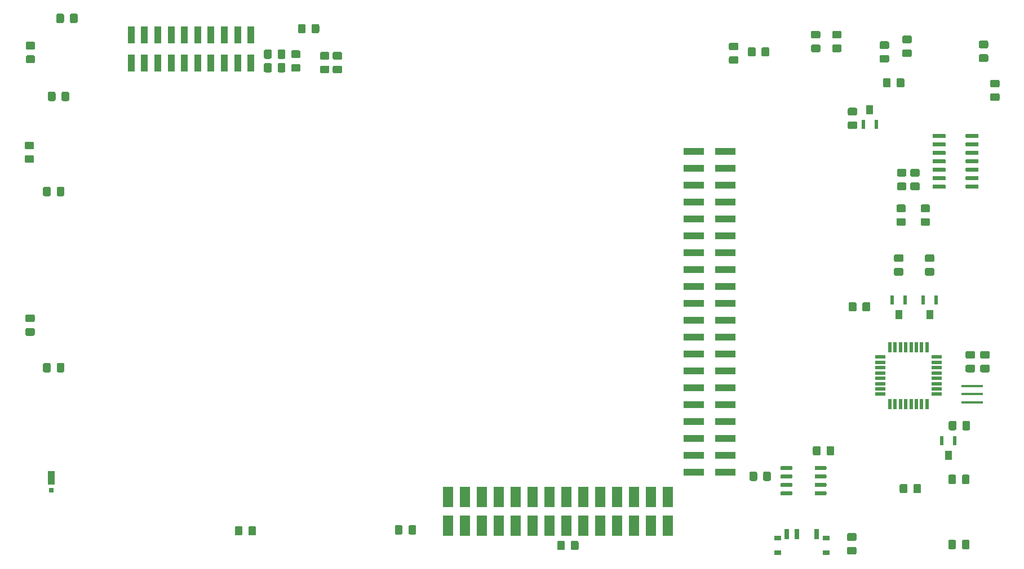
<source format=gbp>
G04 #@! TF.GenerationSoftware,KiCad,Pcbnew,(5.1.5)-3*
G04 #@! TF.CreationDate,2020-05-18T23:19:19-04:00*
G04 #@! TF.ProjectId,CPU,4350552e-6b69-4636-9164-5f7063625858,rev?*
G04 #@! TF.SameCoordinates,Original*
G04 #@! TF.FileFunction,Paste,Bot*
G04 #@! TF.FilePolarity,Positive*
%FSLAX46Y46*%
G04 Gerber Fmt 4.6, Leading zero omitted, Abs format (unit mm)*
G04 Created by KiCad (PCBNEW (5.1.5)-3) date 2020-05-18 23:19:19*
%MOMM*%
%LPD*%
G04 APERTURE LIST*
%ADD10R,3.150000X1.000000*%
%ADD11R,3.200000X0.400000*%
%ADD12C,0.100000*%
%ADD13R,0.800000X0.800000*%
%ADD14R,1.100000X2.000000*%
%ADD15R,0.600000X1.400000*%
%ADD16R,1.000000X1.400000*%
%ADD17R,1.000000X2.580000*%
%ADD18R,0.700000X1.500000*%
%ADD19R,1.000000X0.800000*%
%ADD20R,1.524000X3.048000*%
%ADD21R,1.600000X0.550000*%
%ADD22R,0.550000X1.600000*%
G04 APERTURE END LIST*
D10*
X141970000Y-67970000D03*
X137230000Y-67970000D03*
X141970000Y-70510000D03*
X137230000Y-70510000D03*
X141970000Y-73050000D03*
X137230000Y-73050000D03*
X141970000Y-75590000D03*
X137230000Y-75590000D03*
X141970000Y-78130000D03*
X137230000Y-78130000D03*
X141970000Y-80670000D03*
X137230000Y-80670000D03*
X141970000Y-83210000D03*
X137230000Y-83210000D03*
X141970000Y-85750000D03*
X137230000Y-85750000D03*
X141970000Y-88290000D03*
X137230000Y-88290000D03*
X141970000Y-90830000D03*
X137230000Y-90830000D03*
X141970000Y-93370000D03*
X137230000Y-93370000D03*
X141970000Y-95910000D03*
X137230000Y-95910000D03*
X141970000Y-98450000D03*
X137230000Y-98450000D03*
X141970000Y-100990000D03*
X137230000Y-100990000D03*
X141970000Y-103530000D03*
X137230000Y-103530000D03*
X141970000Y-106070000D03*
X137230000Y-106070000D03*
X141970000Y-108610000D03*
X137230000Y-108610000D03*
X141970000Y-111150000D03*
X137230000Y-111150000D03*
X141970000Y-113690000D03*
X137230000Y-113690000D03*
X141970000Y-116230000D03*
X137230000Y-116230000D03*
D11*
X179070000Y-103300000D03*
X179070000Y-104500000D03*
X179070000Y-105700000D03*
D12*
G36*
X157064703Y-115295722D02*
G01*
X157079264Y-115297882D01*
X157093543Y-115301459D01*
X157107403Y-115306418D01*
X157120710Y-115312712D01*
X157133336Y-115320280D01*
X157145159Y-115329048D01*
X157156066Y-115338934D01*
X157165952Y-115349841D01*
X157174720Y-115361664D01*
X157182288Y-115374290D01*
X157188582Y-115387597D01*
X157193541Y-115401457D01*
X157197118Y-115415736D01*
X157199278Y-115430297D01*
X157200000Y-115445000D01*
X157200000Y-115745000D01*
X157199278Y-115759703D01*
X157197118Y-115774264D01*
X157193541Y-115788543D01*
X157188582Y-115802403D01*
X157182288Y-115815710D01*
X157174720Y-115828336D01*
X157165952Y-115840159D01*
X157156066Y-115851066D01*
X157145159Y-115860952D01*
X157133336Y-115869720D01*
X157120710Y-115877288D01*
X157107403Y-115883582D01*
X157093543Y-115888541D01*
X157079264Y-115892118D01*
X157064703Y-115894278D01*
X157050000Y-115895000D01*
X155600000Y-115895000D01*
X155585297Y-115894278D01*
X155570736Y-115892118D01*
X155556457Y-115888541D01*
X155542597Y-115883582D01*
X155529290Y-115877288D01*
X155516664Y-115869720D01*
X155504841Y-115860952D01*
X155493934Y-115851066D01*
X155484048Y-115840159D01*
X155475280Y-115828336D01*
X155467712Y-115815710D01*
X155461418Y-115802403D01*
X155456459Y-115788543D01*
X155452882Y-115774264D01*
X155450722Y-115759703D01*
X155450000Y-115745000D01*
X155450000Y-115445000D01*
X155450722Y-115430297D01*
X155452882Y-115415736D01*
X155456459Y-115401457D01*
X155461418Y-115387597D01*
X155467712Y-115374290D01*
X155475280Y-115361664D01*
X155484048Y-115349841D01*
X155493934Y-115338934D01*
X155504841Y-115329048D01*
X155516664Y-115320280D01*
X155529290Y-115312712D01*
X155542597Y-115306418D01*
X155556457Y-115301459D01*
X155570736Y-115297882D01*
X155585297Y-115295722D01*
X155600000Y-115295000D01*
X157050000Y-115295000D01*
X157064703Y-115295722D01*
G37*
G36*
X157064703Y-116565722D02*
G01*
X157079264Y-116567882D01*
X157093543Y-116571459D01*
X157107403Y-116576418D01*
X157120710Y-116582712D01*
X157133336Y-116590280D01*
X157145159Y-116599048D01*
X157156066Y-116608934D01*
X157165952Y-116619841D01*
X157174720Y-116631664D01*
X157182288Y-116644290D01*
X157188582Y-116657597D01*
X157193541Y-116671457D01*
X157197118Y-116685736D01*
X157199278Y-116700297D01*
X157200000Y-116715000D01*
X157200000Y-117015000D01*
X157199278Y-117029703D01*
X157197118Y-117044264D01*
X157193541Y-117058543D01*
X157188582Y-117072403D01*
X157182288Y-117085710D01*
X157174720Y-117098336D01*
X157165952Y-117110159D01*
X157156066Y-117121066D01*
X157145159Y-117130952D01*
X157133336Y-117139720D01*
X157120710Y-117147288D01*
X157107403Y-117153582D01*
X157093543Y-117158541D01*
X157079264Y-117162118D01*
X157064703Y-117164278D01*
X157050000Y-117165000D01*
X155600000Y-117165000D01*
X155585297Y-117164278D01*
X155570736Y-117162118D01*
X155556457Y-117158541D01*
X155542597Y-117153582D01*
X155529290Y-117147288D01*
X155516664Y-117139720D01*
X155504841Y-117130952D01*
X155493934Y-117121066D01*
X155484048Y-117110159D01*
X155475280Y-117098336D01*
X155467712Y-117085710D01*
X155461418Y-117072403D01*
X155456459Y-117058543D01*
X155452882Y-117044264D01*
X155450722Y-117029703D01*
X155450000Y-117015000D01*
X155450000Y-116715000D01*
X155450722Y-116700297D01*
X155452882Y-116685736D01*
X155456459Y-116671457D01*
X155461418Y-116657597D01*
X155467712Y-116644290D01*
X155475280Y-116631664D01*
X155484048Y-116619841D01*
X155493934Y-116608934D01*
X155504841Y-116599048D01*
X155516664Y-116590280D01*
X155529290Y-116582712D01*
X155542597Y-116576418D01*
X155556457Y-116571459D01*
X155570736Y-116567882D01*
X155585297Y-116565722D01*
X155600000Y-116565000D01*
X157050000Y-116565000D01*
X157064703Y-116565722D01*
G37*
G36*
X157064703Y-117835722D02*
G01*
X157079264Y-117837882D01*
X157093543Y-117841459D01*
X157107403Y-117846418D01*
X157120710Y-117852712D01*
X157133336Y-117860280D01*
X157145159Y-117869048D01*
X157156066Y-117878934D01*
X157165952Y-117889841D01*
X157174720Y-117901664D01*
X157182288Y-117914290D01*
X157188582Y-117927597D01*
X157193541Y-117941457D01*
X157197118Y-117955736D01*
X157199278Y-117970297D01*
X157200000Y-117985000D01*
X157200000Y-118285000D01*
X157199278Y-118299703D01*
X157197118Y-118314264D01*
X157193541Y-118328543D01*
X157188582Y-118342403D01*
X157182288Y-118355710D01*
X157174720Y-118368336D01*
X157165952Y-118380159D01*
X157156066Y-118391066D01*
X157145159Y-118400952D01*
X157133336Y-118409720D01*
X157120710Y-118417288D01*
X157107403Y-118423582D01*
X157093543Y-118428541D01*
X157079264Y-118432118D01*
X157064703Y-118434278D01*
X157050000Y-118435000D01*
X155600000Y-118435000D01*
X155585297Y-118434278D01*
X155570736Y-118432118D01*
X155556457Y-118428541D01*
X155542597Y-118423582D01*
X155529290Y-118417288D01*
X155516664Y-118409720D01*
X155504841Y-118400952D01*
X155493934Y-118391066D01*
X155484048Y-118380159D01*
X155475280Y-118368336D01*
X155467712Y-118355710D01*
X155461418Y-118342403D01*
X155456459Y-118328543D01*
X155452882Y-118314264D01*
X155450722Y-118299703D01*
X155450000Y-118285000D01*
X155450000Y-117985000D01*
X155450722Y-117970297D01*
X155452882Y-117955736D01*
X155456459Y-117941457D01*
X155461418Y-117927597D01*
X155467712Y-117914290D01*
X155475280Y-117901664D01*
X155484048Y-117889841D01*
X155493934Y-117878934D01*
X155504841Y-117869048D01*
X155516664Y-117860280D01*
X155529290Y-117852712D01*
X155542597Y-117846418D01*
X155556457Y-117841459D01*
X155570736Y-117837882D01*
X155585297Y-117835722D01*
X155600000Y-117835000D01*
X157050000Y-117835000D01*
X157064703Y-117835722D01*
G37*
G36*
X157064703Y-119105722D02*
G01*
X157079264Y-119107882D01*
X157093543Y-119111459D01*
X157107403Y-119116418D01*
X157120710Y-119122712D01*
X157133336Y-119130280D01*
X157145159Y-119139048D01*
X157156066Y-119148934D01*
X157165952Y-119159841D01*
X157174720Y-119171664D01*
X157182288Y-119184290D01*
X157188582Y-119197597D01*
X157193541Y-119211457D01*
X157197118Y-119225736D01*
X157199278Y-119240297D01*
X157200000Y-119255000D01*
X157200000Y-119555000D01*
X157199278Y-119569703D01*
X157197118Y-119584264D01*
X157193541Y-119598543D01*
X157188582Y-119612403D01*
X157182288Y-119625710D01*
X157174720Y-119638336D01*
X157165952Y-119650159D01*
X157156066Y-119661066D01*
X157145159Y-119670952D01*
X157133336Y-119679720D01*
X157120710Y-119687288D01*
X157107403Y-119693582D01*
X157093543Y-119698541D01*
X157079264Y-119702118D01*
X157064703Y-119704278D01*
X157050000Y-119705000D01*
X155600000Y-119705000D01*
X155585297Y-119704278D01*
X155570736Y-119702118D01*
X155556457Y-119698541D01*
X155542597Y-119693582D01*
X155529290Y-119687288D01*
X155516664Y-119679720D01*
X155504841Y-119670952D01*
X155493934Y-119661066D01*
X155484048Y-119650159D01*
X155475280Y-119638336D01*
X155467712Y-119625710D01*
X155461418Y-119612403D01*
X155456459Y-119598543D01*
X155452882Y-119584264D01*
X155450722Y-119569703D01*
X155450000Y-119555000D01*
X155450000Y-119255000D01*
X155450722Y-119240297D01*
X155452882Y-119225736D01*
X155456459Y-119211457D01*
X155461418Y-119197597D01*
X155467712Y-119184290D01*
X155475280Y-119171664D01*
X155484048Y-119159841D01*
X155493934Y-119148934D01*
X155504841Y-119139048D01*
X155516664Y-119130280D01*
X155529290Y-119122712D01*
X155542597Y-119116418D01*
X155556457Y-119111459D01*
X155570736Y-119107882D01*
X155585297Y-119105722D01*
X155600000Y-119105000D01*
X157050000Y-119105000D01*
X157064703Y-119105722D01*
G37*
G36*
X151914703Y-119105722D02*
G01*
X151929264Y-119107882D01*
X151943543Y-119111459D01*
X151957403Y-119116418D01*
X151970710Y-119122712D01*
X151983336Y-119130280D01*
X151995159Y-119139048D01*
X152006066Y-119148934D01*
X152015952Y-119159841D01*
X152024720Y-119171664D01*
X152032288Y-119184290D01*
X152038582Y-119197597D01*
X152043541Y-119211457D01*
X152047118Y-119225736D01*
X152049278Y-119240297D01*
X152050000Y-119255000D01*
X152050000Y-119555000D01*
X152049278Y-119569703D01*
X152047118Y-119584264D01*
X152043541Y-119598543D01*
X152038582Y-119612403D01*
X152032288Y-119625710D01*
X152024720Y-119638336D01*
X152015952Y-119650159D01*
X152006066Y-119661066D01*
X151995159Y-119670952D01*
X151983336Y-119679720D01*
X151970710Y-119687288D01*
X151957403Y-119693582D01*
X151943543Y-119698541D01*
X151929264Y-119702118D01*
X151914703Y-119704278D01*
X151900000Y-119705000D01*
X150450000Y-119705000D01*
X150435297Y-119704278D01*
X150420736Y-119702118D01*
X150406457Y-119698541D01*
X150392597Y-119693582D01*
X150379290Y-119687288D01*
X150366664Y-119679720D01*
X150354841Y-119670952D01*
X150343934Y-119661066D01*
X150334048Y-119650159D01*
X150325280Y-119638336D01*
X150317712Y-119625710D01*
X150311418Y-119612403D01*
X150306459Y-119598543D01*
X150302882Y-119584264D01*
X150300722Y-119569703D01*
X150300000Y-119555000D01*
X150300000Y-119255000D01*
X150300722Y-119240297D01*
X150302882Y-119225736D01*
X150306459Y-119211457D01*
X150311418Y-119197597D01*
X150317712Y-119184290D01*
X150325280Y-119171664D01*
X150334048Y-119159841D01*
X150343934Y-119148934D01*
X150354841Y-119139048D01*
X150366664Y-119130280D01*
X150379290Y-119122712D01*
X150392597Y-119116418D01*
X150406457Y-119111459D01*
X150420736Y-119107882D01*
X150435297Y-119105722D01*
X150450000Y-119105000D01*
X151900000Y-119105000D01*
X151914703Y-119105722D01*
G37*
G36*
X151914703Y-117835722D02*
G01*
X151929264Y-117837882D01*
X151943543Y-117841459D01*
X151957403Y-117846418D01*
X151970710Y-117852712D01*
X151983336Y-117860280D01*
X151995159Y-117869048D01*
X152006066Y-117878934D01*
X152015952Y-117889841D01*
X152024720Y-117901664D01*
X152032288Y-117914290D01*
X152038582Y-117927597D01*
X152043541Y-117941457D01*
X152047118Y-117955736D01*
X152049278Y-117970297D01*
X152050000Y-117985000D01*
X152050000Y-118285000D01*
X152049278Y-118299703D01*
X152047118Y-118314264D01*
X152043541Y-118328543D01*
X152038582Y-118342403D01*
X152032288Y-118355710D01*
X152024720Y-118368336D01*
X152015952Y-118380159D01*
X152006066Y-118391066D01*
X151995159Y-118400952D01*
X151983336Y-118409720D01*
X151970710Y-118417288D01*
X151957403Y-118423582D01*
X151943543Y-118428541D01*
X151929264Y-118432118D01*
X151914703Y-118434278D01*
X151900000Y-118435000D01*
X150450000Y-118435000D01*
X150435297Y-118434278D01*
X150420736Y-118432118D01*
X150406457Y-118428541D01*
X150392597Y-118423582D01*
X150379290Y-118417288D01*
X150366664Y-118409720D01*
X150354841Y-118400952D01*
X150343934Y-118391066D01*
X150334048Y-118380159D01*
X150325280Y-118368336D01*
X150317712Y-118355710D01*
X150311418Y-118342403D01*
X150306459Y-118328543D01*
X150302882Y-118314264D01*
X150300722Y-118299703D01*
X150300000Y-118285000D01*
X150300000Y-117985000D01*
X150300722Y-117970297D01*
X150302882Y-117955736D01*
X150306459Y-117941457D01*
X150311418Y-117927597D01*
X150317712Y-117914290D01*
X150325280Y-117901664D01*
X150334048Y-117889841D01*
X150343934Y-117878934D01*
X150354841Y-117869048D01*
X150366664Y-117860280D01*
X150379290Y-117852712D01*
X150392597Y-117846418D01*
X150406457Y-117841459D01*
X150420736Y-117837882D01*
X150435297Y-117835722D01*
X150450000Y-117835000D01*
X151900000Y-117835000D01*
X151914703Y-117835722D01*
G37*
G36*
X151914703Y-116565722D02*
G01*
X151929264Y-116567882D01*
X151943543Y-116571459D01*
X151957403Y-116576418D01*
X151970710Y-116582712D01*
X151983336Y-116590280D01*
X151995159Y-116599048D01*
X152006066Y-116608934D01*
X152015952Y-116619841D01*
X152024720Y-116631664D01*
X152032288Y-116644290D01*
X152038582Y-116657597D01*
X152043541Y-116671457D01*
X152047118Y-116685736D01*
X152049278Y-116700297D01*
X152050000Y-116715000D01*
X152050000Y-117015000D01*
X152049278Y-117029703D01*
X152047118Y-117044264D01*
X152043541Y-117058543D01*
X152038582Y-117072403D01*
X152032288Y-117085710D01*
X152024720Y-117098336D01*
X152015952Y-117110159D01*
X152006066Y-117121066D01*
X151995159Y-117130952D01*
X151983336Y-117139720D01*
X151970710Y-117147288D01*
X151957403Y-117153582D01*
X151943543Y-117158541D01*
X151929264Y-117162118D01*
X151914703Y-117164278D01*
X151900000Y-117165000D01*
X150450000Y-117165000D01*
X150435297Y-117164278D01*
X150420736Y-117162118D01*
X150406457Y-117158541D01*
X150392597Y-117153582D01*
X150379290Y-117147288D01*
X150366664Y-117139720D01*
X150354841Y-117130952D01*
X150343934Y-117121066D01*
X150334048Y-117110159D01*
X150325280Y-117098336D01*
X150317712Y-117085710D01*
X150311418Y-117072403D01*
X150306459Y-117058543D01*
X150302882Y-117044264D01*
X150300722Y-117029703D01*
X150300000Y-117015000D01*
X150300000Y-116715000D01*
X150300722Y-116700297D01*
X150302882Y-116685736D01*
X150306459Y-116671457D01*
X150311418Y-116657597D01*
X150317712Y-116644290D01*
X150325280Y-116631664D01*
X150334048Y-116619841D01*
X150343934Y-116608934D01*
X150354841Y-116599048D01*
X150366664Y-116590280D01*
X150379290Y-116582712D01*
X150392597Y-116576418D01*
X150406457Y-116571459D01*
X150420736Y-116567882D01*
X150435297Y-116565722D01*
X150450000Y-116565000D01*
X151900000Y-116565000D01*
X151914703Y-116565722D01*
G37*
G36*
X151914703Y-115295722D02*
G01*
X151929264Y-115297882D01*
X151943543Y-115301459D01*
X151957403Y-115306418D01*
X151970710Y-115312712D01*
X151983336Y-115320280D01*
X151995159Y-115329048D01*
X152006066Y-115338934D01*
X152015952Y-115349841D01*
X152024720Y-115361664D01*
X152032288Y-115374290D01*
X152038582Y-115387597D01*
X152043541Y-115401457D01*
X152047118Y-115415736D01*
X152049278Y-115430297D01*
X152050000Y-115445000D01*
X152050000Y-115745000D01*
X152049278Y-115759703D01*
X152047118Y-115774264D01*
X152043541Y-115788543D01*
X152038582Y-115802403D01*
X152032288Y-115815710D01*
X152024720Y-115828336D01*
X152015952Y-115840159D01*
X152006066Y-115851066D01*
X151995159Y-115860952D01*
X151983336Y-115869720D01*
X151970710Y-115877288D01*
X151957403Y-115883582D01*
X151943543Y-115888541D01*
X151929264Y-115892118D01*
X151914703Y-115894278D01*
X151900000Y-115895000D01*
X150450000Y-115895000D01*
X150435297Y-115894278D01*
X150420736Y-115892118D01*
X150406457Y-115888541D01*
X150392597Y-115883582D01*
X150379290Y-115877288D01*
X150366664Y-115869720D01*
X150354841Y-115860952D01*
X150343934Y-115851066D01*
X150334048Y-115840159D01*
X150325280Y-115828336D01*
X150317712Y-115815710D01*
X150311418Y-115802403D01*
X150306459Y-115788543D01*
X150302882Y-115774264D01*
X150300722Y-115759703D01*
X150300000Y-115745000D01*
X150300000Y-115445000D01*
X150300722Y-115430297D01*
X150302882Y-115415736D01*
X150306459Y-115401457D01*
X150311418Y-115387597D01*
X150317712Y-115374290D01*
X150325280Y-115361664D01*
X150334048Y-115349841D01*
X150343934Y-115338934D01*
X150354841Y-115329048D01*
X150366664Y-115320280D01*
X150379290Y-115312712D01*
X150392597Y-115306418D01*
X150406457Y-115301459D01*
X150420736Y-115297882D01*
X150435297Y-115295722D01*
X150450000Y-115295000D01*
X151900000Y-115295000D01*
X151914703Y-115295722D01*
G37*
G36*
X168974505Y-72651204D02*
G01*
X168998773Y-72654804D01*
X169022572Y-72660765D01*
X169045671Y-72669030D01*
X169067850Y-72679520D01*
X169088893Y-72692132D01*
X169108599Y-72706747D01*
X169126777Y-72723223D01*
X169143253Y-72741401D01*
X169157868Y-72761107D01*
X169170480Y-72782150D01*
X169180970Y-72804329D01*
X169189235Y-72827428D01*
X169195196Y-72851227D01*
X169198796Y-72875495D01*
X169200000Y-72899999D01*
X169200000Y-73550001D01*
X169198796Y-73574505D01*
X169195196Y-73598773D01*
X169189235Y-73622572D01*
X169180970Y-73645671D01*
X169170480Y-73667850D01*
X169157868Y-73688893D01*
X169143253Y-73708599D01*
X169126777Y-73726777D01*
X169108599Y-73743253D01*
X169088893Y-73757868D01*
X169067850Y-73770480D01*
X169045671Y-73780970D01*
X169022572Y-73789235D01*
X168998773Y-73795196D01*
X168974505Y-73798796D01*
X168950001Y-73800000D01*
X168049999Y-73800000D01*
X168025495Y-73798796D01*
X168001227Y-73795196D01*
X167977428Y-73789235D01*
X167954329Y-73780970D01*
X167932150Y-73770480D01*
X167911107Y-73757868D01*
X167891401Y-73743253D01*
X167873223Y-73726777D01*
X167856747Y-73708599D01*
X167842132Y-73688893D01*
X167829520Y-73667850D01*
X167819030Y-73645671D01*
X167810765Y-73622572D01*
X167804804Y-73598773D01*
X167801204Y-73574505D01*
X167800000Y-73550001D01*
X167800000Y-72899999D01*
X167801204Y-72875495D01*
X167804804Y-72851227D01*
X167810765Y-72827428D01*
X167819030Y-72804329D01*
X167829520Y-72782150D01*
X167842132Y-72761107D01*
X167856747Y-72741401D01*
X167873223Y-72723223D01*
X167891401Y-72706747D01*
X167911107Y-72692132D01*
X167932150Y-72679520D01*
X167954329Y-72669030D01*
X167977428Y-72660765D01*
X168001227Y-72654804D01*
X168025495Y-72651204D01*
X168049999Y-72650000D01*
X168950001Y-72650000D01*
X168974505Y-72651204D01*
G37*
G36*
X168974505Y-70601204D02*
G01*
X168998773Y-70604804D01*
X169022572Y-70610765D01*
X169045671Y-70619030D01*
X169067850Y-70629520D01*
X169088893Y-70642132D01*
X169108599Y-70656747D01*
X169126777Y-70673223D01*
X169143253Y-70691401D01*
X169157868Y-70711107D01*
X169170480Y-70732150D01*
X169180970Y-70754329D01*
X169189235Y-70777428D01*
X169195196Y-70801227D01*
X169198796Y-70825495D01*
X169200000Y-70849999D01*
X169200000Y-71500001D01*
X169198796Y-71524505D01*
X169195196Y-71548773D01*
X169189235Y-71572572D01*
X169180970Y-71595671D01*
X169170480Y-71617850D01*
X169157868Y-71638893D01*
X169143253Y-71658599D01*
X169126777Y-71676777D01*
X169108599Y-71693253D01*
X169088893Y-71707868D01*
X169067850Y-71720480D01*
X169045671Y-71730970D01*
X169022572Y-71739235D01*
X168998773Y-71745196D01*
X168974505Y-71748796D01*
X168950001Y-71750000D01*
X168049999Y-71750000D01*
X168025495Y-71748796D01*
X168001227Y-71745196D01*
X167977428Y-71739235D01*
X167954329Y-71730970D01*
X167932150Y-71720480D01*
X167911107Y-71707868D01*
X167891401Y-71693253D01*
X167873223Y-71676777D01*
X167856747Y-71658599D01*
X167842132Y-71638893D01*
X167829520Y-71617850D01*
X167819030Y-71595671D01*
X167810765Y-71572572D01*
X167804804Y-71548773D01*
X167801204Y-71524505D01*
X167800000Y-71500001D01*
X167800000Y-70849999D01*
X167801204Y-70825495D01*
X167804804Y-70801227D01*
X167810765Y-70777428D01*
X167819030Y-70754329D01*
X167829520Y-70732150D01*
X167842132Y-70711107D01*
X167856747Y-70691401D01*
X167873223Y-70673223D01*
X167891401Y-70656747D01*
X167911107Y-70642132D01*
X167932150Y-70629520D01*
X167954329Y-70619030D01*
X167977428Y-70610765D01*
X168001227Y-70604804D01*
X168025495Y-70601204D01*
X168049999Y-70600000D01*
X168950001Y-70600000D01*
X168974505Y-70601204D01*
G37*
G36*
X170974505Y-70601204D02*
G01*
X170998773Y-70604804D01*
X171022572Y-70610765D01*
X171045671Y-70619030D01*
X171067850Y-70629520D01*
X171088893Y-70642132D01*
X171108599Y-70656747D01*
X171126777Y-70673223D01*
X171143253Y-70691401D01*
X171157868Y-70711107D01*
X171170480Y-70732150D01*
X171180970Y-70754329D01*
X171189235Y-70777428D01*
X171195196Y-70801227D01*
X171198796Y-70825495D01*
X171200000Y-70849999D01*
X171200000Y-71500001D01*
X171198796Y-71524505D01*
X171195196Y-71548773D01*
X171189235Y-71572572D01*
X171180970Y-71595671D01*
X171170480Y-71617850D01*
X171157868Y-71638893D01*
X171143253Y-71658599D01*
X171126777Y-71676777D01*
X171108599Y-71693253D01*
X171088893Y-71707868D01*
X171067850Y-71720480D01*
X171045671Y-71730970D01*
X171022572Y-71739235D01*
X170998773Y-71745196D01*
X170974505Y-71748796D01*
X170950001Y-71750000D01*
X170049999Y-71750000D01*
X170025495Y-71748796D01*
X170001227Y-71745196D01*
X169977428Y-71739235D01*
X169954329Y-71730970D01*
X169932150Y-71720480D01*
X169911107Y-71707868D01*
X169891401Y-71693253D01*
X169873223Y-71676777D01*
X169856747Y-71658599D01*
X169842132Y-71638893D01*
X169829520Y-71617850D01*
X169819030Y-71595671D01*
X169810765Y-71572572D01*
X169804804Y-71548773D01*
X169801204Y-71524505D01*
X169800000Y-71500001D01*
X169800000Y-70849999D01*
X169801204Y-70825495D01*
X169804804Y-70801227D01*
X169810765Y-70777428D01*
X169819030Y-70754329D01*
X169829520Y-70732150D01*
X169842132Y-70711107D01*
X169856747Y-70691401D01*
X169873223Y-70673223D01*
X169891401Y-70656747D01*
X169911107Y-70642132D01*
X169932150Y-70629520D01*
X169954329Y-70619030D01*
X169977428Y-70610765D01*
X170001227Y-70604804D01*
X170025495Y-70601204D01*
X170049999Y-70600000D01*
X170950001Y-70600000D01*
X170974505Y-70601204D01*
G37*
G36*
X170974505Y-72651204D02*
G01*
X170998773Y-72654804D01*
X171022572Y-72660765D01*
X171045671Y-72669030D01*
X171067850Y-72679520D01*
X171088893Y-72692132D01*
X171108599Y-72706747D01*
X171126777Y-72723223D01*
X171143253Y-72741401D01*
X171157868Y-72761107D01*
X171170480Y-72782150D01*
X171180970Y-72804329D01*
X171189235Y-72827428D01*
X171195196Y-72851227D01*
X171198796Y-72875495D01*
X171200000Y-72899999D01*
X171200000Y-73550001D01*
X171198796Y-73574505D01*
X171195196Y-73598773D01*
X171189235Y-73622572D01*
X171180970Y-73645671D01*
X171170480Y-73667850D01*
X171157868Y-73688893D01*
X171143253Y-73708599D01*
X171126777Y-73726777D01*
X171108599Y-73743253D01*
X171088893Y-73757868D01*
X171067850Y-73770480D01*
X171045671Y-73780970D01*
X171022572Y-73789235D01*
X170998773Y-73795196D01*
X170974505Y-73798796D01*
X170950001Y-73800000D01*
X170049999Y-73800000D01*
X170025495Y-73798796D01*
X170001227Y-73795196D01*
X169977428Y-73789235D01*
X169954329Y-73780970D01*
X169932150Y-73770480D01*
X169911107Y-73757868D01*
X169891401Y-73743253D01*
X169873223Y-73726777D01*
X169856747Y-73708599D01*
X169842132Y-73688893D01*
X169829520Y-73667850D01*
X169819030Y-73645671D01*
X169810765Y-73622572D01*
X169804804Y-73598773D01*
X169801204Y-73574505D01*
X169800000Y-73550001D01*
X169800000Y-72899999D01*
X169801204Y-72875495D01*
X169804804Y-72851227D01*
X169810765Y-72827428D01*
X169819030Y-72804329D01*
X169829520Y-72782150D01*
X169842132Y-72761107D01*
X169856747Y-72741401D01*
X169873223Y-72723223D01*
X169891401Y-72706747D01*
X169911107Y-72692132D01*
X169932150Y-72679520D01*
X169954329Y-72669030D01*
X169977428Y-72660765D01*
X170001227Y-72654804D01*
X170025495Y-72651204D01*
X170049999Y-72650000D01*
X170950001Y-72650000D01*
X170974505Y-72651204D01*
G37*
G36*
X161574505Y-63451204D02*
G01*
X161598773Y-63454804D01*
X161622572Y-63460765D01*
X161645671Y-63469030D01*
X161667850Y-63479520D01*
X161688893Y-63492132D01*
X161708599Y-63506747D01*
X161726777Y-63523223D01*
X161743253Y-63541401D01*
X161757868Y-63561107D01*
X161770480Y-63582150D01*
X161780970Y-63604329D01*
X161789235Y-63627428D01*
X161795196Y-63651227D01*
X161798796Y-63675495D01*
X161800000Y-63699999D01*
X161800000Y-64350001D01*
X161798796Y-64374505D01*
X161795196Y-64398773D01*
X161789235Y-64422572D01*
X161780970Y-64445671D01*
X161770480Y-64467850D01*
X161757868Y-64488893D01*
X161743253Y-64508599D01*
X161726777Y-64526777D01*
X161708599Y-64543253D01*
X161688893Y-64557868D01*
X161667850Y-64570480D01*
X161645671Y-64580970D01*
X161622572Y-64589235D01*
X161598773Y-64595196D01*
X161574505Y-64598796D01*
X161550001Y-64600000D01*
X160649999Y-64600000D01*
X160625495Y-64598796D01*
X160601227Y-64595196D01*
X160577428Y-64589235D01*
X160554329Y-64580970D01*
X160532150Y-64570480D01*
X160511107Y-64557868D01*
X160491401Y-64543253D01*
X160473223Y-64526777D01*
X160456747Y-64508599D01*
X160442132Y-64488893D01*
X160429520Y-64467850D01*
X160419030Y-64445671D01*
X160410765Y-64422572D01*
X160404804Y-64398773D01*
X160401204Y-64374505D01*
X160400000Y-64350001D01*
X160400000Y-63699999D01*
X160401204Y-63675495D01*
X160404804Y-63651227D01*
X160410765Y-63627428D01*
X160419030Y-63604329D01*
X160429520Y-63582150D01*
X160442132Y-63561107D01*
X160456747Y-63541401D01*
X160473223Y-63523223D01*
X160491401Y-63506747D01*
X160511107Y-63492132D01*
X160532150Y-63479520D01*
X160554329Y-63469030D01*
X160577428Y-63460765D01*
X160601227Y-63454804D01*
X160625495Y-63451204D01*
X160649999Y-63450000D01*
X161550001Y-63450000D01*
X161574505Y-63451204D01*
G37*
G36*
X161574505Y-61401204D02*
G01*
X161598773Y-61404804D01*
X161622572Y-61410765D01*
X161645671Y-61419030D01*
X161667850Y-61429520D01*
X161688893Y-61442132D01*
X161708599Y-61456747D01*
X161726777Y-61473223D01*
X161743253Y-61491401D01*
X161757868Y-61511107D01*
X161770480Y-61532150D01*
X161780970Y-61554329D01*
X161789235Y-61577428D01*
X161795196Y-61601227D01*
X161798796Y-61625495D01*
X161800000Y-61649999D01*
X161800000Y-62300001D01*
X161798796Y-62324505D01*
X161795196Y-62348773D01*
X161789235Y-62372572D01*
X161780970Y-62395671D01*
X161770480Y-62417850D01*
X161757868Y-62438893D01*
X161743253Y-62458599D01*
X161726777Y-62476777D01*
X161708599Y-62493253D01*
X161688893Y-62507868D01*
X161667850Y-62520480D01*
X161645671Y-62530970D01*
X161622572Y-62539235D01*
X161598773Y-62545196D01*
X161574505Y-62548796D01*
X161550001Y-62550000D01*
X160649999Y-62550000D01*
X160625495Y-62548796D01*
X160601227Y-62545196D01*
X160577428Y-62539235D01*
X160554329Y-62530970D01*
X160532150Y-62520480D01*
X160511107Y-62507868D01*
X160491401Y-62493253D01*
X160473223Y-62476777D01*
X160456747Y-62458599D01*
X160442132Y-62438893D01*
X160429520Y-62417850D01*
X160419030Y-62395671D01*
X160410765Y-62372572D01*
X160404804Y-62348773D01*
X160401204Y-62324505D01*
X160400000Y-62300001D01*
X160400000Y-61649999D01*
X160401204Y-61625495D01*
X160404804Y-61601227D01*
X160410765Y-61577428D01*
X160419030Y-61554329D01*
X160429520Y-61532150D01*
X160442132Y-61511107D01*
X160456747Y-61491401D01*
X160473223Y-61473223D01*
X160491401Y-61456747D01*
X160511107Y-61442132D01*
X160532150Y-61429520D01*
X160554329Y-61419030D01*
X160577428Y-61410765D01*
X160601227Y-61404804D01*
X160625495Y-61401204D01*
X160649999Y-61400000D01*
X161550001Y-61400000D01*
X161574505Y-61401204D01*
G37*
D13*
X40700000Y-118960000D03*
D14*
X40700000Y-117060000D03*
D15*
X164650000Y-63900000D03*
X162750000Y-63900000D03*
D16*
X163700000Y-61700000D03*
X175500000Y-113700000D03*
D15*
X176450000Y-111500000D03*
X174550000Y-111500000D03*
D17*
X52740000Y-50462520D03*
X52740000Y-54632520D03*
X54740000Y-50462520D03*
X54740000Y-54632520D03*
X56740000Y-50462520D03*
X56740000Y-54632520D03*
X58740000Y-50462520D03*
X58740000Y-54632520D03*
X60740000Y-50462520D03*
X60740000Y-54632520D03*
X62740000Y-50462520D03*
X62740000Y-54632520D03*
X64740000Y-50462520D03*
X64740000Y-54632520D03*
X66740000Y-50462520D03*
X66740000Y-54632520D03*
X68740000Y-50462520D03*
X68740000Y-54632520D03*
X70740000Y-50462520D03*
X70740000Y-54632520D03*
D12*
G36*
X38074505Y-51476204D02*
G01*
X38098773Y-51479804D01*
X38122572Y-51485765D01*
X38145671Y-51494030D01*
X38167850Y-51504520D01*
X38188893Y-51517132D01*
X38208599Y-51531747D01*
X38226777Y-51548223D01*
X38243253Y-51566401D01*
X38257868Y-51586107D01*
X38270480Y-51607150D01*
X38280970Y-51629329D01*
X38289235Y-51652428D01*
X38295196Y-51676227D01*
X38298796Y-51700495D01*
X38300000Y-51724999D01*
X38300000Y-52375001D01*
X38298796Y-52399505D01*
X38295196Y-52423773D01*
X38289235Y-52447572D01*
X38280970Y-52470671D01*
X38270480Y-52492850D01*
X38257868Y-52513893D01*
X38243253Y-52533599D01*
X38226777Y-52551777D01*
X38208599Y-52568253D01*
X38188893Y-52582868D01*
X38167850Y-52595480D01*
X38145671Y-52605970D01*
X38122572Y-52614235D01*
X38098773Y-52620196D01*
X38074505Y-52623796D01*
X38050001Y-52625000D01*
X37149999Y-52625000D01*
X37125495Y-52623796D01*
X37101227Y-52620196D01*
X37077428Y-52614235D01*
X37054329Y-52605970D01*
X37032150Y-52595480D01*
X37011107Y-52582868D01*
X36991401Y-52568253D01*
X36973223Y-52551777D01*
X36956747Y-52533599D01*
X36942132Y-52513893D01*
X36929520Y-52492850D01*
X36919030Y-52470671D01*
X36910765Y-52447572D01*
X36904804Y-52423773D01*
X36901204Y-52399505D01*
X36900000Y-52375001D01*
X36900000Y-51724999D01*
X36901204Y-51700495D01*
X36904804Y-51676227D01*
X36910765Y-51652428D01*
X36919030Y-51629329D01*
X36929520Y-51607150D01*
X36942132Y-51586107D01*
X36956747Y-51566401D01*
X36973223Y-51548223D01*
X36991401Y-51531747D01*
X37011107Y-51517132D01*
X37032150Y-51504520D01*
X37054329Y-51494030D01*
X37077428Y-51485765D01*
X37101227Y-51479804D01*
X37125495Y-51476204D01*
X37149999Y-51475000D01*
X38050001Y-51475000D01*
X38074505Y-51476204D01*
G37*
G36*
X38074505Y-53526204D02*
G01*
X38098773Y-53529804D01*
X38122572Y-53535765D01*
X38145671Y-53544030D01*
X38167850Y-53554520D01*
X38188893Y-53567132D01*
X38208599Y-53581747D01*
X38226777Y-53598223D01*
X38243253Y-53616401D01*
X38257868Y-53636107D01*
X38270480Y-53657150D01*
X38280970Y-53679329D01*
X38289235Y-53702428D01*
X38295196Y-53726227D01*
X38298796Y-53750495D01*
X38300000Y-53774999D01*
X38300000Y-54425001D01*
X38298796Y-54449505D01*
X38295196Y-54473773D01*
X38289235Y-54497572D01*
X38280970Y-54520671D01*
X38270480Y-54542850D01*
X38257868Y-54563893D01*
X38243253Y-54583599D01*
X38226777Y-54601777D01*
X38208599Y-54618253D01*
X38188893Y-54632868D01*
X38167850Y-54645480D01*
X38145671Y-54655970D01*
X38122572Y-54664235D01*
X38098773Y-54670196D01*
X38074505Y-54673796D01*
X38050001Y-54675000D01*
X37149999Y-54675000D01*
X37125495Y-54673796D01*
X37101227Y-54670196D01*
X37077428Y-54664235D01*
X37054329Y-54655970D01*
X37032150Y-54645480D01*
X37011107Y-54632868D01*
X36991401Y-54618253D01*
X36973223Y-54601777D01*
X36956747Y-54583599D01*
X36942132Y-54563893D01*
X36929520Y-54542850D01*
X36919030Y-54520671D01*
X36910765Y-54497572D01*
X36904804Y-54473773D01*
X36901204Y-54449505D01*
X36900000Y-54425001D01*
X36900000Y-53774999D01*
X36901204Y-53750495D01*
X36904804Y-53726227D01*
X36910765Y-53702428D01*
X36919030Y-53679329D01*
X36929520Y-53657150D01*
X36942132Y-53636107D01*
X36956747Y-53616401D01*
X36973223Y-53598223D01*
X36991401Y-53581747D01*
X37011107Y-53567132D01*
X37032150Y-53554520D01*
X37054329Y-53544030D01*
X37077428Y-53535765D01*
X37101227Y-53529804D01*
X37125495Y-53526204D01*
X37149999Y-53525000D01*
X38050001Y-53525000D01*
X38074505Y-53526204D01*
G37*
G36*
X37924505Y-68551204D02*
G01*
X37948773Y-68554804D01*
X37972572Y-68560765D01*
X37995671Y-68569030D01*
X38017850Y-68579520D01*
X38038893Y-68592132D01*
X38058599Y-68606747D01*
X38076777Y-68623223D01*
X38093253Y-68641401D01*
X38107868Y-68661107D01*
X38120480Y-68682150D01*
X38130970Y-68704329D01*
X38139235Y-68727428D01*
X38145196Y-68751227D01*
X38148796Y-68775495D01*
X38150000Y-68799999D01*
X38150000Y-69450001D01*
X38148796Y-69474505D01*
X38145196Y-69498773D01*
X38139235Y-69522572D01*
X38130970Y-69545671D01*
X38120480Y-69567850D01*
X38107868Y-69588893D01*
X38093253Y-69608599D01*
X38076777Y-69626777D01*
X38058599Y-69643253D01*
X38038893Y-69657868D01*
X38017850Y-69670480D01*
X37995671Y-69680970D01*
X37972572Y-69689235D01*
X37948773Y-69695196D01*
X37924505Y-69698796D01*
X37900001Y-69700000D01*
X36999999Y-69700000D01*
X36975495Y-69698796D01*
X36951227Y-69695196D01*
X36927428Y-69689235D01*
X36904329Y-69680970D01*
X36882150Y-69670480D01*
X36861107Y-69657868D01*
X36841401Y-69643253D01*
X36823223Y-69626777D01*
X36806747Y-69608599D01*
X36792132Y-69588893D01*
X36779520Y-69567850D01*
X36769030Y-69545671D01*
X36760765Y-69522572D01*
X36754804Y-69498773D01*
X36751204Y-69474505D01*
X36750000Y-69450001D01*
X36750000Y-68799999D01*
X36751204Y-68775495D01*
X36754804Y-68751227D01*
X36760765Y-68727428D01*
X36769030Y-68704329D01*
X36779520Y-68682150D01*
X36792132Y-68661107D01*
X36806747Y-68641401D01*
X36823223Y-68623223D01*
X36841401Y-68606747D01*
X36861107Y-68592132D01*
X36882150Y-68579520D01*
X36904329Y-68569030D01*
X36927428Y-68560765D01*
X36951227Y-68554804D01*
X36975495Y-68551204D01*
X36999999Y-68550000D01*
X37900001Y-68550000D01*
X37924505Y-68551204D01*
G37*
G36*
X37924505Y-66501204D02*
G01*
X37948773Y-66504804D01*
X37972572Y-66510765D01*
X37995671Y-66519030D01*
X38017850Y-66529520D01*
X38038893Y-66542132D01*
X38058599Y-66556747D01*
X38076777Y-66573223D01*
X38093253Y-66591401D01*
X38107868Y-66611107D01*
X38120480Y-66632150D01*
X38130970Y-66654329D01*
X38139235Y-66677428D01*
X38145196Y-66701227D01*
X38148796Y-66725495D01*
X38150000Y-66749999D01*
X38150000Y-67400001D01*
X38148796Y-67424505D01*
X38145196Y-67448773D01*
X38139235Y-67472572D01*
X38130970Y-67495671D01*
X38120480Y-67517850D01*
X38107868Y-67538893D01*
X38093253Y-67558599D01*
X38076777Y-67576777D01*
X38058599Y-67593253D01*
X38038893Y-67607868D01*
X38017850Y-67620480D01*
X37995671Y-67630970D01*
X37972572Y-67639235D01*
X37948773Y-67645196D01*
X37924505Y-67648796D01*
X37900001Y-67650000D01*
X36999999Y-67650000D01*
X36975495Y-67648796D01*
X36951227Y-67645196D01*
X36927428Y-67639235D01*
X36904329Y-67630970D01*
X36882150Y-67620480D01*
X36861107Y-67607868D01*
X36841401Y-67593253D01*
X36823223Y-67576777D01*
X36806747Y-67558599D01*
X36792132Y-67538893D01*
X36779520Y-67517850D01*
X36769030Y-67495671D01*
X36760765Y-67472572D01*
X36754804Y-67448773D01*
X36751204Y-67424505D01*
X36750000Y-67400001D01*
X36750000Y-66749999D01*
X36751204Y-66725495D01*
X36754804Y-66701227D01*
X36760765Y-66677428D01*
X36769030Y-66654329D01*
X36779520Y-66632150D01*
X36792132Y-66611107D01*
X36806747Y-66591401D01*
X36823223Y-66573223D01*
X36841401Y-66556747D01*
X36861107Y-66542132D01*
X36882150Y-66529520D01*
X36904329Y-66519030D01*
X36927428Y-66510765D01*
X36951227Y-66504804D01*
X36975495Y-66501204D01*
X36999999Y-66500000D01*
X37900001Y-66500000D01*
X37924505Y-66501204D01*
G37*
G36*
X38024505Y-92501204D02*
G01*
X38048773Y-92504804D01*
X38072572Y-92510765D01*
X38095671Y-92519030D01*
X38117850Y-92529520D01*
X38138893Y-92542132D01*
X38158599Y-92556747D01*
X38176777Y-92573223D01*
X38193253Y-92591401D01*
X38207868Y-92611107D01*
X38220480Y-92632150D01*
X38230970Y-92654329D01*
X38239235Y-92677428D01*
X38245196Y-92701227D01*
X38248796Y-92725495D01*
X38250000Y-92749999D01*
X38250000Y-93400001D01*
X38248796Y-93424505D01*
X38245196Y-93448773D01*
X38239235Y-93472572D01*
X38230970Y-93495671D01*
X38220480Y-93517850D01*
X38207868Y-93538893D01*
X38193253Y-93558599D01*
X38176777Y-93576777D01*
X38158599Y-93593253D01*
X38138893Y-93607868D01*
X38117850Y-93620480D01*
X38095671Y-93630970D01*
X38072572Y-93639235D01*
X38048773Y-93645196D01*
X38024505Y-93648796D01*
X38000001Y-93650000D01*
X37099999Y-93650000D01*
X37075495Y-93648796D01*
X37051227Y-93645196D01*
X37027428Y-93639235D01*
X37004329Y-93630970D01*
X36982150Y-93620480D01*
X36961107Y-93607868D01*
X36941401Y-93593253D01*
X36923223Y-93576777D01*
X36906747Y-93558599D01*
X36892132Y-93538893D01*
X36879520Y-93517850D01*
X36869030Y-93495671D01*
X36860765Y-93472572D01*
X36854804Y-93448773D01*
X36851204Y-93424505D01*
X36850000Y-93400001D01*
X36850000Y-92749999D01*
X36851204Y-92725495D01*
X36854804Y-92701227D01*
X36860765Y-92677428D01*
X36869030Y-92654329D01*
X36879520Y-92632150D01*
X36892132Y-92611107D01*
X36906747Y-92591401D01*
X36923223Y-92573223D01*
X36941401Y-92556747D01*
X36961107Y-92542132D01*
X36982150Y-92529520D01*
X37004329Y-92519030D01*
X37027428Y-92510765D01*
X37051227Y-92504804D01*
X37075495Y-92501204D01*
X37099999Y-92500000D01*
X38000001Y-92500000D01*
X38024505Y-92501204D01*
G37*
G36*
X38024505Y-94551204D02*
G01*
X38048773Y-94554804D01*
X38072572Y-94560765D01*
X38095671Y-94569030D01*
X38117850Y-94579520D01*
X38138893Y-94592132D01*
X38158599Y-94606747D01*
X38176777Y-94623223D01*
X38193253Y-94641401D01*
X38207868Y-94661107D01*
X38220480Y-94682150D01*
X38230970Y-94704329D01*
X38239235Y-94727428D01*
X38245196Y-94751227D01*
X38248796Y-94775495D01*
X38250000Y-94799999D01*
X38250000Y-95450001D01*
X38248796Y-95474505D01*
X38245196Y-95498773D01*
X38239235Y-95522572D01*
X38230970Y-95545671D01*
X38220480Y-95567850D01*
X38207868Y-95588893D01*
X38193253Y-95608599D01*
X38176777Y-95626777D01*
X38158599Y-95643253D01*
X38138893Y-95657868D01*
X38117850Y-95670480D01*
X38095671Y-95680970D01*
X38072572Y-95689235D01*
X38048773Y-95695196D01*
X38024505Y-95698796D01*
X38000001Y-95700000D01*
X37099999Y-95700000D01*
X37075495Y-95698796D01*
X37051227Y-95695196D01*
X37027428Y-95689235D01*
X37004329Y-95680970D01*
X36982150Y-95670480D01*
X36961107Y-95657868D01*
X36941401Y-95643253D01*
X36923223Y-95626777D01*
X36906747Y-95608599D01*
X36892132Y-95588893D01*
X36879520Y-95567850D01*
X36869030Y-95545671D01*
X36860765Y-95522572D01*
X36854804Y-95498773D01*
X36851204Y-95474505D01*
X36850000Y-95450001D01*
X36850000Y-94799999D01*
X36851204Y-94775495D01*
X36854804Y-94751227D01*
X36860765Y-94727428D01*
X36869030Y-94704329D01*
X36879520Y-94682150D01*
X36892132Y-94661107D01*
X36906747Y-94641401D01*
X36923223Y-94623223D01*
X36941401Y-94606747D01*
X36961107Y-94592132D01*
X36982150Y-94579520D01*
X37004329Y-94569030D01*
X37027428Y-94560765D01*
X37051227Y-94554804D01*
X37075495Y-94551204D01*
X37099999Y-94550000D01*
X38000001Y-94550000D01*
X38024505Y-94551204D01*
G37*
G36*
X71274505Y-124351204D02*
G01*
X71298773Y-124354804D01*
X71322572Y-124360765D01*
X71345671Y-124369030D01*
X71367850Y-124379520D01*
X71388893Y-124392132D01*
X71408599Y-124406747D01*
X71426777Y-124423223D01*
X71443253Y-124441401D01*
X71457868Y-124461107D01*
X71470480Y-124482150D01*
X71480970Y-124504329D01*
X71489235Y-124527428D01*
X71495196Y-124551227D01*
X71498796Y-124575495D01*
X71500000Y-124599999D01*
X71500000Y-125500001D01*
X71498796Y-125524505D01*
X71495196Y-125548773D01*
X71489235Y-125572572D01*
X71480970Y-125595671D01*
X71470480Y-125617850D01*
X71457868Y-125638893D01*
X71443253Y-125658599D01*
X71426777Y-125676777D01*
X71408599Y-125693253D01*
X71388893Y-125707868D01*
X71367850Y-125720480D01*
X71345671Y-125730970D01*
X71322572Y-125739235D01*
X71298773Y-125745196D01*
X71274505Y-125748796D01*
X71250001Y-125750000D01*
X70599999Y-125750000D01*
X70575495Y-125748796D01*
X70551227Y-125745196D01*
X70527428Y-125739235D01*
X70504329Y-125730970D01*
X70482150Y-125720480D01*
X70461107Y-125707868D01*
X70441401Y-125693253D01*
X70423223Y-125676777D01*
X70406747Y-125658599D01*
X70392132Y-125638893D01*
X70379520Y-125617850D01*
X70369030Y-125595671D01*
X70360765Y-125572572D01*
X70354804Y-125548773D01*
X70351204Y-125524505D01*
X70350000Y-125500001D01*
X70350000Y-124599999D01*
X70351204Y-124575495D01*
X70354804Y-124551227D01*
X70360765Y-124527428D01*
X70369030Y-124504329D01*
X70379520Y-124482150D01*
X70392132Y-124461107D01*
X70406747Y-124441401D01*
X70423223Y-124423223D01*
X70441401Y-124406747D01*
X70461107Y-124392132D01*
X70482150Y-124379520D01*
X70504329Y-124369030D01*
X70527428Y-124360765D01*
X70551227Y-124354804D01*
X70575495Y-124351204D01*
X70599999Y-124350000D01*
X71250001Y-124350000D01*
X71274505Y-124351204D01*
G37*
G36*
X69224505Y-124351204D02*
G01*
X69248773Y-124354804D01*
X69272572Y-124360765D01*
X69295671Y-124369030D01*
X69317850Y-124379520D01*
X69338893Y-124392132D01*
X69358599Y-124406747D01*
X69376777Y-124423223D01*
X69393253Y-124441401D01*
X69407868Y-124461107D01*
X69420480Y-124482150D01*
X69430970Y-124504329D01*
X69439235Y-124527428D01*
X69445196Y-124551227D01*
X69448796Y-124575495D01*
X69450000Y-124599999D01*
X69450000Y-125500001D01*
X69448796Y-125524505D01*
X69445196Y-125548773D01*
X69439235Y-125572572D01*
X69430970Y-125595671D01*
X69420480Y-125617850D01*
X69407868Y-125638893D01*
X69393253Y-125658599D01*
X69376777Y-125676777D01*
X69358599Y-125693253D01*
X69338893Y-125707868D01*
X69317850Y-125720480D01*
X69295671Y-125730970D01*
X69272572Y-125739235D01*
X69248773Y-125745196D01*
X69224505Y-125748796D01*
X69200001Y-125750000D01*
X68549999Y-125750000D01*
X68525495Y-125748796D01*
X68501227Y-125745196D01*
X68477428Y-125739235D01*
X68454329Y-125730970D01*
X68432150Y-125720480D01*
X68411107Y-125707868D01*
X68391401Y-125693253D01*
X68373223Y-125676777D01*
X68356747Y-125658599D01*
X68342132Y-125638893D01*
X68329520Y-125617850D01*
X68319030Y-125595671D01*
X68310765Y-125572572D01*
X68304804Y-125548773D01*
X68301204Y-125524505D01*
X68300000Y-125500001D01*
X68300000Y-124599999D01*
X68301204Y-124575495D01*
X68304804Y-124551227D01*
X68310765Y-124527428D01*
X68319030Y-124504329D01*
X68329520Y-124482150D01*
X68342132Y-124461107D01*
X68356747Y-124441401D01*
X68373223Y-124423223D01*
X68391401Y-124406747D01*
X68411107Y-124392132D01*
X68432150Y-124379520D01*
X68454329Y-124369030D01*
X68477428Y-124360765D01*
X68501227Y-124354804D01*
X68525495Y-124351204D01*
X68549999Y-124350000D01*
X69200001Y-124350000D01*
X69224505Y-124351204D01*
G37*
G36*
X93274505Y-124201204D02*
G01*
X93298773Y-124204804D01*
X93322572Y-124210765D01*
X93345671Y-124219030D01*
X93367850Y-124229520D01*
X93388893Y-124242132D01*
X93408599Y-124256747D01*
X93426777Y-124273223D01*
X93443253Y-124291401D01*
X93457868Y-124311107D01*
X93470480Y-124332150D01*
X93480970Y-124354329D01*
X93489235Y-124377428D01*
X93495196Y-124401227D01*
X93498796Y-124425495D01*
X93500000Y-124449999D01*
X93500000Y-125350001D01*
X93498796Y-125374505D01*
X93495196Y-125398773D01*
X93489235Y-125422572D01*
X93480970Y-125445671D01*
X93470480Y-125467850D01*
X93457868Y-125488893D01*
X93443253Y-125508599D01*
X93426777Y-125526777D01*
X93408599Y-125543253D01*
X93388893Y-125557868D01*
X93367850Y-125570480D01*
X93345671Y-125580970D01*
X93322572Y-125589235D01*
X93298773Y-125595196D01*
X93274505Y-125598796D01*
X93250001Y-125600000D01*
X92599999Y-125600000D01*
X92575495Y-125598796D01*
X92551227Y-125595196D01*
X92527428Y-125589235D01*
X92504329Y-125580970D01*
X92482150Y-125570480D01*
X92461107Y-125557868D01*
X92441401Y-125543253D01*
X92423223Y-125526777D01*
X92406747Y-125508599D01*
X92392132Y-125488893D01*
X92379520Y-125467850D01*
X92369030Y-125445671D01*
X92360765Y-125422572D01*
X92354804Y-125398773D01*
X92351204Y-125374505D01*
X92350000Y-125350001D01*
X92350000Y-124449999D01*
X92351204Y-124425495D01*
X92354804Y-124401227D01*
X92360765Y-124377428D01*
X92369030Y-124354329D01*
X92379520Y-124332150D01*
X92392132Y-124311107D01*
X92406747Y-124291401D01*
X92423223Y-124273223D01*
X92441401Y-124256747D01*
X92461107Y-124242132D01*
X92482150Y-124229520D01*
X92504329Y-124219030D01*
X92527428Y-124210765D01*
X92551227Y-124204804D01*
X92575495Y-124201204D01*
X92599999Y-124200000D01*
X93250001Y-124200000D01*
X93274505Y-124201204D01*
G37*
G36*
X95324505Y-124201204D02*
G01*
X95348773Y-124204804D01*
X95372572Y-124210765D01*
X95395671Y-124219030D01*
X95417850Y-124229520D01*
X95438893Y-124242132D01*
X95458599Y-124256747D01*
X95476777Y-124273223D01*
X95493253Y-124291401D01*
X95507868Y-124311107D01*
X95520480Y-124332150D01*
X95530970Y-124354329D01*
X95539235Y-124377428D01*
X95545196Y-124401227D01*
X95548796Y-124425495D01*
X95550000Y-124449999D01*
X95550000Y-125350001D01*
X95548796Y-125374505D01*
X95545196Y-125398773D01*
X95539235Y-125422572D01*
X95530970Y-125445671D01*
X95520480Y-125467850D01*
X95507868Y-125488893D01*
X95493253Y-125508599D01*
X95476777Y-125526777D01*
X95458599Y-125543253D01*
X95438893Y-125557868D01*
X95417850Y-125570480D01*
X95395671Y-125580970D01*
X95372572Y-125589235D01*
X95348773Y-125595196D01*
X95324505Y-125598796D01*
X95300001Y-125600000D01*
X94649999Y-125600000D01*
X94625495Y-125598796D01*
X94601227Y-125595196D01*
X94577428Y-125589235D01*
X94554329Y-125580970D01*
X94532150Y-125570480D01*
X94511107Y-125557868D01*
X94491401Y-125543253D01*
X94473223Y-125526777D01*
X94456747Y-125508599D01*
X94442132Y-125488893D01*
X94429520Y-125467850D01*
X94419030Y-125445671D01*
X94410765Y-125422572D01*
X94404804Y-125398773D01*
X94401204Y-125374505D01*
X94400000Y-125350001D01*
X94400000Y-124449999D01*
X94401204Y-124425495D01*
X94404804Y-124401227D01*
X94410765Y-124377428D01*
X94419030Y-124354329D01*
X94429520Y-124332150D01*
X94442132Y-124311107D01*
X94456747Y-124291401D01*
X94473223Y-124273223D01*
X94491401Y-124256747D01*
X94511107Y-124242132D01*
X94532150Y-124229520D01*
X94554329Y-124219030D01*
X94577428Y-124210765D01*
X94601227Y-124204804D01*
X94625495Y-124201204D01*
X94649999Y-124200000D01*
X95300001Y-124200000D01*
X95324505Y-124201204D01*
G37*
G36*
X117674505Y-126551204D02*
G01*
X117698773Y-126554804D01*
X117722572Y-126560765D01*
X117745671Y-126569030D01*
X117767850Y-126579520D01*
X117788893Y-126592132D01*
X117808599Y-126606747D01*
X117826777Y-126623223D01*
X117843253Y-126641401D01*
X117857868Y-126661107D01*
X117870480Y-126682150D01*
X117880970Y-126704329D01*
X117889235Y-126727428D01*
X117895196Y-126751227D01*
X117898796Y-126775495D01*
X117900000Y-126799999D01*
X117900000Y-127700001D01*
X117898796Y-127724505D01*
X117895196Y-127748773D01*
X117889235Y-127772572D01*
X117880970Y-127795671D01*
X117870480Y-127817850D01*
X117857868Y-127838893D01*
X117843253Y-127858599D01*
X117826777Y-127876777D01*
X117808599Y-127893253D01*
X117788893Y-127907868D01*
X117767850Y-127920480D01*
X117745671Y-127930970D01*
X117722572Y-127939235D01*
X117698773Y-127945196D01*
X117674505Y-127948796D01*
X117650001Y-127950000D01*
X116999999Y-127950000D01*
X116975495Y-127948796D01*
X116951227Y-127945196D01*
X116927428Y-127939235D01*
X116904329Y-127930970D01*
X116882150Y-127920480D01*
X116861107Y-127907868D01*
X116841401Y-127893253D01*
X116823223Y-127876777D01*
X116806747Y-127858599D01*
X116792132Y-127838893D01*
X116779520Y-127817850D01*
X116769030Y-127795671D01*
X116760765Y-127772572D01*
X116754804Y-127748773D01*
X116751204Y-127724505D01*
X116750000Y-127700001D01*
X116750000Y-126799999D01*
X116751204Y-126775495D01*
X116754804Y-126751227D01*
X116760765Y-126727428D01*
X116769030Y-126704329D01*
X116779520Y-126682150D01*
X116792132Y-126661107D01*
X116806747Y-126641401D01*
X116823223Y-126623223D01*
X116841401Y-126606747D01*
X116861107Y-126592132D01*
X116882150Y-126579520D01*
X116904329Y-126569030D01*
X116927428Y-126560765D01*
X116951227Y-126554804D01*
X116975495Y-126551204D01*
X116999999Y-126550000D01*
X117650001Y-126550000D01*
X117674505Y-126551204D01*
G37*
G36*
X119724505Y-126551204D02*
G01*
X119748773Y-126554804D01*
X119772572Y-126560765D01*
X119795671Y-126569030D01*
X119817850Y-126579520D01*
X119838893Y-126592132D01*
X119858599Y-126606747D01*
X119876777Y-126623223D01*
X119893253Y-126641401D01*
X119907868Y-126661107D01*
X119920480Y-126682150D01*
X119930970Y-126704329D01*
X119939235Y-126727428D01*
X119945196Y-126751227D01*
X119948796Y-126775495D01*
X119950000Y-126799999D01*
X119950000Y-127700001D01*
X119948796Y-127724505D01*
X119945196Y-127748773D01*
X119939235Y-127772572D01*
X119930970Y-127795671D01*
X119920480Y-127817850D01*
X119907868Y-127838893D01*
X119893253Y-127858599D01*
X119876777Y-127876777D01*
X119858599Y-127893253D01*
X119838893Y-127907868D01*
X119817850Y-127920480D01*
X119795671Y-127930970D01*
X119772572Y-127939235D01*
X119748773Y-127945196D01*
X119724505Y-127948796D01*
X119700001Y-127950000D01*
X119049999Y-127950000D01*
X119025495Y-127948796D01*
X119001227Y-127945196D01*
X118977428Y-127939235D01*
X118954329Y-127930970D01*
X118932150Y-127920480D01*
X118911107Y-127907868D01*
X118891401Y-127893253D01*
X118873223Y-127876777D01*
X118856747Y-127858599D01*
X118842132Y-127838893D01*
X118829520Y-127817850D01*
X118819030Y-127795671D01*
X118810765Y-127772572D01*
X118804804Y-127748773D01*
X118801204Y-127724505D01*
X118800000Y-127700001D01*
X118800000Y-126799999D01*
X118801204Y-126775495D01*
X118804804Y-126751227D01*
X118810765Y-126727428D01*
X118819030Y-126704329D01*
X118829520Y-126682150D01*
X118842132Y-126661107D01*
X118856747Y-126641401D01*
X118873223Y-126623223D01*
X118891401Y-126606747D01*
X118911107Y-126592132D01*
X118932150Y-126579520D01*
X118954329Y-126569030D01*
X118977428Y-126560765D01*
X119001227Y-126554804D01*
X119025495Y-126551204D01*
X119049999Y-126550000D01*
X119700001Y-126550000D01*
X119724505Y-126551204D01*
G37*
G36*
X143724505Y-51601204D02*
G01*
X143748773Y-51604804D01*
X143772572Y-51610765D01*
X143795671Y-51619030D01*
X143817850Y-51629520D01*
X143838893Y-51642132D01*
X143858599Y-51656747D01*
X143876777Y-51673223D01*
X143893253Y-51691401D01*
X143907868Y-51711107D01*
X143920480Y-51732150D01*
X143930970Y-51754329D01*
X143939235Y-51777428D01*
X143945196Y-51801227D01*
X143948796Y-51825495D01*
X143950000Y-51849999D01*
X143950000Y-52500001D01*
X143948796Y-52524505D01*
X143945196Y-52548773D01*
X143939235Y-52572572D01*
X143930970Y-52595671D01*
X143920480Y-52617850D01*
X143907868Y-52638893D01*
X143893253Y-52658599D01*
X143876777Y-52676777D01*
X143858599Y-52693253D01*
X143838893Y-52707868D01*
X143817850Y-52720480D01*
X143795671Y-52730970D01*
X143772572Y-52739235D01*
X143748773Y-52745196D01*
X143724505Y-52748796D01*
X143700001Y-52750000D01*
X142799999Y-52750000D01*
X142775495Y-52748796D01*
X142751227Y-52745196D01*
X142727428Y-52739235D01*
X142704329Y-52730970D01*
X142682150Y-52720480D01*
X142661107Y-52707868D01*
X142641401Y-52693253D01*
X142623223Y-52676777D01*
X142606747Y-52658599D01*
X142592132Y-52638893D01*
X142579520Y-52617850D01*
X142569030Y-52595671D01*
X142560765Y-52572572D01*
X142554804Y-52548773D01*
X142551204Y-52524505D01*
X142550000Y-52500001D01*
X142550000Y-51849999D01*
X142551204Y-51825495D01*
X142554804Y-51801227D01*
X142560765Y-51777428D01*
X142569030Y-51754329D01*
X142579520Y-51732150D01*
X142592132Y-51711107D01*
X142606747Y-51691401D01*
X142623223Y-51673223D01*
X142641401Y-51656747D01*
X142661107Y-51642132D01*
X142682150Y-51629520D01*
X142704329Y-51619030D01*
X142727428Y-51610765D01*
X142751227Y-51604804D01*
X142775495Y-51601204D01*
X142799999Y-51600000D01*
X143700001Y-51600000D01*
X143724505Y-51601204D01*
G37*
G36*
X143724505Y-53651204D02*
G01*
X143748773Y-53654804D01*
X143772572Y-53660765D01*
X143795671Y-53669030D01*
X143817850Y-53679520D01*
X143838893Y-53692132D01*
X143858599Y-53706747D01*
X143876777Y-53723223D01*
X143893253Y-53741401D01*
X143907868Y-53761107D01*
X143920480Y-53782150D01*
X143930970Y-53804329D01*
X143939235Y-53827428D01*
X143945196Y-53851227D01*
X143948796Y-53875495D01*
X143950000Y-53899999D01*
X143950000Y-54550001D01*
X143948796Y-54574505D01*
X143945196Y-54598773D01*
X143939235Y-54622572D01*
X143930970Y-54645671D01*
X143920480Y-54667850D01*
X143907868Y-54688893D01*
X143893253Y-54708599D01*
X143876777Y-54726777D01*
X143858599Y-54743253D01*
X143838893Y-54757868D01*
X143817850Y-54770480D01*
X143795671Y-54780970D01*
X143772572Y-54789235D01*
X143748773Y-54795196D01*
X143724505Y-54798796D01*
X143700001Y-54800000D01*
X142799999Y-54800000D01*
X142775495Y-54798796D01*
X142751227Y-54795196D01*
X142727428Y-54789235D01*
X142704329Y-54780970D01*
X142682150Y-54770480D01*
X142661107Y-54757868D01*
X142641401Y-54743253D01*
X142623223Y-54726777D01*
X142606747Y-54708599D01*
X142592132Y-54688893D01*
X142579520Y-54667850D01*
X142569030Y-54645671D01*
X142560765Y-54622572D01*
X142554804Y-54598773D01*
X142551204Y-54574505D01*
X142550000Y-54550001D01*
X142550000Y-53899999D01*
X142551204Y-53875495D01*
X142554804Y-53851227D01*
X142560765Y-53827428D01*
X142569030Y-53804329D01*
X142579520Y-53782150D01*
X142592132Y-53761107D01*
X142606747Y-53741401D01*
X142623223Y-53723223D01*
X142641401Y-53706747D01*
X142661107Y-53692132D01*
X142682150Y-53679520D01*
X142704329Y-53669030D01*
X142727428Y-53660765D01*
X142751227Y-53654804D01*
X142775495Y-53651204D01*
X142799999Y-53650000D01*
X143700001Y-53650000D01*
X143724505Y-53651204D01*
G37*
G36*
X166374505Y-53451204D02*
G01*
X166398773Y-53454804D01*
X166422572Y-53460765D01*
X166445671Y-53469030D01*
X166467850Y-53479520D01*
X166488893Y-53492132D01*
X166508599Y-53506747D01*
X166526777Y-53523223D01*
X166543253Y-53541401D01*
X166557868Y-53561107D01*
X166570480Y-53582150D01*
X166580970Y-53604329D01*
X166589235Y-53627428D01*
X166595196Y-53651227D01*
X166598796Y-53675495D01*
X166600000Y-53699999D01*
X166600000Y-54350001D01*
X166598796Y-54374505D01*
X166595196Y-54398773D01*
X166589235Y-54422572D01*
X166580970Y-54445671D01*
X166570480Y-54467850D01*
X166557868Y-54488893D01*
X166543253Y-54508599D01*
X166526777Y-54526777D01*
X166508599Y-54543253D01*
X166488893Y-54557868D01*
X166467850Y-54570480D01*
X166445671Y-54580970D01*
X166422572Y-54589235D01*
X166398773Y-54595196D01*
X166374505Y-54598796D01*
X166350001Y-54600000D01*
X165449999Y-54600000D01*
X165425495Y-54598796D01*
X165401227Y-54595196D01*
X165377428Y-54589235D01*
X165354329Y-54580970D01*
X165332150Y-54570480D01*
X165311107Y-54557868D01*
X165291401Y-54543253D01*
X165273223Y-54526777D01*
X165256747Y-54508599D01*
X165242132Y-54488893D01*
X165229520Y-54467850D01*
X165219030Y-54445671D01*
X165210765Y-54422572D01*
X165204804Y-54398773D01*
X165201204Y-54374505D01*
X165200000Y-54350001D01*
X165200000Y-53699999D01*
X165201204Y-53675495D01*
X165204804Y-53651227D01*
X165210765Y-53627428D01*
X165219030Y-53604329D01*
X165229520Y-53582150D01*
X165242132Y-53561107D01*
X165256747Y-53541401D01*
X165273223Y-53523223D01*
X165291401Y-53506747D01*
X165311107Y-53492132D01*
X165332150Y-53479520D01*
X165354329Y-53469030D01*
X165377428Y-53460765D01*
X165401227Y-53454804D01*
X165425495Y-53451204D01*
X165449999Y-53450000D01*
X166350001Y-53450000D01*
X166374505Y-53451204D01*
G37*
G36*
X166374505Y-51401204D02*
G01*
X166398773Y-51404804D01*
X166422572Y-51410765D01*
X166445671Y-51419030D01*
X166467850Y-51429520D01*
X166488893Y-51442132D01*
X166508599Y-51456747D01*
X166526777Y-51473223D01*
X166543253Y-51491401D01*
X166557868Y-51511107D01*
X166570480Y-51532150D01*
X166580970Y-51554329D01*
X166589235Y-51577428D01*
X166595196Y-51601227D01*
X166598796Y-51625495D01*
X166600000Y-51649999D01*
X166600000Y-52300001D01*
X166598796Y-52324505D01*
X166595196Y-52348773D01*
X166589235Y-52372572D01*
X166580970Y-52395671D01*
X166570480Y-52417850D01*
X166557868Y-52438893D01*
X166543253Y-52458599D01*
X166526777Y-52476777D01*
X166508599Y-52493253D01*
X166488893Y-52507868D01*
X166467850Y-52520480D01*
X166445671Y-52530970D01*
X166422572Y-52539235D01*
X166398773Y-52545196D01*
X166374505Y-52548796D01*
X166350001Y-52550000D01*
X165449999Y-52550000D01*
X165425495Y-52548796D01*
X165401227Y-52545196D01*
X165377428Y-52539235D01*
X165354329Y-52530970D01*
X165332150Y-52520480D01*
X165311107Y-52507868D01*
X165291401Y-52493253D01*
X165273223Y-52476777D01*
X165256747Y-52458599D01*
X165242132Y-52438893D01*
X165229520Y-52417850D01*
X165219030Y-52395671D01*
X165210765Y-52372572D01*
X165204804Y-52348773D01*
X165201204Y-52324505D01*
X165200000Y-52300001D01*
X165200000Y-51649999D01*
X165201204Y-51625495D01*
X165204804Y-51601227D01*
X165210765Y-51577428D01*
X165219030Y-51554329D01*
X165229520Y-51532150D01*
X165242132Y-51511107D01*
X165256747Y-51491401D01*
X165273223Y-51473223D01*
X165291401Y-51456747D01*
X165311107Y-51442132D01*
X165332150Y-51429520D01*
X165354329Y-51419030D01*
X165377428Y-51410765D01*
X165401227Y-51404804D01*
X165425495Y-51401204D01*
X165449999Y-51400000D01*
X166350001Y-51400000D01*
X166374505Y-51401204D01*
G37*
G36*
X181274505Y-51301204D02*
G01*
X181298773Y-51304804D01*
X181322572Y-51310765D01*
X181345671Y-51319030D01*
X181367850Y-51329520D01*
X181388893Y-51342132D01*
X181408599Y-51356747D01*
X181426777Y-51373223D01*
X181443253Y-51391401D01*
X181457868Y-51411107D01*
X181470480Y-51432150D01*
X181480970Y-51454329D01*
X181489235Y-51477428D01*
X181495196Y-51501227D01*
X181498796Y-51525495D01*
X181500000Y-51549999D01*
X181500000Y-52200001D01*
X181498796Y-52224505D01*
X181495196Y-52248773D01*
X181489235Y-52272572D01*
X181480970Y-52295671D01*
X181470480Y-52317850D01*
X181457868Y-52338893D01*
X181443253Y-52358599D01*
X181426777Y-52376777D01*
X181408599Y-52393253D01*
X181388893Y-52407868D01*
X181367850Y-52420480D01*
X181345671Y-52430970D01*
X181322572Y-52439235D01*
X181298773Y-52445196D01*
X181274505Y-52448796D01*
X181250001Y-52450000D01*
X180349999Y-52450000D01*
X180325495Y-52448796D01*
X180301227Y-52445196D01*
X180277428Y-52439235D01*
X180254329Y-52430970D01*
X180232150Y-52420480D01*
X180211107Y-52407868D01*
X180191401Y-52393253D01*
X180173223Y-52376777D01*
X180156747Y-52358599D01*
X180142132Y-52338893D01*
X180129520Y-52317850D01*
X180119030Y-52295671D01*
X180110765Y-52272572D01*
X180104804Y-52248773D01*
X180101204Y-52224505D01*
X180100000Y-52200001D01*
X180100000Y-51549999D01*
X180101204Y-51525495D01*
X180104804Y-51501227D01*
X180110765Y-51477428D01*
X180119030Y-51454329D01*
X180129520Y-51432150D01*
X180142132Y-51411107D01*
X180156747Y-51391401D01*
X180173223Y-51373223D01*
X180191401Y-51356747D01*
X180211107Y-51342132D01*
X180232150Y-51329520D01*
X180254329Y-51319030D01*
X180277428Y-51310765D01*
X180301227Y-51304804D01*
X180325495Y-51301204D01*
X180349999Y-51300000D01*
X181250001Y-51300000D01*
X181274505Y-51301204D01*
G37*
G36*
X181274505Y-53351204D02*
G01*
X181298773Y-53354804D01*
X181322572Y-53360765D01*
X181345671Y-53369030D01*
X181367850Y-53379520D01*
X181388893Y-53392132D01*
X181408599Y-53406747D01*
X181426777Y-53423223D01*
X181443253Y-53441401D01*
X181457868Y-53461107D01*
X181470480Y-53482150D01*
X181480970Y-53504329D01*
X181489235Y-53527428D01*
X181495196Y-53551227D01*
X181498796Y-53575495D01*
X181500000Y-53599999D01*
X181500000Y-54250001D01*
X181498796Y-54274505D01*
X181495196Y-54298773D01*
X181489235Y-54322572D01*
X181480970Y-54345671D01*
X181470480Y-54367850D01*
X181457868Y-54388893D01*
X181443253Y-54408599D01*
X181426777Y-54426777D01*
X181408599Y-54443253D01*
X181388893Y-54457868D01*
X181367850Y-54470480D01*
X181345671Y-54480970D01*
X181322572Y-54489235D01*
X181298773Y-54495196D01*
X181274505Y-54498796D01*
X181250001Y-54500000D01*
X180349999Y-54500000D01*
X180325495Y-54498796D01*
X180301227Y-54495196D01*
X180277428Y-54489235D01*
X180254329Y-54480970D01*
X180232150Y-54470480D01*
X180211107Y-54457868D01*
X180191401Y-54443253D01*
X180173223Y-54426777D01*
X180156747Y-54408599D01*
X180142132Y-54388893D01*
X180129520Y-54367850D01*
X180119030Y-54345671D01*
X180110765Y-54322572D01*
X180104804Y-54298773D01*
X180101204Y-54274505D01*
X180100000Y-54250001D01*
X180100000Y-53599999D01*
X180101204Y-53575495D01*
X180104804Y-53551227D01*
X180110765Y-53527428D01*
X180119030Y-53504329D01*
X180129520Y-53482150D01*
X180142132Y-53461107D01*
X180156747Y-53441401D01*
X180173223Y-53423223D01*
X180191401Y-53406747D01*
X180211107Y-53392132D01*
X180232150Y-53379520D01*
X180254329Y-53369030D01*
X180277428Y-53360765D01*
X180301227Y-53354804D01*
X180325495Y-53351204D01*
X180349999Y-53350000D01*
X181250001Y-53350000D01*
X181274505Y-53351204D01*
G37*
G36*
X161474505Y-90651204D02*
G01*
X161498773Y-90654804D01*
X161522572Y-90660765D01*
X161545671Y-90669030D01*
X161567850Y-90679520D01*
X161588893Y-90692132D01*
X161608599Y-90706747D01*
X161626777Y-90723223D01*
X161643253Y-90741401D01*
X161657868Y-90761107D01*
X161670480Y-90782150D01*
X161680970Y-90804329D01*
X161689235Y-90827428D01*
X161695196Y-90851227D01*
X161698796Y-90875495D01*
X161700000Y-90899999D01*
X161700000Y-91800001D01*
X161698796Y-91824505D01*
X161695196Y-91848773D01*
X161689235Y-91872572D01*
X161680970Y-91895671D01*
X161670480Y-91917850D01*
X161657868Y-91938893D01*
X161643253Y-91958599D01*
X161626777Y-91976777D01*
X161608599Y-91993253D01*
X161588893Y-92007868D01*
X161567850Y-92020480D01*
X161545671Y-92030970D01*
X161522572Y-92039235D01*
X161498773Y-92045196D01*
X161474505Y-92048796D01*
X161450001Y-92050000D01*
X160799999Y-92050000D01*
X160775495Y-92048796D01*
X160751227Y-92045196D01*
X160727428Y-92039235D01*
X160704329Y-92030970D01*
X160682150Y-92020480D01*
X160661107Y-92007868D01*
X160641401Y-91993253D01*
X160623223Y-91976777D01*
X160606747Y-91958599D01*
X160592132Y-91938893D01*
X160579520Y-91917850D01*
X160569030Y-91895671D01*
X160560765Y-91872572D01*
X160554804Y-91848773D01*
X160551204Y-91824505D01*
X160550000Y-91800001D01*
X160550000Y-90899999D01*
X160551204Y-90875495D01*
X160554804Y-90851227D01*
X160560765Y-90827428D01*
X160569030Y-90804329D01*
X160579520Y-90782150D01*
X160592132Y-90761107D01*
X160606747Y-90741401D01*
X160623223Y-90723223D01*
X160641401Y-90706747D01*
X160661107Y-90692132D01*
X160682150Y-90679520D01*
X160704329Y-90669030D01*
X160727428Y-90660765D01*
X160751227Y-90654804D01*
X160775495Y-90651204D01*
X160799999Y-90650000D01*
X161450001Y-90650000D01*
X161474505Y-90651204D01*
G37*
G36*
X163524505Y-90651204D02*
G01*
X163548773Y-90654804D01*
X163572572Y-90660765D01*
X163595671Y-90669030D01*
X163617850Y-90679520D01*
X163638893Y-90692132D01*
X163658599Y-90706747D01*
X163676777Y-90723223D01*
X163693253Y-90741401D01*
X163707868Y-90761107D01*
X163720480Y-90782150D01*
X163730970Y-90804329D01*
X163739235Y-90827428D01*
X163745196Y-90851227D01*
X163748796Y-90875495D01*
X163750000Y-90899999D01*
X163750000Y-91800001D01*
X163748796Y-91824505D01*
X163745196Y-91848773D01*
X163739235Y-91872572D01*
X163730970Y-91895671D01*
X163720480Y-91917850D01*
X163707868Y-91938893D01*
X163693253Y-91958599D01*
X163676777Y-91976777D01*
X163658599Y-91993253D01*
X163638893Y-92007868D01*
X163617850Y-92020480D01*
X163595671Y-92030970D01*
X163572572Y-92039235D01*
X163548773Y-92045196D01*
X163524505Y-92048796D01*
X163500001Y-92050000D01*
X162849999Y-92050000D01*
X162825495Y-92048796D01*
X162801227Y-92045196D01*
X162777428Y-92039235D01*
X162754329Y-92030970D01*
X162732150Y-92020480D01*
X162711107Y-92007868D01*
X162691401Y-91993253D01*
X162673223Y-91976777D01*
X162656747Y-91958599D01*
X162642132Y-91938893D01*
X162629520Y-91917850D01*
X162619030Y-91895671D01*
X162610765Y-91872572D01*
X162604804Y-91848773D01*
X162601204Y-91824505D01*
X162600000Y-91800001D01*
X162600000Y-90899999D01*
X162601204Y-90875495D01*
X162604804Y-90851227D01*
X162610765Y-90827428D01*
X162619030Y-90804329D01*
X162629520Y-90782150D01*
X162642132Y-90761107D01*
X162656747Y-90741401D01*
X162673223Y-90723223D01*
X162691401Y-90706747D01*
X162711107Y-90692132D01*
X162732150Y-90679520D01*
X162754329Y-90669030D01*
X162777428Y-90660765D01*
X162801227Y-90654804D01*
X162825495Y-90651204D01*
X162849999Y-90650000D01*
X163500001Y-90650000D01*
X163524505Y-90651204D01*
G37*
G36*
X176424505Y-126401204D02*
G01*
X176448773Y-126404804D01*
X176472572Y-126410765D01*
X176495671Y-126419030D01*
X176517850Y-126429520D01*
X176538893Y-126442132D01*
X176558599Y-126456747D01*
X176576777Y-126473223D01*
X176593253Y-126491401D01*
X176607868Y-126511107D01*
X176620480Y-126532150D01*
X176630970Y-126554329D01*
X176639235Y-126577428D01*
X176645196Y-126601227D01*
X176648796Y-126625495D01*
X176650000Y-126649999D01*
X176650000Y-127550001D01*
X176648796Y-127574505D01*
X176645196Y-127598773D01*
X176639235Y-127622572D01*
X176630970Y-127645671D01*
X176620480Y-127667850D01*
X176607868Y-127688893D01*
X176593253Y-127708599D01*
X176576777Y-127726777D01*
X176558599Y-127743253D01*
X176538893Y-127757868D01*
X176517850Y-127770480D01*
X176495671Y-127780970D01*
X176472572Y-127789235D01*
X176448773Y-127795196D01*
X176424505Y-127798796D01*
X176400001Y-127800000D01*
X175749999Y-127800000D01*
X175725495Y-127798796D01*
X175701227Y-127795196D01*
X175677428Y-127789235D01*
X175654329Y-127780970D01*
X175632150Y-127770480D01*
X175611107Y-127757868D01*
X175591401Y-127743253D01*
X175573223Y-127726777D01*
X175556747Y-127708599D01*
X175542132Y-127688893D01*
X175529520Y-127667850D01*
X175519030Y-127645671D01*
X175510765Y-127622572D01*
X175504804Y-127598773D01*
X175501204Y-127574505D01*
X175500000Y-127550001D01*
X175500000Y-126649999D01*
X175501204Y-126625495D01*
X175504804Y-126601227D01*
X175510765Y-126577428D01*
X175519030Y-126554329D01*
X175529520Y-126532150D01*
X175542132Y-126511107D01*
X175556747Y-126491401D01*
X175573223Y-126473223D01*
X175591401Y-126456747D01*
X175611107Y-126442132D01*
X175632150Y-126429520D01*
X175654329Y-126419030D01*
X175677428Y-126410765D01*
X175701227Y-126404804D01*
X175725495Y-126401204D01*
X175749999Y-126400000D01*
X176400001Y-126400000D01*
X176424505Y-126401204D01*
G37*
G36*
X178474505Y-126401204D02*
G01*
X178498773Y-126404804D01*
X178522572Y-126410765D01*
X178545671Y-126419030D01*
X178567850Y-126429520D01*
X178588893Y-126442132D01*
X178608599Y-126456747D01*
X178626777Y-126473223D01*
X178643253Y-126491401D01*
X178657868Y-126511107D01*
X178670480Y-126532150D01*
X178680970Y-126554329D01*
X178689235Y-126577428D01*
X178695196Y-126601227D01*
X178698796Y-126625495D01*
X178700000Y-126649999D01*
X178700000Y-127550001D01*
X178698796Y-127574505D01*
X178695196Y-127598773D01*
X178689235Y-127622572D01*
X178680970Y-127645671D01*
X178670480Y-127667850D01*
X178657868Y-127688893D01*
X178643253Y-127708599D01*
X178626777Y-127726777D01*
X178608599Y-127743253D01*
X178588893Y-127757868D01*
X178567850Y-127770480D01*
X178545671Y-127780970D01*
X178522572Y-127789235D01*
X178498773Y-127795196D01*
X178474505Y-127798796D01*
X178450001Y-127800000D01*
X177799999Y-127800000D01*
X177775495Y-127798796D01*
X177751227Y-127795196D01*
X177727428Y-127789235D01*
X177704329Y-127780970D01*
X177682150Y-127770480D01*
X177661107Y-127757868D01*
X177641401Y-127743253D01*
X177623223Y-127726777D01*
X177606747Y-127708599D01*
X177592132Y-127688893D01*
X177579520Y-127667850D01*
X177569030Y-127645671D01*
X177560765Y-127622572D01*
X177554804Y-127598773D01*
X177551204Y-127574505D01*
X177550000Y-127550001D01*
X177550000Y-126649999D01*
X177551204Y-126625495D01*
X177554804Y-126601227D01*
X177560765Y-126577428D01*
X177569030Y-126554329D01*
X177579520Y-126532150D01*
X177592132Y-126511107D01*
X177606747Y-126491401D01*
X177623223Y-126473223D01*
X177641401Y-126456747D01*
X177661107Y-126442132D01*
X177682150Y-126429520D01*
X177704329Y-126419030D01*
X177727428Y-126410765D01*
X177751227Y-126404804D01*
X177775495Y-126401204D01*
X177799999Y-126400000D01*
X178450001Y-126400000D01*
X178474505Y-126401204D01*
G37*
G36*
X44474505Y-47251204D02*
G01*
X44498773Y-47254804D01*
X44522572Y-47260765D01*
X44545671Y-47269030D01*
X44567850Y-47279520D01*
X44588893Y-47292132D01*
X44608599Y-47306747D01*
X44626777Y-47323223D01*
X44643253Y-47341401D01*
X44657868Y-47361107D01*
X44670480Y-47382150D01*
X44680970Y-47404329D01*
X44689235Y-47427428D01*
X44695196Y-47451227D01*
X44698796Y-47475495D01*
X44700000Y-47499999D01*
X44700000Y-48400001D01*
X44698796Y-48424505D01*
X44695196Y-48448773D01*
X44689235Y-48472572D01*
X44680970Y-48495671D01*
X44670480Y-48517850D01*
X44657868Y-48538893D01*
X44643253Y-48558599D01*
X44626777Y-48576777D01*
X44608599Y-48593253D01*
X44588893Y-48607868D01*
X44567850Y-48620480D01*
X44545671Y-48630970D01*
X44522572Y-48639235D01*
X44498773Y-48645196D01*
X44474505Y-48648796D01*
X44450001Y-48650000D01*
X43799999Y-48650000D01*
X43775495Y-48648796D01*
X43751227Y-48645196D01*
X43727428Y-48639235D01*
X43704329Y-48630970D01*
X43682150Y-48620480D01*
X43661107Y-48607868D01*
X43641401Y-48593253D01*
X43623223Y-48576777D01*
X43606747Y-48558599D01*
X43592132Y-48538893D01*
X43579520Y-48517850D01*
X43569030Y-48495671D01*
X43560765Y-48472572D01*
X43554804Y-48448773D01*
X43551204Y-48424505D01*
X43550000Y-48400001D01*
X43550000Y-47499999D01*
X43551204Y-47475495D01*
X43554804Y-47451227D01*
X43560765Y-47427428D01*
X43569030Y-47404329D01*
X43579520Y-47382150D01*
X43592132Y-47361107D01*
X43606747Y-47341401D01*
X43623223Y-47323223D01*
X43641401Y-47306747D01*
X43661107Y-47292132D01*
X43682150Y-47279520D01*
X43704329Y-47269030D01*
X43727428Y-47260765D01*
X43751227Y-47254804D01*
X43775495Y-47251204D01*
X43799999Y-47250000D01*
X44450001Y-47250000D01*
X44474505Y-47251204D01*
G37*
G36*
X42424505Y-47251204D02*
G01*
X42448773Y-47254804D01*
X42472572Y-47260765D01*
X42495671Y-47269030D01*
X42517850Y-47279520D01*
X42538893Y-47292132D01*
X42558599Y-47306747D01*
X42576777Y-47323223D01*
X42593253Y-47341401D01*
X42607868Y-47361107D01*
X42620480Y-47382150D01*
X42630970Y-47404329D01*
X42639235Y-47427428D01*
X42645196Y-47451227D01*
X42648796Y-47475495D01*
X42650000Y-47499999D01*
X42650000Y-48400001D01*
X42648796Y-48424505D01*
X42645196Y-48448773D01*
X42639235Y-48472572D01*
X42630970Y-48495671D01*
X42620480Y-48517850D01*
X42607868Y-48538893D01*
X42593253Y-48558599D01*
X42576777Y-48576777D01*
X42558599Y-48593253D01*
X42538893Y-48607868D01*
X42517850Y-48620480D01*
X42495671Y-48630970D01*
X42472572Y-48639235D01*
X42448773Y-48645196D01*
X42424505Y-48648796D01*
X42400001Y-48650000D01*
X41749999Y-48650000D01*
X41725495Y-48648796D01*
X41701227Y-48645196D01*
X41677428Y-48639235D01*
X41654329Y-48630970D01*
X41632150Y-48620480D01*
X41611107Y-48607868D01*
X41591401Y-48593253D01*
X41573223Y-48576777D01*
X41556747Y-48558599D01*
X41542132Y-48538893D01*
X41529520Y-48517850D01*
X41519030Y-48495671D01*
X41510765Y-48472572D01*
X41504804Y-48448773D01*
X41501204Y-48424505D01*
X41500000Y-48400001D01*
X41500000Y-47499999D01*
X41501204Y-47475495D01*
X41504804Y-47451227D01*
X41510765Y-47427428D01*
X41519030Y-47404329D01*
X41529520Y-47382150D01*
X41542132Y-47361107D01*
X41556747Y-47341401D01*
X41573223Y-47323223D01*
X41591401Y-47306747D01*
X41611107Y-47292132D01*
X41632150Y-47279520D01*
X41654329Y-47269030D01*
X41677428Y-47260765D01*
X41701227Y-47254804D01*
X41725495Y-47251204D01*
X41749999Y-47250000D01*
X42400001Y-47250000D01*
X42424505Y-47251204D01*
G37*
D16*
X172700000Y-92550000D03*
D15*
X173650000Y-90350000D03*
X171750000Y-90350000D03*
X167100000Y-90350000D03*
X169000000Y-90350000D03*
D16*
X168050000Y-92550000D03*
D18*
X155750000Y-125500000D03*
X152750000Y-125500000D03*
X151250000Y-125500000D03*
D19*
X157150000Y-126150000D03*
X157150000Y-128350000D03*
X149850000Y-128350000D03*
X149850000Y-126150000D03*
D20*
X133340000Y-119951000D03*
X133340000Y-124269000D03*
X130800000Y-119951000D03*
X130800000Y-124269000D03*
X128260000Y-124269000D03*
X128260000Y-119951000D03*
X125720000Y-124269000D03*
X125720000Y-119951000D03*
X123180000Y-124269000D03*
X123180000Y-119951000D03*
X120640000Y-124269000D03*
X120640000Y-119951000D03*
X118100000Y-124269000D03*
X118100000Y-119951000D03*
X115560000Y-124269000D03*
X115560000Y-119951000D03*
X113020000Y-124269000D03*
X113020000Y-119951000D03*
X110480000Y-124269000D03*
X110480000Y-119951000D03*
X107940000Y-124269000D03*
X107940000Y-119951000D03*
X105400000Y-124269000D03*
X105400000Y-119951000D03*
X102860000Y-124269000D03*
X102860000Y-119951000D03*
X100320000Y-124269000D03*
X100320000Y-119951000D03*
D12*
G36*
X78724505Y-48801204D02*
G01*
X78748773Y-48804804D01*
X78772572Y-48810765D01*
X78795671Y-48819030D01*
X78817850Y-48829520D01*
X78838893Y-48842132D01*
X78858599Y-48856747D01*
X78876777Y-48873223D01*
X78893253Y-48891401D01*
X78907868Y-48911107D01*
X78920480Y-48932150D01*
X78930970Y-48954329D01*
X78939235Y-48977428D01*
X78945196Y-49001227D01*
X78948796Y-49025495D01*
X78950000Y-49049999D01*
X78950000Y-49950001D01*
X78948796Y-49974505D01*
X78945196Y-49998773D01*
X78939235Y-50022572D01*
X78930970Y-50045671D01*
X78920480Y-50067850D01*
X78907868Y-50088893D01*
X78893253Y-50108599D01*
X78876777Y-50126777D01*
X78858599Y-50143253D01*
X78838893Y-50157868D01*
X78817850Y-50170480D01*
X78795671Y-50180970D01*
X78772572Y-50189235D01*
X78748773Y-50195196D01*
X78724505Y-50198796D01*
X78700001Y-50200000D01*
X78049999Y-50200000D01*
X78025495Y-50198796D01*
X78001227Y-50195196D01*
X77977428Y-50189235D01*
X77954329Y-50180970D01*
X77932150Y-50170480D01*
X77911107Y-50157868D01*
X77891401Y-50143253D01*
X77873223Y-50126777D01*
X77856747Y-50108599D01*
X77842132Y-50088893D01*
X77829520Y-50067850D01*
X77819030Y-50045671D01*
X77810765Y-50022572D01*
X77804804Y-49998773D01*
X77801204Y-49974505D01*
X77800000Y-49950001D01*
X77800000Y-49049999D01*
X77801204Y-49025495D01*
X77804804Y-49001227D01*
X77810765Y-48977428D01*
X77819030Y-48954329D01*
X77829520Y-48932150D01*
X77842132Y-48911107D01*
X77856747Y-48891401D01*
X77873223Y-48873223D01*
X77891401Y-48856747D01*
X77911107Y-48842132D01*
X77932150Y-48829520D01*
X77954329Y-48819030D01*
X77977428Y-48810765D01*
X78001227Y-48804804D01*
X78025495Y-48801204D01*
X78049999Y-48800000D01*
X78700001Y-48800000D01*
X78724505Y-48801204D01*
G37*
G36*
X80774505Y-48801204D02*
G01*
X80798773Y-48804804D01*
X80822572Y-48810765D01*
X80845671Y-48819030D01*
X80867850Y-48829520D01*
X80888893Y-48842132D01*
X80908599Y-48856747D01*
X80926777Y-48873223D01*
X80943253Y-48891401D01*
X80957868Y-48911107D01*
X80970480Y-48932150D01*
X80980970Y-48954329D01*
X80989235Y-48977428D01*
X80995196Y-49001227D01*
X80998796Y-49025495D01*
X81000000Y-49049999D01*
X81000000Y-49950001D01*
X80998796Y-49974505D01*
X80995196Y-49998773D01*
X80989235Y-50022572D01*
X80980970Y-50045671D01*
X80970480Y-50067850D01*
X80957868Y-50088893D01*
X80943253Y-50108599D01*
X80926777Y-50126777D01*
X80908599Y-50143253D01*
X80888893Y-50157868D01*
X80867850Y-50170480D01*
X80845671Y-50180970D01*
X80822572Y-50189235D01*
X80798773Y-50195196D01*
X80774505Y-50198796D01*
X80750001Y-50200000D01*
X80099999Y-50200000D01*
X80075495Y-50198796D01*
X80051227Y-50195196D01*
X80027428Y-50189235D01*
X80004329Y-50180970D01*
X79982150Y-50170480D01*
X79961107Y-50157868D01*
X79941401Y-50143253D01*
X79923223Y-50126777D01*
X79906747Y-50108599D01*
X79892132Y-50088893D01*
X79879520Y-50067850D01*
X79869030Y-50045671D01*
X79860765Y-50022572D01*
X79854804Y-49998773D01*
X79851204Y-49974505D01*
X79850000Y-49950001D01*
X79850000Y-49049999D01*
X79851204Y-49025495D01*
X79854804Y-49001227D01*
X79860765Y-48977428D01*
X79869030Y-48954329D01*
X79879520Y-48932150D01*
X79892132Y-48911107D01*
X79906747Y-48891401D01*
X79923223Y-48873223D01*
X79941401Y-48856747D01*
X79961107Y-48842132D01*
X79982150Y-48829520D01*
X80004329Y-48819030D01*
X80027428Y-48810765D01*
X80051227Y-48804804D01*
X80075495Y-48801204D01*
X80099999Y-48800000D01*
X80750001Y-48800000D01*
X80774505Y-48801204D01*
G37*
G36*
X156049505Y-51886204D02*
G01*
X156073773Y-51889804D01*
X156097572Y-51895765D01*
X156120671Y-51904030D01*
X156142850Y-51914520D01*
X156163893Y-51927132D01*
X156183599Y-51941747D01*
X156201777Y-51958223D01*
X156218253Y-51976401D01*
X156232868Y-51996107D01*
X156245480Y-52017150D01*
X156255970Y-52039329D01*
X156264235Y-52062428D01*
X156270196Y-52086227D01*
X156273796Y-52110495D01*
X156275000Y-52134999D01*
X156275000Y-52785001D01*
X156273796Y-52809505D01*
X156270196Y-52833773D01*
X156264235Y-52857572D01*
X156255970Y-52880671D01*
X156245480Y-52902850D01*
X156232868Y-52923893D01*
X156218253Y-52943599D01*
X156201777Y-52961777D01*
X156183599Y-52978253D01*
X156163893Y-52992868D01*
X156142850Y-53005480D01*
X156120671Y-53015970D01*
X156097572Y-53024235D01*
X156073773Y-53030196D01*
X156049505Y-53033796D01*
X156025001Y-53035000D01*
X155124999Y-53035000D01*
X155100495Y-53033796D01*
X155076227Y-53030196D01*
X155052428Y-53024235D01*
X155029329Y-53015970D01*
X155007150Y-53005480D01*
X154986107Y-52992868D01*
X154966401Y-52978253D01*
X154948223Y-52961777D01*
X154931747Y-52943599D01*
X154917132Y-52923893D01*
X154904520Y-52902850D01*
X154894030Y-52880671D01*
X154885765Y-52857572D01*
X154879804Y-52833773D01*
X154876204Y-52809505D01*
X154875000Y-52785001D01*
X154875000Y-52134999D01*
X154876204Y-52110495D01*
X154879804Y-52086227D01*
X154885765Y-52062428D01*
X154894030Y-52039329D01*
X154904520Y-52017150D01*
X154917132Y-51996107D01*
X154931747Y-51976401D01*
X154948223Y-51958223D01*
X154966401Y-51941747D01*
X154986107Y-51927132D01*
X155007150Y-51914520D01*
X155029329Y-51904030D01*
X155052428Y-51895765D01*
X155076227Y-51889804D01*
X155100495Y-51886204D01*
X155124999Y-51885000D01*
X156025001Y-51885000D01*
X156049505Y-51886204D01*
G37*
G36*
X156049505Y-49836204D02*
G01*
X156073773Y-49839804D01*
X156097572Y-49845765D01*
X156120671Y-49854030D01*
X156142850Y-49864520D01*
X156163893Y-49877132D01*
X156183599Y-49891747D01*
X156201777Y-49908223D01*
X156218253Y-49926401D01*
X156232868Y-49946107D01*
X156245480Y-49967150D01*
X156255970Y-49989329D01*
X156264235Y-50012428D01*
X156270196Y-50036227D01*
X156273796Y-50060495D01*
X156275000Y-50084999D01*
X156275000Y-50735001D01*
X156273796Y-50759505D01*
X156270196Y-50783773D01*
X156264235Y-50807572D01*
X156255970Y-50830671D01*
X156245480Y-50852850D01*
X156232868Y-50873893D01*
X156218253Y-50893599D01*
X156201777Y-50911777D01*
X156183599Y-50928253D01*
X156163893Y-50942868D01*
X156142850Y-50955480D01*
X156120671Y-50965970D01*
X156097572Y-50974235D01*
X156073773Y-50980196D01*
X156049505Y-50983796D01*
X156025001Y-50985000D01*
X155124999Y-50985000D01*
X155100495Y-50983796D01*
X155076227Y-50980196D01*
X155052428Y-50974235D01*
X155029329Y-50965970D01*
X155007150Y-50955480D01*
X154986107Y-50942868D01*
X154966401Y-50928253D01*
X154948223Y-50911777D01*
X154931747Y-50893599D01*
X154917132Y-50873893D01*
X154904520Y-50852850D01*
X154894030Y-50830671D01*
X154885765Y-50807572D01*
X154879804Y-50783773D01*
X154876204Y-50759505D01*
X154875000Y-50735001D01*
X154875000Y-50084999D01*
X154876204Y-50060495D01*
X154879804Y-50036227D01*
X154885765Y-50012428D01*
X154894030Y-49989329D01*
X154904520Y-49967150D01*
X154917132Y-49946107D01*
X154931747Y-49926401D01*
X154948223Y-49908223D01*
X154966401Y-49891747D01*
X154986107Y-49877132D01*
X155007150Y-49864520D01*
X155029329Y-49854030D01*
X155052428Y-49845765D01*
X155076227Y-49839804D01*
X155100495Y-49836204D01*
X155124999Y-49835000D01*
X156025001Y-49835000D01*
X156049505Y-49836204D01*
G37*
G36*
X159224505Y-51886204D02*
G01*
X159248773Y-51889804D01*
X159272572Y-51895765D01*
X159295671Y-51904030D01*
X159317850Y-51914520D01*
X159338893Y-51927132D01*
X159358599Y-51941747D01*
X159376777Y-51958223D01*
X159393253Y-51976401D01*
X159407868Y-51996107D01*
X159420480Y-52017150D01*
X159430970Y-52039329D01*
X159439235Y-52062428D01*
X159445196Y-52086227D01*
X159448796Y-52110495D01*
X159450000Y-52134999D01*
X159450000Y-52785001D01*
X159448796Y-52809505D01*
X159445196Y-52833773D01*
X159439235Y-52857572D01*
X159430970Y-52880671D01*
X159420480Y-52902850D01*
X159407868Y-52923893D01*
X159393253Y-52943599D01*
X159376777Y-52961777D01*
X159358599Y-52978253D01*
X159338893Y-52992868D01*
X159317850Y-53005480D01*
X159295671Y-53015970D01*
X159272572Y-53024235D01*
X159248773Y-53030196D01*
X159224505Y-53033796D01*
X159200001Y-53035000D01*
X158299999Y-53035000D01*
X158275495Y-53033796D01*
X158251227Y-53030196D01*
X158227428Y-53024235D01*
X158204329Y-53015970D01*
X158182150Y-53005480D01*
X158161107Y-52992868D01*
X158141401Y-52978253D01*
X158123223Y-52961777D01*
X158106747Y-52943599D01*
X158092132Y-52923893D01*
X158079520Y-52902850D01*
X158069030Y-52880671D01*
X158060765Y-52857572D01*
X158054804Y-52833773D01*
X158051204Y-52809505D01*
X158050000Y-52785001D01*
X158050000Y-52134999D01*
X158051204Y-52110495D01*
X158054804Y-52086227D01*
X158060765Y-52062428D01*
X158069030Y-52039329D01*
X158079520Y-52017150D01*
X158092132Y-51996107D01*
X158106747Y-51976401D01*
X158123223Y-51958223D01*
X158141401Y-51941747D01*
X158161107Y-51927132D01*
X158182150Y-51914520D01*
X158204329Y-51904030D01*
X158227428Y-51895765D01*
X158251227Y-51889804D01*
X158275495Y-51886204D01*
X158299999Y-51885000D01*
X159200001Y-51885000D01*
X159224505Y-51886204D01*
G37*
G36*
X159224505Y-49836204D02*
G01*
X159248773Y-49839804D01*
X159272572Y-49845765D01*
X159295671Y-49854030D01*
X159317850Y-49864520D01*
X159338893Y-49877132D01*
X159358599Y-49891747D01*
X159376777Y-49908223D01*
X159393253Y-49926401D01*
X159407868Y-49946107D01*
X159420480Y-49967150D01*
X159430970Y-49989329D01*
X159439235Y-50012428D01*
X159445196Y-50036227D01*
X159448796Y-50060495D01*
X159450000Y-50084999D01*
X159450000Y-50735001D01*
X159448796Y-50759505D01*
X159445196Y-50783773D01*
X159439235Y-50807572D01*
X159430970Y-50830671D01*
X159420480Y-50852850D01*
X159407868Y-50873893D01*
X159393253Y-50893599D01*
X159376777Y-50911777D01*
X159358599Y-50928253D01*
X159338893Y-50942868D01*
X159317850Y-50955480D01*
X159295671Y-50965970D01*
X159272572Y-50974235D01*
X159248773Y-50980196D01*
X159224505Y-50983796D01*
X159200001Y-50985000D01*
X158299999Y-50985000D01*
X158275495Y-50983796D01*
X158251227Y-50980196D01*
X158227428Y-50974235D01*
X158204329Y-50965970D01*
X158182150Y-50955480D01*
X158161107Y-50942868D01*
X158141401Y-50928253D01*
X158123223Y-50911777D01*
X158106747Y-50893599D01*
X158092132Y-50873893D01*
X158079520Y-50852850D01*
X158069030Y-50830671D01*
X158060765Y-50807572D01*
X158054804Y-50783773D01*
X158051204Y-50759505D01*
X158050000Y-50735001D01*
X158050000Y-50084999D01*
X158051204Y-50060495D01*
X158054804Y-50036227D01*
X158060765Y-50012428D01*
X158069030Y-49989329D01*
X158079520Y-49967150D01*
X158092132Y-49946107D01*
X158106747Y-49926401D01*
X158123223Y-49908223D01*
X158141401Y-49891747D01*
X158161107Y-49877132D01*
X158182150Y-49864520D01*
X158204329Y-49854030D01*
X158227428Y-49845765D01*
X158251227Y-49839804D01*
X158275495Y-49836204D01*
X158299999Y-49835000D01*
X159200001Y-49835000D01*
X159224505Y-49836204D01*
G37*
G36*
X169774505Y-50551204D02*
G01*
X169798773Y-50554804D01*
X169822572Y-50560765D01*
X169845671Y-50569030D01*
X169867850Y-50579520D01*
X169888893Y-50592132D01*
X169908599Y-50606747D01*
X169926777Y-50623223D01*
X169943253Y-50641401D01*
X169957868Y-50661107D01*
X169970480Y-50682150D01*
X169980970Y-50704329D01*
X169989235Y-50727428D01*
X169995196Y-50751227D01*
X169998796Y-50775495D01*
X170000000Y-50799999D01*
X170000000Y-51450001D01*
X169998796Y-51474505D01*
X169995196Y-51498773D01*
X169989235Y-51522572D01*
X169980970Y-51545671D01*
X169970480Y-51567850D01*
X169957868Y-51588893D01*
X169943253Y-51608599D01*
X169926777Y-51626777D01*
X169908599Y-51643253D01*
X169888893Y-51657868D01*
X169867850Y-51670480D01*
X169845671Y-51680970D01*
X169822572Y-51689235D01*
X169798773Y-51695196D01*
X169774505Y-51698796D01*
X169750001Y-51700000D01*
X168849999Y-51700000D01*
X168825495Y-51698796D01*
X168801227Y-51695196D01*
X168777428Y-51689235D01*
X168754329Y-51680970D01*
X168732150Y-51670480D01*
X168711107Y-51657868D01*
X168691401Y-51643253D01*
X168673223Y-51626777D01*
X168656747Y-51608599D01*
X168642132Y-51588893D01*
X168629520Y-51567850D01*
X168619030Y-51545671D01*
X168610765Y-51522572D01*
X168604804Y-51498773D01*
X168601204Y-51474505D01*
X168600000Y-51450001D01*
X168600000Y-50799999D01*
X168601204Y-50775495D01*
X168604804Y-50751227D01*
X168610765Y-50727428D01*
X168619030Y-50704329D01*
X168629520Y-50682150D01*
X168642132Y-50661107D01*
X168656747Y-50641401D01*
X168673223Y-50623223D01*
X168691401Y-50606747D01*
X168711107Y-50592132D01*
X168732150Y-50579520D01*
X168754329Y-50569030D01*
X168777428Y-50560765D01*
X168801227Y-50554804D01*
X168825495Y-50551204D01*
X168849999Y-50550000D01*
X169750001Y-50550000D01*
X169774505Y-50551204D01*
G37*
G36*
X169774505Y-52601204D02*
G01*
X169798773Y-52604804D01*
X169822572Y-52610765D01*
X169845671Y-52619030D01*
X169867850Y-52629520D01*
X169888893Y-52642132D01*
X169908599Y-52656747D01*
X169926777Y-52673223D01*
X169943253Y-52691401D01*
X169957868Y-52711107D01*
X169970480Y-52732150D01*
X169980970Y-52754329D01*
X169989235Y-52777428D01*
X169995196Y-52801227D01*
X169998796Y-52825495D01*
X170000000Y-52849999D01*
X170000000Y-53500001D01*
X169998796Y-53524505D01*
X169995196Y-53548773D01*
X169989235Y-53572572D01*
X169980970Y-53595671D01*
X169970480Y-53617850D01*
X169957868Y-53638893D01*
X169943253Y-53658599D01*
X169926777Y-53676777D01*
X169908599Y-53693253D01*
X169888893Y-53707868D01*
X169867850Y-53720480D01*
X169845671Y-53730970D01*
X169822572Y-53739235D01*
X169798773Y-53745196D01*
X169774505Y-53748796D01*
X169750001Y-53750000D01*
X168849999Y-53750000D01*
X168825495Y-53748796D01*
X168801227Y-53745196D01*
X168777428Y-53739235D01*
X168754329Y-53730970D01*
X168732150Y-53720480D01*
X168711107Y-53707868D01*
X168691401Y-53693253D01*
X168673223Y-53676777D01*
X168656747Y-53658599D01*
X168642132Y-53638893D01*
X168629520Y-53617850D01*
X168619030Y-53595671D01*
X168610765Y-53572572D01*
X168604804Y-53548773D01*
X168601204Y-53524505D01*
X168600000Y-53500001D01*
X168600000Y-52849999D01*
X168601204Y-52825495D01*
X168604804Y-52801227D01*
X168610765Y-52777428D01*
X168619030Y-52754329D01*
X168629520Y-52732150D01*
X168642132Y-52711107D01*
X168656747Y-52691401D01*
X168673223Y-52673223D01*
X168691401Y-52656747D01*
X168711107Y-52642132D01*
X168732150Y-52629520D01*
X168754329Y-52619030D01*
X168777428Y-52610765D01*
X168801227Y-52604804D01*
X168825495Y-52601204D01*
X168849999Y-52600000D01*
X169750001Y-52600000D01*
X169774505Y-52601204D01*
G37*
D21*
X173750000Y-98900000D03*
X173750000Y-99700000D03*
X173750000Y-100500000D03*
X173750000Y-101300000D03*
X173750000Y-102100000D03*
X173750000Y-102900000D03*
X173750000Y-103700000D03*
X173750000Y-104500000D03*
D22*
X172300000Y-105950000D03*
X171500000Y-105950000D03*
X170700000Y-105950000D03*
X169900000Y-105950000D03*
X169100000Y-105950000D03*
X168300000Y-105950000D03*
X167500000Y-105950000D03*
X166700000Y-105950000D03*
D21*
X165250000Y-104500000D03*
X165250000Y-103700000D03*
X165250000Y-102900000D03*
X165250000Y-102100000D03*
X165250000Y-101300000D03*
X165250000Y-100500000D03*
X165250000Y-99700000D03*
X165250000Y-98900000D03*
D22*
X166700000Y-97450000D03*
X167500000Y-97450000D03*
X168300000Y-97450000D03*
X169100000Y-97450000D03*
X169900000Y-97450000D03*
X170700000Y-97450000D03*
X171500000Y-97450000D03*
X172300000Y-97450000D03*
D12*
G36*
X179274505Y-100051204D02*
G01*
X179298773Y-100054804D01*
X179322572Y-100060765D01*
X179345671Y-100069030D01*
X179367850Y-100079520D01*
X179388893Y-100092132D01*
X179408599Y-100106747D01*
X179426777Y-100123223D01*
X179443253Y-100141401D01*
X179457868Y-100161107D01*
X179470480Y-100182150D01*
X179480970Y-100204329D01*
X179489235Y-100227428D01*
X179495196Y-100251227D01*
X179498796Y-100275495D01*
X179500000Y-100299999D01*
X179500000Y-100950001D01*
X179498796Y-100974505D01*
X179495196Y-100998773D01*
X179489235Y-101022572D01*
X179480970Y-101045671D01*
X179470480Y-101067850D01*
X179457868Y-101088893D01*
X179443253Y-101108599D01*
X179426777Y-101126777D01*
X179408599Y-101143253D01*
X179388893Y-101157868D01*
X179367850Y-101170480D01*
X179345671Y-101180970D01*
X179322572Y-101189235D01*
X179298773Y-101195196D01*
X179274505Y-101198796D01*
X179250001Y-101200000D01*
X178349999Y-101200000D01*
X178325495Y-101198796D01*
X178301227Y-101195196D01*
X178277428Y-101189235D01*
X178254329Y-101180970D01*
X178232150Y-101170480D01*
X178211107Y-101157868D01*
X178191401Y-101143253D01*
X178173223Y-101126777D01*
X178156747Y-101108599D01*
X178142132Y-101088893D01*
X178129520Y-101067850D01*
X178119030Y-101045671D01*
X178110765Y-101022572D01*
X178104804Y-100998773D01*
X178101204Y-100974505D01*
X178100000Y-100950001D01*
X178100000Y-100299999D01*
X178101204Y-100275495D01*
X178104804Y-100251227D01*
X178110765Y-100227428D01*
X178119030Y-100204329D01*
X178129520Y-100182150D01*
X178142132Y-100161107D01*
X178156747Y-100141401D01*
X178173223Y-100123223D01*
X178191401Y-100106747D01*
X178211107Y-100092132D01*
X178232150Y-100079520D01*
X178254329Y-100069030D01*
X178277428Y-100060765D01*
X178301227Y-100054804D01*
X178325495Y-100051204D01*
X178349999Y-100050000D01*
X179250001Y-100050000D01*
X179274505Y-100051204D01*
G37*
G36*
X179274505Y-98001204D02*
G01*
X179298773Y-98004804D01*
X179322572Y-98010765D01*
X179345671Y-98019030D01*
X179367850Y-98029520D01*
X179388893Y-98042132D01*
X179408599Y-98056747D01*
X179426777Y-98073223D01*
X179443253Y-98091401D01*
X179457868Y-98111107D01*
X179470480Y-98132150D01*
X179480970Y-98154329D01*
X179489235Y-98177428D01*
X179495196Y-98201227D01*
X179498796Y-98225495D01*
X179500000Y-98249999D01*
X179500000Y-98900001D01*
X179498796Y-98924505D01*
X179495196Y-98948773D01*
X179489235Y-98972572D01*
X179480970Y-98995671D01*
X179470480Y-99017850D01*
X179457868Y-99038893D01*
X179443253Y-99058599D01*
X179426777Y-99076777D01*
X179408599Y-99093253D01*
X179388893Y-99107868D01*
X179367850Y-99120480D01*
X179345671Y-99130970D01*
X179322572Y-99139235D01*
X179298773Y-99145196D01*
X179274505Y-99148796D01*
X179250001Y-99150000D01*
X178349999Y-99150000D01*
X178325495Y-99148796D01*
X178301227Y-99145196D01*
X178277428Y-99139235D01*
X178254329Y-99130970D01*
X178232150Y-99120480D01*
X178211107Y-99107868D01*
X178191401Y-99093253D01*
X178173223Y-99076777D01*
X178156747Y-99058599D01*
X178142132Y-99038893D01*
X178129520Y-99017850D01*
X178119030Y-98995671D01*
X178110765Y-98972572D01*
X178104804Y-98948773D01*
X178101204Y-98924505D01*
X178100000Y-98900001D01*
X178100000Y-98249999D01*
X178101204Y-98225495D01*
X178104804Y-98201227D01*
X178110765Y-98177428D01*
X178119030Y-98154329D01*
X178129520Y-98132150D01*
X178142132Y-98111107D01*
X178156747Y-98091401D01*
X178173223Y-98073223D01*
X178191401Y-98056747D01*
X178211107Y-98042132D01*
X178232150Y-98029520D01*
X178254329Y-98019030D01*
X178277428Y-98010765D01*
X178301227Y-98004804D01*
X178325495Y-98001204D01*
X178349999Y-98000000D01*
X179250001Y-98000000D01*
X179274505Y-98001204D01*
G37*
G36*
X181474505Y-98001204D02*
G01*
X181498773Y-98004804D01*
X181522572Y-98010765D01*
X181545671Y-98019030D01*
X181567850Y-98029520D01*
X181588893Y-98042132D01*
X181608599Y-98056747D01*
X181626777Y-98073223D01*
X181643253Y-98091401D01*
X181657868Y-98111107D01*
X181670480Y-98132150D01*
X181680970Y-98154329D01*
X181689235Y-98177428D01*
X181695196Y-98201227D01*
X181698796Y-98225495D01*
X181700000Y-98249999D01*
X181700000Y-98900001D01*
X181698796Y-98924505D01*
X181695196Y-98948773D01*
X181689235Y-98972572D01*
X181680970Y-98995671D01*
X181670480Y-99017850D01*
X181657868Y-99038893D01*
X181643253Y-99058599D01*
X181626777Y-99076777D01*
X181608599Y-99093253D01*
X181588893Y-99107868D01*
X181567850Y-99120480D01*
X181545671Y-99130970D01*
X181522572Y-99139235D01*
X181498773Y-99145196D01*
X181474505Y-99148796D01*
X181450001Y-99150000D01*
X180549999Y-99150000D01*
X180525495Y-99148796D01*
X180501227Y-99145196D01*
X180477428Y-99139235D01*
X180454329Y-99130970D01*
X180432150Y-99120480D01*
X180411107Y-99107868D01*
X180391401Y-99093253D01*
X180373223Y-99076777D01*
X180356747Y-99058599D01*
X180342132Y-99038893D01*
X180329520Y-99017850D01*
X180319030Y-98995671D01*
X180310765Y-98972572D01*
X180304804Y-98948773D01*
X180301204Y-98924505D01*
X180300000Y-98900001D01*
X180300000Y-98249999D01*
X180301204Y-98225495D01*
X180304804Y-98201227D01*
X180310765Y-98177428D01*
X180319030Y-98154329D01*
X180329520Y-98132150D01*
X180342132Y-98111107D01*
X180356747Y-98091401D01*
X180373223Y-98073223D01*
X180391401Y-98056747D01*
X180411107Y-98042132D01*
X180432150Y-98029520D01*
X180454329Y-98019030D01*
X180477428Y-98010765D01*
X180501227Y-98004804D01*
X180525495Y-98001204D01*
X180549999Y-98000000D01*
X181450001Y-98000000D01*
X181474505Y-98001204D01*
G37*
G36*
X181474505Y-100051204D02*
G01*
X181498773Y-100054804D01*
X181522572Y-100060765D01*
X181545671Y-100069030D01*
X181567850Y-100079520D01*
X181588893Y-100092132D01*
X181608599Y-100106747D01*
X181626777Y-100123223D01*
X181643253Y-100141401D01*
X181657868Y-100161107D01*
X181670480Y-100182150D01*
X181680970Y-100204329D01*
X181689235Y-100227428D01*
X181695196Y-100251227D01*
X181698796Y-100275495D01*
X181700000Y-100299999D01*
X181700000Y-100950001D01*
X181698796Y-100974505D01*
X181695196Y-100998773D01*
X181689235Y-101022572D01*
X181680970Y-101045671D01*
X181670480Y-101067850D01*
X181657868Y-101088893D01*
X181643253Y-101108599D01*
X181626777Y-101126777D01*
X181608599Y-101143253D01*
X181588893Y-101157868D01*
X181567850Y-101170480D01*
X181545671Y-101180970D01*
X181522572Y-101189235D01*
X181498773Y-101195196D01*
X181474505Y-101198796D01*
X181450001Y-101200000D01*
X180549999Y-101200000D01*
X180525495Y-101198796D01*
X180501227Y-101195196D01*
X180477428Y-101189235D01*
X180454329Y-101180970D01*
X180432150Y-101170480D01*
X180411107Y-101157868D01*
X180391401Y-101143253D01*
X180373223Y-101126777D01*
X180356747Y-101108599D01*
X180342132Y-101088893D01*
X180329520Y-101067850D01*
X180319030Y-101045671D01*
X180310765Y-101022572D01*
X180304804Y-100998773D01*
X180301204Y-100974505D01*
X180300000Y-100950001D01*
X180300000Y-100299999D01*
X180301204Y-100275495D01*
X180304804Y-100251227D01*
X180310765Y-100227428D01*
X180319030Y-100204329D01*
X180329520Y-100182150D01*
X180342132Y-100161107D01*
X180356747Y-100141401D01*
X180373223Y-100123223D01*
X180391401Y-100106747D01*
X180411107Y-100092132D01*
X180432150Y-100079520D01*
X180454329Y-100069030D01*
X180477428Y-100060765D01*
X180501227Y-100054804D01*
X180525495Y-100051204D01*
X180549999Y-100050000D01*
X181450001Y-100050000D01*
X181474505Y-100051204D01*
G37*
G36*
X77944505Y-52766204D02*
G01*
X77968773Y-52769804D01*
X77992572Y-52775765D01*
X78015671Y-52784030D01*
X78037850Y-52794520D01*
X78058893Y-52807132D01*
X78078599Y-52821747D01*
X78096777Y-52838223D01*
X78113253Y-52856401D01*
X78127868Y-52876107D01*
X78140480Y-52897150D01*
X78150970Y-52919329D01*
X78159235Y-52942428D01*
X78165196Y-52966227D01*
X78168796Y-52990495D01*
X78170000Y-53014999D01*
X78170000Y-53665001D01*
X78168796Y-53689505D01*
X78165196Y-53713773D01*
X78159235Y-53737572D01*
X78150970Y-53760671D01*
X78140480Y-53782850D01*
X78127868Y-53803893D01*
X78113253Y-53823599D01*
X78096777Y-53841777D01*
X78078599Y-53858253D01*
X78058893Y-53872868D01*
X78037850Y-53885480D01*
X78015671Y-53895970D01*
X77992572Y-53904235D01*
X77968773Y-53910196D01*
X77944505Y-53913796D01*
X77920001Y-53915000D01*
X77019999Y-53915000D01*
X76995495Y-53913796D01*
X76971227Y-53910196D01*
X76947428Y-53904235D01*
X76924329Y-53895970D01*
X76902150Y-53885480D01*
X76881107Y-53872868D01*
X76861401Y-53858253D01*
X76843223Y-53841777D01*
X76826747Y-53823599D01*
X76812132Y-53803893D01*
X76799520Y-53782850D01*
X76789030Y-53760671D01*
X76780765Y-53737572D01*
X76774804Y-53713773D01*
X76771204Y-53689505D01*
X76770000Y-53665001D01*
X76770000Y-53014999D01*
X76771204Y-52990495D01*
X76774804Y-52966227D01*
X76780765Y-52942428D01*
X76789030Y-52919329D01*
X76799520Y-52897150D01*
X76812132Y-52876107D01*
X76826747Y-52856401D01*
X76843223Y-52838223D01*
X76861401Y-52821747D01*
X76881107Y-52807132D01*
X76902150Y-52794520D01*
X76924329Y-52784030D01*
X76947428Y-52775765D01*
X76971227Y-52769804D01*
X76995495Y-52766204D01*
X77019999Y-52765000D01*
X77920001Y-52765000D01*
X77944505Y-52766204D01*
G37*
G36*
X77944505Y-54816204D02*
G01*
X77968773Y-54819804D01*
X77992572Y-54825765D01*
X78015671Y-54834030D01*
X78037850Y-54844520D01*
X78058893Y-54857132D01*
X78078599Y-54871747D01*
X78096777Y-54888223D01*
X78113253Y-54906401D01*
X78127868Y-54926107D01*
X78140480Y-54947150D01*
X78150970Y-54969329D01*
X78159235Y-54992428D01*
X78165196Y-55016227D01*
X78168796Y-55040495D01*
X78170000Y-55064999D01*
X78170000Y-55715001D01*
X78168796Y-55739505D01*
X78165196Y-55763773D01*
X78159235Y-55787572D01*
X78150970Y-55810671D01*
X78140480Y-55832850D01*
X78127868Y-55853893D01*
X78113253Y-55873599D01*
X78096777Y-55891777D01*
X78078599Y-55908253D01*
X78058893Y-55922868D01*
X78037850Y-55935480D01*
X78015671Y-55945970D01*
X77992572Y-55954235D01*
X77968773Y-55960196D01*
X77944505Y-55963796D01*
X77920001Y-55965000D01*
X77019999Y-55965000D01*
X76995495Y-55963796D01*
X76971227Y-55960196D01*
X76947428Y-55954235D01*
X76924329Y-55945970D01*
X76902150Y-55935480D01*
X76881107Y-55922868D01*
X76861401Y-55908253D01*
X76843223Y-55891777D01*
X76826747Y-55873599D01*
X76812132Y-55853893D01*
X76799520Y-55832850D01*
X76789030Y-55810671D01*
X76780765Y-55787572D01*
X76774804Y-55763773D01*
X76771204Y-55739505D01*
X76770000Y-55715001D01*
X76770000Y-55064999D01*
X76771204Y-55040495D01*
X76774804Y-55016227D01*
X76780765Y-54992428D01*
X76789030Y-54969329D01*
X76799520Y-54947150D01*
X76812132Y-54926107D01*
X76826747Y-54906401D01*
X76843223Y-54888223D01*
X76861401Y-54871747D01*
X76881107Y-54857132D01*
X76902150Y-54844520D01*
X76924329Y-54834030D01*
X76947428Y-54825765D01*
X76971227Y-54819804D01*
X76995495Y-54816204D01*
X77019999Y-54815000D01*
X77920001Y-54815000D01*
X77944505Y-54816204D01*
G37*
G36*
X75669505Y-52641204D02*
G01*
X75693773Y-52644804D01*
X75717572Y-52650765D01*
X75740671Y-52659030D01*
X75762850Y-52669520D01*
X75783893Y-52682132D01*
X75803599Y-52696747D01*
X75821777Y-52713223D01*
X75838253Y-52731401D01*
X75852868Y-52751107D01*
X75865480Y-52772150D01*
X75875970Y-52794329D01*
X75884235Y-52817428D01*
X75890196Y-52841227D01*
X75893796Y-52865495D01*
X75895000Y-52889999D01*
X75895000Y-53790001D01*
X75893796Y-53814505D01*
X75890196Y-53838773D01*
X75884235Y-53862572D01*
X75875970Y-53885671D01*
X75865480Y-53907850D01*
X75852868Y-53928893D01*
X75838253Y-53948599D01*
X75821777Y-53966777D01*
X75803599Y-53983253D01*
X75783893Y-53997868D01*
X75762850Y-54010480D01*
X75740671Y-54020970D01*
X75717572Y-54029235D01*
X75693773Y-54035196D01*
X75669505Y-54038796D01*
X75645001Y-54040000D01*
X74994999Y-54040000D01*
X74970495Y-54038796D01*
X74946227Y-54035196D01*
X74922428Y-54029235D01*
X74899329Y-54020970D01*
X74877150Y-54010480D01*
X74856107Y-53997868D01*
X74836401Y-53983253D01*
X74818223Y-53966777D01*
X74801747Y-53948599D01*
X74787132Y-53928893D01*
X74774520Y-53907850D01*
X74764030Y-53885671D01*
X74755765Y-53862572D01*
X74749804Y-53838773D01*
X74746204Y-53814505D01*
X74745000Y-53790001D01*
X74745000Y-52889999D01*
X74746204Y-52865495D01*
X74749804Y-52841227D01*
X74755765Y-52817428D01*
X74764030Y-52794329D01*
X74774520Y-52772150D01*
X74787132Y-52751107D01*
X74801747Y-52731401D01*
X74818223Y-52713223D01*
X74836401Y-52696747D01*
X74856107Y-52682132D01*
X74877150Y-52669520D01*
X74899329Y-52659030D01*
X74922428Y-52650765D01*
X74946227Y-52644804D01*
X74970495Y-52641204D01*
X74994999Y-52640000D01*
X75645001Y-52640000D01*
X75669505Y-52641204D01*
G37*
G36*
X73619505Y-52641204D02*
G01*
X73643773Y-52644804D01*
X73667572Y-52650765D01*
X73690671Y-52659030D01*
X73712850Y-52669520D01*
X73733893Y-52682132D01*
X73753599Y-52696747D01*
X73771777Y-52713223D01*
X73788253Y-52731401D01*
X73802868Y-52751107D01*
X73815480Y-52772150D01*
X73825970Y-52794329D01*
X73834235Y-52817428D01*
X73840196Y-52841227D01*
X73843796Y-52865495D01*
X73845000Y-52889999D01*
X73845000Y-53790001D01*
X73843796Y-53814505D01*
X73840196Y-53838773D01*
X73834235Y-53862572D01*
X73825970Y-53885671D01*
X73815480Y-53907850D01*
X73802868Y-53928893D01*
X73788253Y-53948599D01*
X73771777Y-53966777D01*
X73753599Y-53983253D01*
X73733893Y-53997868D01*
X73712850Y-54010480D01*
X73690671Y-54020970D01*
X73667572Y-54029235D01*
X73643773Y-54035196D01*
X73619505Y-54038796D01*
X73595001Y-54040000D01*
X72944999Y-54040000D01*
X72920495Y-54038796D01*
X72896227Y-54035196D01*
X72872428Y-54029235D01*
X72849329Y-54020970D01*
X72827150Y-54010480D01*
X72806107Y-53997868D01*
X72786401Y-53983253D01*
X72768223Y-53966777D01*
X72751747Y-53948599D01*
X72737132Y-53928893D01*
X72724520Y-53907850D01*
X72714030Y-53885671D01*
X72705765Y-53862572D01*
X72699804Y-53838773D01*
X72696204Y-53814505D01*
X72695000Y-53790001D01*
X72695000Y-52889999D01*
X72696204Y-52865495D01*
X72699804Y-52841227D01*
X72705765Y-52817428D01*
X72714030Y-52794329D01*
X72724520Y-52772150D01*
X72737132Y-52751107D01*
X72751747Y-52731401D01*
X72768223Y-52713223D01*
X72786401Y-52696747D01*
X72806107Y-52682132D01*
X72827150Y-52669520D01*
X72849329Y-52659030D01*
X72872428Y-52650765D01*
X72896227Y-52644804D01*
X72920495Y-52641204D01*
X72944999Y-52640000D01*
X73595001Y-52640000D01*
X73619505Y-52641204D01*
G37*
G36*
X82289505Y-53011204D02*
G01*
X82313773Y-53014804D01*
X82337572Y-53020765D01*
X82360671Y-53029030D01*
X82382850Y-53039520D01*
X82403893Y-53052132D01*
X82423599Y-53066747D01*
X82441777Y-53083223D01*
X82458253Y-53101401D01*
X82472868Y-53121107D01*
X82485480Y-53142150D01*
X82495970Y-53164329D01*
X82504235Y-53187428D01*
X82510196Y-53211227D01*
X82513796Y-53235495D01*
X82515000Y-53259999D01*
X82515000Y-53910001D01*
X82513796Y-53934505D01*
X82510196Y-53958773D01*
X82504235Y-53982572D01*
X82495970Y-54005671D01*
X82485480Y-54027850D01*
X82472868Y-54048893D01*
X82458253Y-54068599D01*
X82441777Y-54086777D01*
X82423599Y-54103253D01*
X82403893Y-54117868D01*
X82382850Y-54130480D01*
X82360671Y-54140970D01*
X82337572Y-54149235D01*
X82313773Y-54155196D01*
X82289505Y-54158796D01*
X82265001Y-54160000D01*
X81364999Y-54160000D01*
X81340495Y-54158796D01*
X81316227Y-54155196D01*
X81292428Y-54149235D01*
X81269329Y-54140970D01*
X81247150Y-54130480D01*
X81226107Y-54117868D01*
X81206401Y-54103253D01*
X81188223Y-54086777D01*
X81171747Y-54068599D01*
X81157132Y-54048893D01*
X81144520Y-54027850D01*
X81134030Y-54005671D01*
X81125765Y-53982572D01*
X81119804Y-53958773D01*
X81116204Y-53934505D01*
X81115000Y-53910001D01*
X81115000Y-53259999D01*
X81116204Y-53235495D01*
X81119804Y-53211227D01*
X81125765Y-53187428D01*
X81134030Y-53164329D01*
X81144520Y-53142150D01*
X81157132Y-53121107D01*
X81171747Y-53101401D01*
X81188223Y-53083223D01*
X81206401Y-53066747D01*
X81226107Y-53052132D01*
X81247150Y-53039520D01*
X81269329Y-53029030D01*
X81292428Y-53020765D01*
X81316227Y-53014804D01*
X81340495Y-53011204D01*
X81364999Y-53010000D01*
X82265001Y-53010000D01*
X82289505Y-53011204D01*
G37*
G36*
X82289505Y-55061204D02*
G01*
X82313773Y-55064804D01*
X82337572Y-55070765D01*
X82360671Y-55079030D01*
X82382850Y-55089520D01*
X82403893Y-55102132D01*
X82423599Y-55116747D01*
X82441777Y-55133223D01*
X82458253Y-55151401D01*
X82472868Y-55171107D01*
X82485480Y-55192150D01*
X82495970Y-55214329D01*
X82504235Y-55237428D01*
X82510196Y-55261227D01*
X82513796Y-55285495D01*
X82515000Y-55309999D01*
X82515000Y-55960001D01*
X82513796Y-55984505D01*
X82510196Y-56008773D01*
X82504235Y-56032572D01*
X82495970Y-56055671D01*
X82485480Y-56077850D01*
X82472868Y-56098893D01*
X82458253Y-56118599D01*
X82441777Y-56136777D01*
X82423599Y-56153253D01*
X82403893Y-56167868D01*
X82382850Y-56180480D01*
X82360671Y-56190970D01*
X82337572Y-56199235D01*
X82313773Y-56205196D01*
X82289505Y-56208796D01*
X82265001Y-56210000D01*
X81364999Y-56210000D01*
X81340495Y-56208796D01*
X81316227Y-56205196D01*
X81292428Y-56199235D01*
X81269329Y-56190970D01*
X81247150Y-56180480D01*
X81226107Y-56167868D01*
X81206401Y-56153253D01*
X81188223Y-56136777D01*
X81171747Y-56118599D01*
X81157132Y-56098893D01*
X81144520Y-56077850D01*
X81134030Y-56055671D01*
X81125765Y-56032572D01*
X81119804Y-56008773D01*
X81116204Y-55984505D01*
X81115000Y-55960001D01*
X81115000Y-55309999D01*
X81116204Y-55285495D01*
X81119804Y-55261227D01*
X81125765Y-55237428D01*
X81134030Y-55214329D01*
X81144520Y-55192150D01*
X81157132Y-55171107D01*
X81171747Y-55151401D01*
X81188223Y-55133223D01*
X81206401Y-55116747D01*
X81226107Y-55102132D01*
X81247150Y-55089520D01*
X81269329Y-55079030D01*
X81292428Y-55070765D01*
X81316227Y-55064804D01*
X81340495Y-55061204D01*
X81364999Y-55060000D01*
X82265001Y-55060000D01*
X82289505Y-55061204D01*
G37*
G36*
X84194505Y-53011204D02*
G01*
X84218773Y-53014804D01*
X84242572Y-53020765D01*
X84265671Y-53029030D01*
X84287850Y-53039520D01*
X84308893Y-53052132D01*
X84328599Y-53066747D01*
X84346777Y-53083223D01*
X84363253Y-53101401D01*
X84377868Y-53121107D01*
X84390480Y-53142150D01*
X84400970Y-53164329D01*
X84409235Y-53187428D01*
X84415196Y-53211227D01*
X84418796Y-53235495D01*
X84420000Y-53259999D01*
X84420000Y-53910001D01*
X84418796Y-53934505D01*
X84415196Y-53958773D01*
X84409235Y-53982572D01*
X84400970Y-54005671D01*
X84390480Y-54027850D01*
X84377868Y-54048893D01*
X84363253Y-54068599D01*
X84346777Y-54086777D01*
X84328599Y-54103253D01*
X84308893Y-54117868D01*
X84287850Y-54130480D01*
X84265671Y-54140970D01*
X84242572Y-54149235D01*
X84218773Y-54155196D01*
X84194505Y-54158796D01*
X84170001Y-54160000D01*
X83269999Y-54160000D01*
X83245495Y-54158796D01*
X83221227Y-54155196D01*
X83197428Y-54149235D01*
X83174329Y-54140970D01*
X83152150Y-54130480D01*
X83131107Y-54117868D01*
X83111401Y-54103253D01*
X83093223Y-54086777D01*
X83076747Y-54068599D01*
X83062132Y-54048893D01*
X83049520Y-54027850D01*
X83039030Y-54005671D01*
X83030765Y-53982572D01*
X83024804Y-53958773D01*
X83021204Y-53934505D01*
X83020000Y-53910001D01*
X83020000Y-53259999D01*
X83021204Y-53235495D01*
X83024804Y-53211227D01*
X83030765Y-53187428D01*
X83039030Y-53164329D01*
X83049520Y-53142150D01*
X83062132Y-53121107D01*
X83076747Y-53101401D01*
X83093223Y-53083223D01*
X83111401Y-53066747D01*
X83131107Y-53052132D01*
X83152150Y-53039520D01*
X83174329Y-53029030D01*
X83197428Y-53020765D01*
X83221227Y-53014804D01*
X83245495Y-53011204D01*
X83269999Y-53010000D01*
X84170001Y-53010000D01*
X84194505Y-53011204D01*
G37*
G36*
X84194505Y-55061204D02*
G01*
X84218773Y-55064804D01*
X84242572Y-55070765D01*
X84265671Y-55079030D01*
X84287850Y-55089520D01*
X84308893Y-55102132D01*
X84328599Y-55116747D01*
X84346777Y-55133223D01*
X84363253Y-55151401D01*
X84377868Y-55171107D01*
X84390480Y-55192150D01*
X84400970Y-55214329D01*
X84409235Y-55237428D01*
X84415196Y-55261227D01*
X84418796Y-55285495D01*
X84420000Y-55309999D01*
X84420000Y-55960001D01*
X84418796Y-55984505D01*
X84415196Y-56008773D01*
X84409235Y-56032572D01*
X84400970Y-56055671D01*
X84390480Y-56077850D01*
X84377868Y-56098893D01*
X84363253Y-56118599D01*
X84346777Y-56136777D01*
X84328599Y-56153253D01*
X84308893Y-56167868D01*
X84287850Y-56180480D01*
X84265671Y-56190970D01*
X84242572Y-56199235D01*
X84218773Y-56205196D01*
X84194505Y-56208796D01*
X84170001Y-56210000D01*
X83269999Y-56210000D01*
X83245495Y-56208796D01*
X83221227Y-56205196D01*
X83197428Y-56199235D01*
X83174329Y-56190970D01*
X83152150Y-56180480D01*
X83131107Y-56167868D01*
X83111401Y-56153253D01*
X83093223Y-56136777D01*
X83076747Y-56118599D01*
X83062132Y-56098893D01*
X83049520Y-56077850D01*
X83039030Y-56055671D01*
X83030765Y-56032572D01*
X83024804Y-56008773D01*
X83021204Y-55984505D01*
X83020000Y-55960001D01*
X83020000Y-55309999D01*
X83021204Y-55285495D01*
X83024804Y-55261227D01*
X83030765Y-55237428D01*
X83039030Y-55214329D01*
X83049520Y-55192150D01*
X83062132Y-55171107D01*
X83076747Y-55151401D01*
X83093223Y-55133223D01*
X83111401Y-55116747D01*
X83131107Y-55102132D01*
X83152150Y-55089520D01*
X83174329Y-55079030D01*
X83197428Y-55070765D01*
X83221227Y-55064804D01*
X83245495Y-55061204D01*
X83269999Y-55060000D01*
X84170001Y-55060000D01*
X84194505Y-55061204D01*
G37*
G36*
X75669505Y-54681204D02*
G01*
X75693773Y-54684804D01*
X75717572Y-54690765D01*
X75740671Y-54699030D01*
X75762850Y-54709520D01*
X75783893Y-54722132D01*
X75803599Y-54736747D01*
X75821777Y-54753223D01*
X75838253Y-54771401D01*
X75852868Y-54791107D01*
X75865480Y-54812150D01*
X75875970Y-54834329D01*
X75884235Y-54857428D01*
X75890196Y-54881227D01*
X75893796Y-54905495D01*
X75895000Y-54929999D01*
X75895000Y-55830001D01*
X75893796Y-55854505D01*
X75890196Y-55878773D01*
X75884235Y-55902572D01*
X75875970Y-55925671D01*
X75865480Y-55947850D01*
X75852868Y-55968893D01*
X75838253Y-55988599D01*
X75821777Y-56006777D01*
X75803599Y-56023253D01*
X75783893Y-56037868D01*
X75762850Y-56050480D01*
X75740671Y-56060970D01*
X75717572Y-56069235D01*
X75693773Y-56075196D01*
X75669505Y-56078796D01*
X75645001Y-56080000D01*
X74994999Y-56080000D01*
X74970495Y-56078796D01*
X74946227Y-56075196D01*
X74922428Y-56069235D01*
X74899329Y-56060970D01*
X74877150Y-56050480D01*
X74856107Y-56037868D01*
X74836401Y-56023253D01*
X74818223Y-56006777D01*
X74801747Y-55988599D01*
X74787132Y-55968893D01*
X74774520Y-55947850D01*
X74764030Y-55925671D01*
X74755765Y-55902572D01*
X74749804Y-55878773D01*
X74746204Y-55854505D01*
X74745000Y-55830001D01*
X74745000Y-54929999D01*
X74746204Y-54905495D01*
X74749804Y-54881227D01*
X74755765Y-54857428D01*
X74764030Y-54834329D01*
X74774520Y-54812150D01*
X74787132Y-54791107D01*
X74801747Y-54771401D01*
X74818223Y-54753223D01*
X74836401Y-54736747D01*
X74856107Y-54722132D01*
X74877150Y-54709520D01*
X74899329Y-54699030D01*
X74922428Y-54690765D01*
X74946227Y-54684804D01*
X74970495Y-54681204D01*
X74994999Y-54680000D01*
X75645001Y-54680000D01*
X75669505Y-54681204D01*
G37*
G36*
X73619505Y-54681204D02*
G01*
X73643773Y-54684804D01*
X73667572Y-54690765D01*
X73690671Y-54699030D01*
X73712850Y-54709520D01*
X73733893Y-54722132D01*
X73753599Y-54736747D01*
X73771777Y-54753223D01*
X73788253Y-54771401D01*
X73802868Y-54791107D01*
X73815480Y-54812150D01*
X73825970Y-54834329D01*
X73834235Y-54857428D01*
X73840196Y-54881227D01*
X73843796Y-54905495D01*
X73845000Y-54929999D01*
X73845000Y-55830001D01*
X73843796Y-55854505D01*
X73840196Y-55878773D01*
X73834235Y-55902572D01*
X73825970Y-55925671D01*
X73815480Y-55947850D01*
X73802868Y-55968893D01*
X73788253Y-55988599D01*
X73771777Y-56006777D01*
X73753599Y-56023253D01*
X73733893Y-56037868D01*
X73712850Y-56050480D01*
X73690671Y-56060970D01*
X73667572Y-56069235D01*
X73643773Y-56075196D01*
X73619505Y-56078796D01*
X73595001Y-56080000D01*
X72944999Y-56080000D01*
X72920495Y-56078796D01*
X72896227Y-56075196D01*
X72872428Y-56069235D01*
X72849329Y-56060970D01*
X72827150Y-56050480D01*
X72806107Y-56037868D01*
X72786401Y-56023253D01*
X72768223Y-56006777D01*
X72751747Y-55988599D01*
X72737132Y-55968893D01*
X72724520Y-55947850D01*
X72714030Y-55925671D01*
X72705765Y-55902572D01*
X72699804Y-55878773D01*
X72696204Y-55854505D01*
X72695000Y-55830001D01*
X72695000Y-54929999D01*
X72696204Y-54905495D01*
X72699804Y-54881227D01*
X72705765Y-54857428D01*
X72714030Y-54834329D01*
X72724520Y-54812150D01*
X72737132Y-54791107D01*
X72751747Y-54771401D01*
X72768223Y-54753223D01*
X72786401Y-54736747D01*
X72806107Y-54722132D01*
X72827150Y-54709520D01*
X72849329Y-54699030D01*
X72872428Y-54690765D01*
X72896227Y-54684804D01*
X72920495Y-54681204D01*
X72944999Y-54680000D01*
X73595001Y-54680000D01*
X73619505Y-54681204D01*
G37*
G36*
X176489505Y-108521204D02*
G01*
X176513773Y-108524804D01*
X176537572Y-108530765D01*
X176560671Y-108539030D01*
X176582850Y-108549520D01*
X176603893Y-108562132D01*
X176623599Y-108576747D01*
X176641777Y-108593223D01*
X176658253Y-108611401D01*
X176672868Y-108631107D01*
X176685480Y-108652150D01*
X176695970Y-108674329D01*
X176704235Y-108697428D01*
X176710196Y-108721227D01*
X176713796Y-108745495D01*
X176715000Y-108769999D01*
X176715000Y-109670001D01*
X176713796Y-109694505D01*
X176710196Y-109718773D01*
X176704235Y-109742572D01*
X176695970Y-109765671D01*
X176685480Y-109787850D01*
X176672868Y-109808893D01*
X176658253Y-109828599D01*
X176641777Y-109846777D01*
X176623599Y-109863253D01*
X176603893Y-109877868D01*
X176582850Y-109890480D01*
X176560671Y-109900970D01*
X176537572Y-109909235D01*
X176513773Y-109915196D01*
X176489505Y-109918796D01*
X176465001Y-109920000D01*
X175814999Y-109920000D01*
X175790495Y-109918796D01*
X175766227Y-109915196D01*
X175742428Y-109909235D01*
X175719329Y-109900970D01*
X175697150Y-109890480D01*
X175676107Y-109877868D01*
X175656401Y-109863253D01*
X175638223Y-109846777D01*
X175621747Y-109828599D01*
X175607132Y-109808893D01*
X175594520Y-109787850D01*
X175584030Y-109765671D01*
X175575765Y-109742572D01*
X175569804Y-109718773D01*
X175566204Y-109694505D01*
X175565000Y-109670001D01*
X175565000Y-108769999D01*
X175566204Y-108745495D01*
X175569804Y-108721227D01*
X175575765Y-108697428D01*
X175584030Y-108674329D01*
X175594520Y-108652150D01*
X175607132Y-108631107D01*
X175621747Y-108611401D01*
X175638223Y-108593223D01*
X175656401Y-108576747D01*
X175676107Y-108562132D01*
X175697150Y-108549520D01*
X175719329Y-108539030D01*
X175742428Y-108530765D01*
X175766227Y-108524804D01*
X175790495Y-108521204D01*
X175814999Y-108520000D01*
X176465001Y-108520000D01*
X176489505Y-108521204D01*
G37*
G36*
X178539505Y-108521204D02*
G01*
X178563773Y-108524804D01*
X178587572Y-108530765D01*
X178610671Y-108539030D01*
X178632850Y-108549520D01*
X178653893Y-108562132D01*
X178673599Y-108576747D01*
X178691777Y-108593223D01*
X178708253Y-108611401D01*
X178722868Y-108631107D01*
X178735480Y-108652150D01*
X178745970Y-108674329D01*
X178754235Y-108697428D01*
X178760196Y-108721227D01*
X178763796Y-108745495D01*
X178765000Y-108769999D01*
X178765000Y-109670001D01*
X178763796Y-109694505D01*
X178760196Y-109718773D01*
X178754235Y-109742572D01*
X178745970Y-109765671D01*
X178735480Y-109787850D01*
X178722868Y-109808893D01*
X178708253Y-109828599D01*
X178691777Y-109846777D01*
X178673599Y-109863253D01*
X178653893Y-109877868D01*
X178632850Y-109890480D01*
X178610671Y-109900970D01*
X178587572Y-109909235D01*
X178563773Y-109915196D01*
X178539505Y-109918796D01*
X178515001Y-109920000D01*
X177864999Y-109920000D01*
X177840495Y-109918796D01*
X177816227Y-109915196D01*
X177792428Y-109909235D01*
X177769329Y-109900970D01*
X177747150Y-109890480D01*
X177726107Y-109877868D01*
X177706401Y-109863253D01*
X177688223Y-109846777D01*
X177671747Y-109828599D01*
X177657132Y-109808893D01*
X177644520Y-109787850D01*
X177634030Y-109765671D01*
X177625765Y-109742572D01*
X177619804Y-109718773D01*
X177616204Y-109694505D01*
X177615000Y-109670001D01*
X177615000Y-108769999D01*
X177616204Y-108745495D01*
X177619804Y-108721227D01*
X177625765Y-108697428D01*
X177634030Y-108674329D01*
X177644520Y-108652150D01*
X177657132Y-108631107D01*
X177671747Y-108611401D01*
X177688223Y-108593223D01*
X177706401Y-108576747D01*
X177726107Y-108562132D01*
X177747150Y-108549520D01*
X177769329Y-108539030D01*
X177792428Y-108530765D01*
X177816227Y-108524804D01*
X177840495Y-108521204D01*
X177864999Y-108520000D01*
X178515001Y-108520000D01*
X178539505Y-108521204D01*
G37*
G36*
X174964703Y-72960722D02*
G01*
X174979264Y-72962882D01*
X174993543Y-72966459D01*
X175007403Y-72971418D01*
X175020710Y-72977712D01*
X175033336Y-72985280D01*
X175045159Y-72994048D01*
X175056066Y-73003934D01*
X175065952Y-73014841D01*
X175074720Y-73026664D01*
X175082288Y-73039290D01*
X175088582Y-73052597D01*
X175093541Y-73066457D01*
X175097118Y-73080736D01*
X175099278Y-73095297D01*
X175100000Y-73110000D01*
X175100000Y-73410000D01*
X175099278Y-73424703D01*
X175097118Y-73439264D01*
X175093541Y-73453543D01*
X175088582Y-73467403D01*
X175082288Y-73480710D01*
X175074720Y-73493336D01*
X175065952Y-73505159D01*
X175056066Y-73516066D01*
X175045159Y-73525952D01*
X175033336Y-73534720D01*
X175020710Y-73542288D01*
X175007403Y-73548582D01*
X174993543Y-73553541D01*
X174979264Y-73557118D01*
X174964703Y-73559278D01*
X174950000Y-73560000D01*
X173300000Y-73560000D01*
X173285297Y-73559278D01*
X173270736Y-73557118D01*
X173256457Y-73553541D01*
X173242597Y-73548582D01*
X173229290Y-73542288D01*
X173216664Y-73534720D01*
X173204841Y-73525952D01*
X173193934Y-73516066D01*
X173184048Y-73505159D01*
X173175280Y-73493336D01*
X173167712Y-73480710D01*
X173161418Y-73467403D01*
X173156459Y-73453543D01*
X173152882Y-73439264D01*
X173150722Y-73424703D01*
X173150000Y-73410000D01*
X173150000Y-73110000D01*
X173150722Y-73095297D01*
X173152882Y-73080736D01*
X173156459Y-73066457D01*
X173161418Y-73052597D01*
X173167712Y-73039290D01*
X173175280Y-73026664D01*
X173184048Y-73014841D01*
X173193934Y-73003934D01*
X173204841Y-72994048D01*
X173216664Y-72985280D01*
X173229290Y-72977712D01*
X173242597Y-72971418D01*
X173256457Y-72966459D01*
X173270736Y-72962882D01*
X173285297Y-72960722D01*
X173300000Y-72960000D01*
X174950000Y-72960000D01*
X174964703Y-72960722D01*
G37*
G36*
X174964703Y-71690722D02*
G01*
X174979264Y-71692882D01*
X174993543Y-71696459D01*
X175007403Y-71701418D01*
X175020710Y-71707712D01*
X175033336Y-71715280D01*
X175045159Y-71724048D01*
X175056066Y-71733934D01*
X175065952Y-71744841D01*
X175074720Y-71756664D01*
X175082288Y-71769290D01*
X175088582Y-71782597D01*
X175093541Y-71796457D01*
X175097118Y-71810736D01*
X175099278Y-71825297D01*
X175100000Y-71840000D01*
X175100000Y-72140000D01*
X175099278Y-72154703D01*
X175097118Y-72169264D01*
X175093541Y-72183543D01*
X175088582Y-72197403D01*
X175082288Y-72210710D01*
X175074720Y-72223336D01*
X175065952Y-72235159D01*
X175056066Y-72246066D01*
X175045159Y-72255952D01*
X175033336Y-72264720D01*
X175020710Y-72272288D01*
X175007403Y-72278582D01*
X174993543Y-72283541D01*
X174979264Y-72287118D01*
X174964703Y-72289278D01*
X174950000Y-72290000D01*
X173300000Y-72290000D01*
X173285297Y-72289278D01*
X173270736Y-72287118D01*
X173256457Y-72283541D01*
X173242597Y-72278582D01*
X173229290Y-72272288D01*
X173216664Y-72264720D01*
X173204841Y-72255952D01*
X173193934Y-72246066D01*
X173184048Y-72235159D01*
X173175280Y-72223336D01*
X173167712Y-72210710D01*
X173161418Y-72197403D01*
X173156459Y-72183543D01*
X173152882Y-72169264D01*
X173150722Y-72154703D01*
X173150000Y-72140000D01*
X173150000Y-71840000D01*
X173150722Y-71825297D01*
X173152882Y-71810736D01*
X173156459Y-71796457D01*
X173161418Y-71782597D01*
X173167712Y-71769290D01*
X173175280Y-71756664D01*
X173184048Y-71744841D01*
X173193934Y-71733934D01*
X173204841Y-71724048D01*
X173216664Y-71715280D01*
X173229290Y-71707712D01*
X173242597Y-71701418D01*
X173256457Y-71696459D01*
X173270736Y-71692882D01*
X173285297Y-71690722D01*
X173300000Y-71690000D01*
X174950000Y-71690000D01*
X174964703Y-71690722D01*
G37*
G36*
X174964703Y-70420722D02*
G01*
X174979264Y-70422882D01*
X174993543Y-70426459D01*
X175007403Y-70431418D01*
X175020710Y-70437712D01*
X175033336Y-70445280D01*
X175045159Y-70454048D01*
X175056066Y-70463934D01*
X175065952Y-70474841D01*
X175074720Y-70486664D01*
X175082288Y-70499290D01*
X175088582Y-70512597D01*
X175093541Y-70526457D01*
X175097118Y-70540736D01*
X175099278Y-70555297D01*
X175100000Y-70570000D01*
X175100000Y-70870000D01*
X175099278Y-70884703D01*
X175097118Y-70899264D01*
X175093541Y-70913543D01*
X175088582Y-70927403D01*
X175082288Y-70940710D01*
X175074720Y-70953336D01*
X175065952Y-70965159D01*
X175056066Y-70976066D01*
X175045159Y-70985952D01*
X175033336Y-70994720D01*
X175020710Y-71002288D01*
X175007403Y-71008582D01*
X174993543Y-71013541D01*
X174979264Y-71017118D01*
X174964703Y-71019278D01*
X174950000Y-71020000D01*
X173300000Y-71020000D01*
X173285297Y-71019278D01*
X173270736Y-71017118D01*
X173256457Y-71013541D01*
X173242597Y-71008582D01*
X173229290Y-71002288D01*
X173216664Y-70994720D01*
X173204841Y-70985952D01*
X173193934Y-70976066D01*
X173184048Y-70965159D01*
X173175280Y-70953336D01*
X173167712Y-70940710D01*
X173161418Y-70927403D01*
X173156459Y-70913543D01*
X173152882Y-70899264D01*
X173150722Y-70884703D01*
X173150000Y-70870000D01*
X173150000Y-70570000D01*
X173150722Y-70555297D01*
X173152882Y-70540736D01*
X173156459Y-70526457D01*
X173161418Y-70512597D01*
X173167712Y-70499290D01*
X173175280Y-70486664D01*
X173184048Y-70474841D01*
X173193934Y-70463934D01*
X173204841Y-70454048D01*
X173216664Y-70445280D01*
X173229290Y-70437712D01*
X173242597Y-70431418D01*
X173256457Y-70426459D01*
X173270736Y-70422882D01*
X173285297Y-70420722D01*
X173300000Y-70420000D01*
X174950000Y-70420000D01*
X174964703Y-70420722D01*
G37*
G36*
X174964703Y-69150722D02*
G01*
X174979264Y-69152882D01*
X174993543Y-69156459D01*
X175007403Y-69161418D01*
X175020710Y-69167712D01*
X175033336Y-69175280D01*
X175045159Y-69184048D01*
X175056066Y-69193934D01*
X175065952Y-69204841D01*
X175074720Y-69216664D01*
X175082288Y-69229290D01*
X175088582Y-69242597D01*
X175093541Y-69256457D01*
X175097118Y-69270736D01*
X175099278Y-69285297D01*
X175100000Y-69300000D01*
X175100000Y-69600000D01*
X175099278Y-69614703D01*
X175097118Y-69629264D01*
X175093541Y-69643543D01*
X175088582Y-69657403D01*
X175082288Y-69670710D01*
X175074720Y-69683336D01*
X175065952Y-69695159D01*
X175056066Y-69706066D01*
X175045159Y-69715952D01*
X175033336Y-69724720D01*
X175020710Y-69732288D01*
X175007403Y-69738582D01*
X174993543Y-69743541D01*
X174979264Y-69747118D01*
X174964703Y-69749278D01*
X174950000Y-69750000D01*
X173300000Y-69750000D01*
X173285297Y-69749278D01*
X173270736Y-69747118D01*
X173256457Y-69743541D01*
X173242597Y-69738582D01*
X173229290Y-69732288D01*
X173216664Y-69724720D01*
X173204841Y-69715952D01*
X173193934Y-69706066D01*
X173184048Y-69695159D01*
X173175280Y-69683336D01*
X173167712Y-69670710D01*
X173161418Y-69657403D01*
X173156459Y-69643543D01*
X173152882Y-69629264D01*
X173150722Y-69614703D01*
X173150000Y-69600000D01*
X173150000Y-69300000D01*
X173150722Y-69285297D01*
X173152882Y-69270736D01*
X173156459Y-69256457D01*
X173161418Y-69242597D01*
X173167712Y-69229290D01*
X173175280Y-69216664D01*
X173184048Y-69204841D01*
X173193934Y-69193934D01*
X173204841Y-69184048D01*
X173216664Y-69175280D01*
X173229290Y-69167712D01*
X173242597Y-69161418D01*
X173256457Y-69156459D01*
X173270736Y-69152882D01*
X173285297Y-69150722D01*
X173300000Y-69150000D01*
X174950000Y-69150000D01*
X174964703Y-69150722D01*
G37*
G36*
X174964703Y-67880722D02*
G01*
X174979264Y-67882882D01*
X174993543Y-67886459D01*
X175007403Y-67891418D01*
X175020710Y-67897712D01*
X175033336Y-67905280D01*
X175045159Y-67914048D01*
X175056066Y-67923934D01*
X175065952Y-67934841D01*
X175074720Y-67946664D01*
X175082288Y-67959290D01*
X175088582Y-67972597D01*
X175093541Y-67986457D01*
X175097118Y-68000736D01*
X175099278Y-68015297D01*
X175100000Y-68030000D01*
X175100000Y-68330000D01*
X175099278Y-68344703D01*
X175097118Y-68359264D01*
X175093541Y-68373543D01*
X175088582Y-68387403D01*
X175082288Y-68400710D01*
X175074720Y-68413336D01*
X175065952Y-68425159D01*
X175056066Y-68436066D01*
X175045159Y-68445952D01*
X175033336Y-68454720D01*
X175020710Y-68462288D01*
X175007403Y-68468582D01*
X174993543Y-68473541D01*
X174979264Y-68477118D01*
X174964703Y-68479278D01*
X174950000Y-68480000D01*
X173300000Y-68480000D01*
X173285297Y-68479278D01*
X173270736Y-68477118D01*
X173256457Y-68473541D01*
X173242597Y-68468582D01*
X173229290Y-68462288D01*
X173216664Y-68454720D01*
X173204841Y-68445952D01*
X173193934Y-68436066D01*
X173184048Y-68425159D01*
X173175280Y-68413336D01*
X173167712Y-68400710D01*
X173161418Y-68387403D01*
X173156459Y-68373543D01*
X173152882Y-68359264D01*
X173150722Y-68344703D01*
X173150000Y-68330000D01*
X173150000Y-68030000D01*
X173150722Y-68015297D01*
X173152882Y-68000736D01*
X173156459Y-67986457D01*
X173161418Y-67972597D01*
X173167712Y-67959290D01*
X173175280Y-67946664D01*
X173184048Y-67934841D01*
X173193934Y-67923934D01*
X173204841Y-67914048D01*
X173216664Y-67905280D01*
X173229290Y-67897712D01*
X173242597Y-67891418D01*
X173256457Y-67886459D01*
X173270736Y-67882882D01*
X173285297Y-67880722D01*
X173300000Y-67880000D01*
X174950000Y-67880000D01*
X174964703Y-67880722D01*
G37*
G36*
X174964703Y-66610722D02*
G01*
X174979264Y-66612882D01*
X174993543Y-66616459D01*
X175007403Y-66621418D01*
X175020710Y-66627712D01*
X175033336Y-66635280D01*
X175045159Y-66644048D01*
X175056066Y-66653934D01*
X175065952Y-66664841D01*
X175074720Y-66676664D01*
X175082288Y-66689290D01*
X175088582Y-66702597D01*
X175093541Y-66716457D01*
X175097118Y-66730736D01*
X175099278Y-66745297D01*
X175100000Y-66760000D01*
X175100000Y-67060000D01*
X175099278Y-67074703D01*
X175097118Y-67089264D01*
X175093541Y-67103543D01*
X175088582Y-67117403D01*
X175082288Y-67130710D01*
X175074720Y-67143336D01*
X175065952Y-67155159D01*
X175056066Y-67166066D01*
X175045159Y-67175952D01*
X175033336Y-67184720D01*
X175020710Y-67192288D01*
X175007403Y-67198582D01*
X174993543Y-67203541D01*
X174979264Y-67207118D01*
X174964703Y-67209278D01*
X174950000Y-67210000D01*
X173300000Y-67210000D01*
X173285297Y-67209278D01*
X173270736Y-67207118D01*
X173256457Y-67203541D01*
X173242597Y-67198582D01*
X173229290Y-67192288D01*
X173216664Y-67184720D01*
X173204841Y-67175952D01*
X173193934Y-67166066D01*
X173184048Y-67155159D01*
X173175280Y-67143336D01*
X173167712Y-67130710D01*
X173161418Y-67117403D01*
X173156459Y-67103543D01*
X173152882Y-67089264D01*
X173150722Y-67074703D01*
X173150000Y-67060000D01*
X173150000Y-66760000D01*
X173150722Y-66745297D01*
X173152882Y-66730736D01*
X173156459Y-66716457D01*
X173161418Y-66702597D01*
X173167712Y-66689290D01*
X173175280Y-66676664D01*
X173184048Y-66664841D01*
X173193934Y-66653934D01*
X173204841Y-66644048D01*
X173216664Y-66635280D01*
X173229290Y-66627712D01*
X173242597Y-66621418D01*
X173256457Y-66616459D01*
X173270736Y-66612882D01*
X173285297Y-66610722D01*
X173300000Y-66610000D01*
X174950000Y-66610000D01*
X174964703Y-66610722D01*
G37*
G36*
X174964703Y-65340722D02*
G01*
X174979264Y-65342882D01*
X174993543Y-65346459D01*
X175007403Y-65351418D01*
X175020710Y-65357712D01*
X175033336Y-65365280D01*
X175045159Y-65374048D01*
X175056066Y-65383934D01*
X175065952Y-65394841D01*
X175074720Y-65406664D01*
X175082288Y-65419290D01*
X175088582Y-65432597D01*
X175093541Y-65446457D01*
X175097118Y-65460736D01*
X175099278Y-65475297D01*
X175100000Y-65490000D01*
X175100000Y-65790000D01*
X175099278Y-65804703D01*
X175097118Y-65819264D01*
X175093541Y-65833543D01*
X175088582Y-65847403D01*
X175082288Y-65860710D01*
X175074720Y-65873336D01*
X175065952Y-65885159D01*
X175056066Y-65896066D01*
X175045159Y-65905952D01*
X175033336Y-65914720D01*
X175020710Y-65922288D01*
X175007403Y-65928582D01*
X174993543Y-65933541D01*
X174979264Y-65937118D01*
X174964703Y-65939278D01*
X174950000Y-65940000D01*
X173300000Y-65940000D01*
X173285297Y-65939278D01*
X173270736Y-65937118D01*
X173256457Y-65933541D01*
X173242597Y-65928582D01*
X173229290Y-65922288D01*
X173216664Y-65914720D01*
X173204841Y-65905952D01*
X173193934Y-65896066D01*
X173184048Y-65885159D01*
X173175280Y-65873336D01*
X173167712Y-65860710D01*
X173161418Y-65847403D01*
X173156459Y-65833543D01*
X173152882Y-65819264D01*
X173150722Y-65804703D01*
X173150000Y-65790000D01*
X173150000Y-65490000D01*
X173150722Y-65475297D01*
X173152882Y-65460736D01*
X173156459Y-65446457D01*
X173161418Y-65432597D01*
X173167712Y-65419290D01*
X173175280Y-65406664D01*
X173184048Y-65394841D01*
X173193934Y-65383934D01*
X173204841Y-65374048D01*
X173216664Y-65365280D01*
X173229290Y-65357712D01*
X173242597Y-65351418D01*
X173256457Y-65346459D01*
X173270736Y-65342882D01*
X173285297Y-65340722D01*
X173300000Y-65340000D01*
X174950000Y-65340000D01*
X174964703Y-65340722D01*
G37*
G36*
X179914703Y-65340722D02*
G01*
X179929264Y-65342882D01*
X179943543Y-65346459D01*
X179957403Y-65351418D01*
X179970710Y-65357712D01*
X179983336Y-65365280D01*
X179995159Y-65374048D01*
X180006066Y-65383934D01*
X180015952Y-65394841D01*
X180024720Y-65406664D01*
X180032288Y-65419290D01*
X180038582Y-65432597D01*
X180043541Y-65446457D01*
X180047118Y-65460736D01*
X180049278Y-65475297D01*
X180050000Y-65490000D01*
X180050000Y-65790000D01*
X180049278Y-65804703D01*
X180047118Y-65819264D01*
X180043541Y-65833543D01*
X180038582Y-65847403D01*
X180032288Y-65860710D01*
X180024720Y-65873336D01*
X180015952Y-65885159D01*
X180006066Y-65896066D01*
X179995159Y-65905952D01*
X179983336Y-65914720D01*
X179970710Y-65922288D01*
X179957403Y-65928582D01*
X179943543Y-65933541D01*
X179929264Y-65937118D01*
X179914703Y-65939278D01*
X179900000Y-65940000D01*
X178250000Y-65940000D01*
X178235297Y-65939278D01*
X178220736Y-65937118D01*
X178206457Y-65933541D01*
X178192597Y-65928582D01*
X178179290Y-65922288D01*
X178166664Y-65914720D01*
X178154841Y-65905952D01*
X178143934Y-65896066D01*
X178134048Y-65885159D01*
X178125280Y-65873336D01*
X178117712Y-65860710D01*
X178111418Y-65847403D01*
X178106459Y-65833543D01*
X178102882Y-65819264D01*
X178100722Y-65804703D01*
X178100000Y-65790000D01*
X178100000Y-65490000D01*
X178100722Y-65475297D01*
X178102882Y-65460736D01*
X178106459Y-65446457D01*
X178111418Y-65432597D01*
X178117712Y-65419290D01*
X178125280Y-65406664D01*
X178134048Y-65394841D01*
X178143934Y-65383934D01*
X178154841Y-65374048D01*
X178166664Y-65365280D01*
X178179290Y-65357712D01*
X178192597Y-65351418D01*
X178206457Y-65346459D01*
X178220736Y-65342882D01*
X178235297Y-65340722D01*
X178250000Y-65340000D01*
X179900000Y-65340000D01*
X179914703Y-65340722D01*
G37*
G36*
X179914703Y-66610722D02*
G01*
X179929264Y-66612882D01*
X179943543Y-66616459D01*
X179957403Y-66621418D01*
X179970710Y-66627712D01*
X179983336Y-66635280D01*
X179995159Y-66644048D01*
X180006066Y-66653934D01*
X180015952Y-66664841D01*
X180024720Y-66676664D01*
X180032288Y-66689290D01*
X180038582Y-66702597D01*
X180043541Y-66716457D01*
X180047118Y-66730736D01*
X180049278Y-66745297D01*
X180050000Y-66760000D01*
X180050000Y-67060000D01*
X180049278Y-67074703D01*
X180047118Y-67089264D01*
X180043541Y-67103543D01*
X180038582Y-67117403D01*
X180032288Y-67130710D01*
X180024720Y-67143336D01*
X180015952Y-67155159D01*
X180006066Y-67166066D01*
X179995159Y-67175952D01*
X179983336Y-67184720D01*
X179970710Y-67192288D01*
X179957403Y-67198582D01*
X179943543Y-67203541D01*
X179929264Y-67207118D01*
X179914703Y-67209278D01*
X179900000Y-67210000D01*
X178250000Y-67210000D01*
X178235297Y-67209278D01*
X178220736Y-67207118D01*
X178206457Y-67203541D01*
X178192597Y-67198582D01*
X178179290Y-67192288D01*
X178166664Y-67184720D01*
X178154841Y-67175952D01*
X178143934Y-67166066D01*
X178134048Y-67155159D01*
X178125280Y-67143336D01*
X178117712Y-67130710D01*
X178111418Y-67117403D01*
X178106459Y-67103543D01*
X178102882Y-67089264D01*
X178100722Y-67074703D01*
X178100000Y-67060000D01*
X178100000Y-66760000D01*
X178100722Y-66745297D01*
X178102882Y-66730736D01*
X178106459Y-66716457D01*
X178111418Y-66702597D01*
X178117712Y-66689290D01*
X178125280Y-66676664D01*
X178134048Y-66664841D01*
X178143934Y-66653934D01*
X178154841Y-66644048D01*
X178166664Y-66635280D01*
X178179290Y-66627712D01*
X178192597Y-66621418D01*
X178206457Y-66616459D01*
X178220736Y-66612882D01*
X178235297Y-66610722D01*
X178250000Y-66610000D01*
X179900000Y-66610000D01*
X179914703Y-66610722D01*
G37*
G36*
X179914703Y-67880722D02*
G01*
X179929264Y-67882882D01*
X179943543Y-67886459D01*
X179957403Y-67891418D01*
X179970710Y-67897712D01*
X179983336Y-67905280D01*
X179995159Y-67914048D01*
X180006066Y-67923934D01*
X180015952Y-67934841D01*
X180024720Y-67946664D01*
X180032288Y-67959290D01*
X180038582Y-67972597D01*
X180043541Y-67986457D01*
X180047118Y-68000736D01*
X180049278Y-68015297D01*
X180050000Y-68030000D01*
X180050000Y-68330000D01*
X180049278Y-68344703D01*
X180047118Y-68359264D01*
X180043541Y-68373543D01*
X180038582Y-68387403D01*
X180032288Y-68400710D01*
X180024720Y-68413336D01*
X180015952Y-68425159D01*
X180006066Y-68436066D01*
X179995159Y-68445952D01*
X179983336Y-68454720D01*
X179970710Y-68462288D01*
X179957403Y-68468582D01*
X179943543Y-68473541D01*
X179929264Y-68477118D01*
X179914703Y-68479278D01*
X179900000Y-68480000D01*
X178250000Y-68480000D01*
X178235297Y-68479278D01*
X178220736Y-68477118D01*
X178206457Y-68473541D01*
X178192597Y-68468582D01*
X178179290Y-68462288D01*
X178166664Y-68454720D01*
X178154841Y-68445952D01*
X178143934Y-68436066D01*
X178134048Y-68425159D01*
X178125280Y-68413336D01*
X178117712Y-68400710D01*
X178111418Y-68387403D01*
X178106459Y-68373543D01*
X178102882Y-68359264D01*
X178100722Y-68344703D01*
X178100000Y-68330000D01*
X178100000Y-68030000D01*
X178100722Y-68015297D01*
X178102882Y-68000736D01*
X178106459Y-67986457D01*
X178111418Y-67972597D01*
X178117712Y-67959290D01*
X178125280Y-67946664D01*
X178134048Y-67934841D01*
X178143934Y-67923934D01*
X178154841Y-67914048D01*
X178166664Y-67905280D01*
X178179290Y-67897712D01*
X178192597Y-67891418D01*
X178206457Y-67886459D01*
X178220736Y-67882882D01*
X178235297Y-67880722D01*
X178250000Y-67880000D01*
X179900000Y-67880000D01*
X179914703Y-67880722D01*
G37*
G36*
X179914703Y-69150722D02*
G01*
X179929264Y-69152882D01*
X179943543Y-69156459D01*
X179957403Y-69161418D01*
X179970710Y-69167712D01*
X179983336Y-69175280D01*
X179995159Y-69184048D01*
X180006066Y-69193934D01*
X180015952Y-69204841D01*
X180024720Y-69216664D01*
X180032288Y-69229290D01*
X180038582Y-69242597D01*
X180043541Y-69256457D01*
X180047118Y-69270736D01*
X180049278Y-69285297D01*
X180050000Y-69300000D01*
X180050000Y-69600000D01*
X180049278Y-69614703D01*
X180047118Y-69629264D01*
X180043541Y-69643543D01*
X180038582Y-69657403D01*
X180032288Y-69670710D01*
X180024720Y-69683336D01*
X180015952Y-69695159D01*
X180006066Y-69706066D01*
X179995159Y-69715952D01*
X179983336Y-69724720D01*
X179970710Y-69732288D01*
X179957403Y-69738582D01*
X179943543Y-69743541D01*
X179929264Y-69747118D01*
X179914703Y-69749278D01*
X179900000Y-69750000D01*
X178250000Y-69750000D01*
X178235297Y-69749278D01*
X178220736Y-69747118D01*
X178206457Y-69743541D01*
X178192597Y-69738582D01*
X178179290Y-69732288D01*
X178166664Y-69724720D01*
X178154841Y-69715952D01*
X178143934Y-69706066D01*
X178134048Y-69695159D01*
X178125280Y-69683336D01*
X178117712Y-69670710D01*
X178111418Y-69657403D01*
X178106459Y-69643543D01*
X178102882Y-69629264D01*
X178100722Y-69614703D01*
X178100000Y-69600000D01*
X178100000Y-69300000D01*
X178100722Y-69285297D01*
X178102882Y-69270736D01*
X178106459Y-69256457D01*
X178111418Y-69242597D01*
X178117712Y-69229290D01*
X178125280Y-69216664D01*
X178134048Y-69204841D01*
X178143934Y-69193934D01*
X178154841Y-69184048D01*
X178166664Y-69175280D01*
X178179290Y-69167712D01*
X178192597Y-69161418D01*
X178206457Y-69156459D01*
X178220736Y-69152882D01*
X178235297Y-69150722D01*
X178250000Y-69150000D01*
X179900000Y-69150000D01*
X179914703Y-69150722D01*
G37*
G36*
X179914703Y-70420722D02*
G01*
X179929264Y-70422882D01*
X179943543Y-70426459D01*
X179957403Y-70431418D01*
X179970710Y-70437712D01*
X179983336Y-70445280D01*
X179995159Y-70454048D01*
X180006066Y-70463934D01*
X180015952Y-70474841D01*
X180024720Y-70486664D01*
X180032288Y-70499290D01*
X180038582Y-70512597D01*
X180043541Y-70526457D01*
X180047118Y-70540736D01*
X180049278Y-70555297D01*
X180050000Y-70570000D01*
X180050000Y-70870000D01*
X180049278Y-70884703D01*
X180047118Y-70899264D01*
X180043541Y-70913543D01*
X180038582Y-70927403D01*
X180032288Y-70940710D01*
X180024720Y-70953336D01*
X180015952Y-70965159D01*
X180006066Y-70976066D01*
X179995159Y-70985952D01*
X179983336Y-70994720D01*
X179970710Y-71002288D01*
X179957403Y-71008582D01*
X179943543Y-71013541D01*
X179929264Y-71017118D01*
X179914703Y-71019278D01*
X179900000Y-71020000D01*
X178250000Y-71020000D01*
X178235297Y-71019278D01*
X178220736Y-71017118D01*
X178206457Y-71013541D01*
X178192597Y-71008582D01*
X178179290Y-71002288D01*
X178166664Y-70994720D01*
X178154841Y-70985952D01*
X178143934Y-70976066D01*
X178134048Y-70965159D01*
X178125280Y-70953336D01*
X178117712Y-70940710D01*
X178111418Y-70927403D01*
X178106459Y-70913543D01*
X178102882Y-70899264D01*
X178100722Y-70884703D01*
X178100000Y-70870000D01*
X178100000Y-70570000D01*
X178100722Y-70555297D01*
X178102882Y-70540736D01*
X178106459Y-70526457D01*
X178111418Y-70512597D01*
X178117712Y-70499290D01*
X178125280Y-70486664D01*
X178134048Y-70474841D01*
X178143934Y-70463934D01*
X178154841Y-70454048D01*
X178166664Y-70445280D01*
X178179290Y-70437712D01*
X178192597Y-70431418D01*
X178206457Y-70426459D01*
X178220736Y-70422882D01*
X178235297Y-70420722D01*
X178250000Y-70420000D01*
X179900000Y-70420000D01*
X179914703Y-70420722D01*
G37*
G36*
X179914703Y-71690722D02*
G01*
X179929264Y-71692882D01*
X179943543Y-71696459D01*
X179957403Y-71701418D01*
X179970710Y-71707712D01*
X179983336Y-71715280D01*
X179995159Y-71724048D01*
X180006066Y-71733934D01*
X180015952Y-71744841D01*
X180024720Y-71756664D01*
X180032288Y-71769290D01*
X180038582Y-71782597D01*
X180043541Y-71796457D01*
X180047118Y-71810736D01*
X180049278Y-71825297D01*
X180050000Y-71840000D01*
X180050000Y-72140000D01*
X180049278Y-72154703D01*
X180047118Y-72169264D01*
X180043541Y-72183543D01*
X180038582Y-72197403D01*
X180032288Y-72210710D01*
X180024720Y-72223336D01*
X180015952Y-72235159D01*
X180006066Y-72246066D01*
X179995159Y-72255952D01*
X179983336Y-72264720D01*
X179970710Y-72272288D01*
X179957403Y-72278582D01*
X179943543Y-72283541D01*
X179929264Y-72287118D01*
X179914703Y-72289278D01*
X179900000Y-72290000D01*
X178250000Y-72290000D01*
X178235297Y-72289278D01*
X178220736Y-72287118D01*
X178206457Y-72283541D01*
X178192597Y-72278582D01*
X178179290Y-72272288D01*
X178166664Y-72264720D01*
X178154841Y-72255952D01*
X178143934Y-72246066D01*
X178134048Y-72235159D01*
X178125280Y-72223336D01*
X178117712Y-72210710D01*
X178111418Y-72197403D01*
X178106459Y-72183543D01*
X178102882Y-72169264D01*
X178100722Y-72154703D01*
X178100000Y-72140000D01*
X178100000Y-71840000D01*
X178100722Y-71825297D01*
X178102882Y-71810736D01*
X178106459Y-71796457D01*
X178111418Y-71782597D01*
X178117712Y-71769290D01*
X178125280Y-71756664D01*
X178134048Y-71744841D01*
X178143934Y-71733934D01*
X178154841Y-71724048D01*
X178166664Y-71715280D01*
X178179290Y-71707712D01*
X178192597Y-71701418D01*
X178206457Y-71696459D01*
X178220736Y-71692882D01*
X178235297Y-71690722D01*
X178250000Y-71690000D01*
X179900000Y-71690000D01*
X179914703Y-71690722D01*
G37*
G36*
X179914703Y-72960722D02*
G01*
X179929264Y-72962882D01*
X179943543Y-72966459D01*
X179957403Y-72971418D01*
X179970710Y-72977712D01*
X179983336Y-72985280D01*
X179995159Y-72994048D01*
X180006066Y-73003934D01*
X180015952Y-73014841D01*
X180024720Y-73026664D01*
X180032288Y-73039290D01*
X180038582Y-73052597D01*
X180043541Y-73066457D01*
X180047118Y-73080736D01*
X180049278Y-73095297D01*
X180050000Y-73110000D01*
X180050000Y-73410000D01*
X180049278Y-73424703D01*
X180047118Y-73439264D01*
X180043541Y-73453543D01*
X180038582Y-73467403D01*
X180032288Y-73480710D01*
X180024720Y-73493336D01*
X180015952Y-73505159D01*
X180006066Y-73516066D01*
X179995159Y-73525952D01*
X179983336Y-73534720D01*
X179970710Y-73542288D01*
X179957403Y-73548582D01*
X179943543Y-73553541D01*
X179929264Y-73557118D01*
X179914703Y-73559278D01*
X179900000Y-73560000D01*
X178250000Y-73560000D01*
X178235297Y-73559278D01*
X178220736Y-73557118D01*
X178206457Y-73553541D01*
X178192597Y-73548582D01*
X178179290Y-73542288D01*
X178166664Y-73534720D01*
X178154841Y-73525952D01*
X178143934Y-73516066D01*
X178134048Y-73505159D01*
X178125280Y-73493336D01*
X178117712Y-73480710D01*
X178111418Y-73467403D01*
X178106459Y-73453543D01*
X178102882Y-73439264D01*
X178100722Y-73424703D01*
X178100000Y-73410000D01*
X178100000Y-73110000D01*
X178100722Y-73095297D01*
X178102882Y-73080736D01*
X178106459Y-73066457D01*
X178111418Y-73052597D01*
X178117712Y-73039290D01*
X178125280Y-73026664D01*
X178134048Y-73014841D01*
X178143934Y-73003934D01*
X178154841Y-72994048D01*
X178166664Y-72985280D01*
X178179290Y-72977712D01*
X178192597Y-72971418D01*
X178206457Y-72966459D01*
X178220736Y-72962882D01*
X178235297Y-72960722D01*
X178250000Y-72960000D01*
X179900000Y-72960000D01*
X179914703Y-72960722D01*
G37*
G36*
X172524505Y-75951204D02*
G01*
X172548773Y-75954804D01*
X172572572Y-75960765D01*
X172595671Y-75969030D01*
X172617850Y-75979520D01*
X172638893Y-75992132D01*
X172658599Y-76006747D01*
X172676777Y-76023223D01*
X172693253Y-76041401D01*
X172707868Y-76061107D01*
X172720480Y-76082150D01*
X172730970Y-76104329D01*
X172739235Y-76127428D01*
X172745196Y-76151227D01*
X172748796Y-76175495D01*
X172750000Y-76199999D01*
X172750000Y-76850001D01*
X172748796Y-76874505D01*
X172745196Y-76898773D01*
X172739235Y-76922572D01*
X172730970Y-76945671D01*
X172720480Y-76967850D01*
X172707868Y-76988893D01*
X172693253Y-77008599D01*
X172676777Y-77026777D01*
X172658599Y-77043253D01*
X172638893Y-77057868D01*
X172617850Y-77070480D01*
X172595671Y-77080970D01*
X172572572Y-77089235D01*
X172548773Y-77095196D01*
X172524505Y-77098796D01*
X172500001Y-77100000D01*
X171599999Y-77100000D01*
X171575495Y-77098796D01*
X171551227Y-77095196D01*
X171527428Y-77089235D01*
X171504329Y-77080970D01*
X171482150Y-77070480D01*
X171461107Y-77057868D01*
X171441401Y-77043253D01*
X171423223Y-77026777D01*
X171406747Y-77008599D01*
X171392132Y-76988893D01*
X171379520Y-76967850D01*
X171369030Y-76945671D01*
X171360765Y-76922572D01*
X171354804Y-76898773D01*
X171351204Y-76874505D01*
X171350000Y-76850001D01*
X171350000Y-76199999D01*
X171351204Y-76175495D01*
X171354804Y-76151227D01*
X171360765Y-76127428D01*
X171369030Y-76104329D01*
X171379520Y-76082150D01*
X171392132Y-76061107D01*
X171406747Y-76041401D01*
X171423223Y-76023223D01*
X171441401Y-76006747D01*
X171461107Y-75992132D01*
X171482150Y-75979520D01*
X171504329Y-75969030D01*
X171527428Y-75960765D01*
X171551227Y-75954804D01*
X171575495Y-75951204D01*
X171599999Y-75950000D01*
X172500001Y-75950000D01*
X172524505Y-75951204D01*
G37*
G36*
X172524505Y-78001204D02*
G01*
X172548773Y-78004804D01*
X172572572Y-78010765D01*
X172595671Y-78019030D01*
X172617850Y-78029520D01*
X172638893Y-78042132D01*
X172658599Y-78056747D01*
X172676777Y-78073223D01*
X172693253Y-78091401D01*
X172707868Y-78111107D01*
X172720480Y-78132150D01*
X172730970Y-78154329D01*
X172739235Y-78177428D01*
X172745196Y-78201227D01*
X172748796Y-78225495D01*
X172750000Y-78249999D01*
X172750000Y-78900001D01*
X172748796Y-78924505D01*
X172745196Y-78948773D01*
X172739235Y-78972572D01*
X172730970Y-78995671D01*
X172720480Y-79017850D01*
X172707868Y-79038893D01*
X172693253Y-79058599D01*
X172676777Y-79076777D01*
X172658599Y-79093253D01*
X172638893Y-79107868D01*
X172617850Y-79120480D01*
X172595671Y-79130970D01*
X172572572Y-79139235D01*
X172548773Y-79145196D01*
X172524505Y-79148796D01*
X172500001Y-79150000D01*
X171599999Y-79150000D01*
X171575495Y-79148796D01*
X171551227Y-79145196D01*
X171527428Y-79139235D01*
X171504329Y-79130970D01*
X171482150Y-79120480D01*
X171461107Y-79107868D01*
X171441401Y-79093253D01*
X171423223Y-79076777D01*
X171406747Y-79058599D01*
X171392132Y-79038893D01*
X171379520Y-79017850D01*
X171369030Y-78995671D01*
X171360765Y-78972572D01*
X171354804Y-78948773D01*
X171351204Y-78924505D01*
X171350000Y-78900001D01*
X171350000Y-78249999D01*
X171351204Y-78225495D01*
X171354804Y-78201227D01*
X171360765Y-78177428D01*
X171369030Y-78154329D01*
X171379520Y-78132150D01*
X171392132Y-78111107D01*
X171406747Y-78091401D01*
X171423223Y-78073223D01*
X171441401Y-78056747D01*
X171461107Y-78042132D01*
X171482150Y-78029520D01*
X171504329Y-78019030D01*
X171527428Y-78010765D01*
X171551227Y-78004804D01*
X171575495Y-78001204D01*
X171599999Y-78000000D01*
X172500001Y-78000000D01*
X172524505Y-78001204D01*
G37*
G36*
X168874505Y-75951204D02*
G01*
X168898773Y-75954804D01*
X168922572Y-75960765D01*
X168945671Y-75969030D01*
X168967850Y-75979520D01*
X168988893Y-75992132D01*
X169008599Y-76006747D01*
X169026777Y-76023223D01*
X169043253Y-76041401D01*
X169057868Y-76061107D01*
X169070480Y-76082150D01*
X169080970Y-76104329D01*
X169089235Y-76127428D01*
X169095196Y-76151227D01*
X169098796Y-76175495D01*
X169100000Y-76199999D01*
X169100000Y-76850001D01*
X169098796Y-76874505D01*
X169095196Y-76898773D01*
X169089235Y-76922572D01*
X169080970Y-76945671D01*
X169070480Y-76967850D01*
X169057868Y-76988893D01*
X169043253Y-77008599D01*
X169026777Y-77026777D01*
X169008599Y-77043253D01*
X168988893Y-77057868D01*
X168967850Y-77070480D01*
X168945671Y-77080970D01*
X168922572Y-77089235D01*
X168898773Y-77095196D01*
X168874505Y-77098796D01*
X168850001Y-77100000D01*
X167949999Y-77100000D01*
X167925495Y-77098796D01*
X167901227Y-77095196D01*
X167877428Y-77089235D01*
X167854329Y-77080970D01*
X167832150Y-77070480D01*
X167811107Y-77057868D01*
X167791401Y-77043253D01*
X167773223Y-77026777D01*
X167756747Y-77008599D01*
X167742132Y-76988893D01*
X167729520Y-76967850D01*
X167719030Y-76945671D01*
X167710765Y-76922572D01*
X167704804Y-76898773D01*
X167701204Y-76874505D01*
X167700000Y-76850001D01*
X167700000Y-76199999D01*
X167701204Y-76175495D01*
X167704804Y-76151227D01*
X167710765Y-76127428D01*
X167719030Y-76104329D01*
X167729520Y-76082150D01*
X167742132Y-76061107D01*
X167756747Y-76041401D01*
X167773223Y-76023223D01*
X167791401Y-76006747D01*
X167811107Y-75992132D01*
X167832150Y-75979520D01*
X167854329Y-75969030D01*
X167877428Y-75960765D01*
X167901227Y-75954804D01*
X167925495Y-75951204D01*
X167949999Y-75950000D01*
X168850001Y-75950000D01*
X168874505Y-75951204D01*
G37*
G36*
X168874505Y-78001204D02*
G01*
X168898773Y-78004804D01*
X168922572Y-78010765D01*
X168945671Y-78019030D01*
X168967850Y-78029520D01*
X168988893Y-78042132D01*
X169008599Y-78056747D01*
X169026777Y-78073223D01*
X169043253Y-78091401D01*
X169057868Y-78111107D01*
X169070480Y-78132150D01*
X169080970Y-78154329D01*
X169089235Y-78177428D01*
X169095196Y-78201227D01*
X169098796Y-78225495D01*
X169100000Y-78249999D01*
X169100000Y-78900001D01*
X169098796Y-78924505D01*
X169095196Y-78948773D01*
X169089235Y-78972572D01*
X169080970Y-78995671D01*
X169070480Y-79017850D01*
X169057868Y-79038893D01*
X169043253Y-79058599D01*
X169026777Y-79076777D01*
X169008599Y-79093253D01*
X168988893Y-79107868D01*
X168967850Y-79120480D01*
X168945671Y-79130970D01*
X168922572Y-79139235D01*
X168898773Y-79145196D01*
X168874505Y-79148796D01*
X168850001Y-79150000D01*
X167949999Y-79150000D01*
X167925495Y-79148796D01*
X167901227Y-79145196D01*
X167877428Y-79139235D01*
X167854329Y-79130970D01*
X167832150Y-79120480D01*
X167811107Y-79107868D01*
X167791401Y-79093253D01*
X167773223Y-79076777D01*
X167756747Y-79058599D01*
X167742132Y-79038893D01*
X167729520Y-79017850D01*
X167719030Y-78995671D01*
X167710765Y-78972572D01*
X167704804Y-78948773D01*
X167701204Y-78924505D01*
X167700000Y-78900001D01*
X167700000Y-78249999D01*
X167701204Y-78225495D01*
X167704804Y-78201227D01*
X167710765Y-78177428D01*
X167719030Y-78154329D01*
X167729520Y-78132150D01*
X167742132Y-78111107D01*
X167756747Y-78091401D01*
X167773223Y-78073223D01*
X167791401Y-78056747D01*
X167811107Y-78042132D01*
X167832150Y-78029520D01*
X167854329Y-78019030D01*
X167877428Y-78010765D01*
X167901227Y-78004804D01*
X167925495Y-78001204D01*
X167949999Y-78000000D01*
X168850001Y-78000000D01*
X168874505Y-78001204D01*
G37*
G36*
X173174505Y-83451204D02*
G01*
X173198773Y-83454804D01*
X173222572Y-83460765D01*
X173245671Y-83469030D01*
X173267850Y-83479520D01*
X173288893Y-83492132D01*
X173308599Y-83506747D01*
X173326777Y-83523223D01*
X173343253Y-83541401D01*
X173357868Y-83561107D01*
X173370480Y-83582150D01*
X173380970Y-83604329D01*
X173389235Y-83627428D01*
X173395196Y-83651227D01*
X173398796Y-83675495D01*
X173400000Y-83699999D01*
X173400000Y-84350001D01*
X173398796Y-84374505D01*
X173395196Y-84398773D01*
X173389235Y-84422572D01*
X173380970Y-84445671D01*
X173370480Y-84467850D01*
X173357868Y-84488893D01*
X173343253Y-84508599D01*
X173326777Y-84526777D01*
X173308599Y-84543253D01*
X173288893Y-84557868D01*
X173267850Y-84570480D01*
X173245671Y-84580970D01*
X173222572Y-84589235D01*
X173198773Y-84595196D01*
X173174505Y-84598796D01*
X173150001Y-84600000D01*
X172249999Y-84600000D01*
X172225495Y-84598796D01*
X172201227Y-84595196D01*
X172177428Y-84589235D01*
X172154329Y-84580970D01*
X172132150Y-84570480D01*
X172111107Y-84557868D01*
X172091401Y-84543253D01*
X172073223Y-84526777D01*
X172056747Y-84508599D01*
X172042132Y-84488893D01*
X172029520Y-84467850D01*
X172019030Y-84445671D01*
X172010765Y-84422572D01*
X172004804Y-84398773D01*
X172001204Y-84374505D01*
X172000000Y-84350001D01*
X172000000Y-83699999D01*
X172001204Y-83675495D01*
X172004804Y-83651227D01*
X172010765Y-83627428D01*
X172019030Y-83604329D01*
X172029520Y-83582150D01*
X172042132Y-83561107D01*
X172056747Y-83541401D01*
X172073223Y-83523223D01*
X172091401Y-83506747D01*
X172111107Y-83492132D01*
X172132150Y-83479520D01*
X172154329Y-83469030D01*
X172177428Y-83460765D01*
X172201227Y-83454804D01*
X172225495Y-83451204D01*
X172249999Y-83450000D01*
X173150001Y-83450000D01*
X173174505Y-83451204D01*
G37*
G36*
X173174505Y-85501204D02*
G01*
X173198773Y-85504804D01*
X173222572Y-85510765D01*
X173245671Y-85519030D01*
X173267850Y-85529520D01*
X173288893Y-85542132D01*
X173308599Y-85556747D01*
X173326777Y-85573223D01*
X173343253Y-85591401D01*
X173357868Y-85611107D01*
X173370480Y-85632150D01*
X173380970Y-85654329D01*
X173389235Y-85677428D01*
X173395196Y-85701227D01*
X173398796Y-85725495D01*
X173400000Y-85749999D01*
X173400000Y-86400001D01*
X173398796Y-86424505D01*
X173395196Y-86448773D01*
X173389235Y-86472572D01*
X173380970Y-86495671D01*
X173370480Y-86517850D01*
X173357868Y-86538893D01*
X173343253Y-86558599D01*
X173326777Y-86576777D01*
X173308599Y-86593253D01*
X173288893Y-86607868D01*
X173267850Y-86620480D01*
X173245671Y-86630970D01*
X173222572Y-86639235D01*
X173198773Y-86645196D01*
X173174505Y-86648796D01*
X173150001Y-86650000D01*
X172249999Y-86650000D01*
X172225495Y-86648796D01*
X172201227Y-86645196D01*
X172177428Y-86639235D01*
X172154329Y-86630970D01*
X172132150Y-86620480D01*
X172111107Y-86607868D01*
X172091401Y-86593253D01*
X172073223Y-86576777D01*
X172056747Y-86558599D01*
X172042132Y-86538893D01*
X172029520Y-86517850D01*
X172019030Y-86495671D01*
X172010765Y-86472572D01*
X172004804Y-86448773D01*
X172001204Y-86424505D01*
X172000000Y-86400001D01*
X172000000Y-85749999D01*
X172001204Y-85725495D01*
X172004804Y-85701227D01*
X172010765Y-85677428D01*
X172019030Y-85654329D01*
X172029520Y-85632150D01*
X172042132Y-85611107D01*
X172056747Y-85591401D01*
X172073223Y-85573223D01*
X172091401Y-85556747D01*
X172111107Y-85542132D01*
X172132150Y-85529520D01*
X172154329Y-85519030D01*
X172177428Y-85510765D01*
X172201227Y-85504804D01*
X172225495Y-85501204D01*
X172249999Y-85500000D01*
X173150001Y-85500000D01*
X173174505Y-85501204D01*
G37*
G36*
X168524505Y-83451204D02*
G01*
X168548773Y-83454804D01*
X168572572Y-83460765D01*
X168595671Y-83469030D01*
X168617850Y-83479520D01*
X168638893Y-83492132D01*
X168658599Y-83506747D01*
X168676777Y-83523223D01*
X168693253Y-83541401D01*
X168707868Y-83561107D01*
X168720480Y-83582150D01*
X168730970Y-83604329D01*
X168739235Y-83627428D01*
X168745196Y-83651227D01*
X168748796Y-83675495D01*
X168750000Y-83699999D01*
X168750000Y-84350001D01*
X168748796Y-84374505D01*
X168745196Y-84398773D01*
X168739235Y-84422572D01*
X168730970Y-84445671D01*
X168720480Y-84467850D01*
X168707868Y-84488893D01*
X168693253Y-84508599D01*
X168676777Y-84526777D01*
X168658599Y-84543253D01*
X168638893Y-84557868D01*
X168617850Y-84570480D01*
X168595671Y-84580970D01*
X168572572Y-84589235D01*
X168548773Y-84595196D01*
X168524505Y-84598796D01*
X168500001Y-84600000D01*
X167599999Y-84600000D01*
X167575495Y-84598796D01*
X167551227Y-84595196D01*
X167527428Y-84589235D01*
X167504329Y-84580970D01*
X167482150Y-84570480D01*
X167461107Y-84557868D01*
X167441401Y-84543253D01*
X167423223Y-84526777D01*
X167406747Y-84508599D01*
X167392132Y-84488893D01*
X167379520Y-84467850D01*
X167369030Y-84445671D01*
X167360765Y-84422572D01*
X167354804Y-84398773D01*
X167351204Y-84374505D01*
X167350000Y-84350001D01*
X167350000Y-83699999D01*
X167351204Y-83675495D01*
X167354804Y-83651227D01*
X167360765Y-83627428D01*
X167369030Y-83604329D01*
X167379520Y-83582150D01*
X167392132Y-83561107D01*
X167406747Y-83541401D01*
X167423223Y-83523223D01*
X167441401Y-83506747D01*
X167461107Y-83492132D01*
X167482150Y-83479520D01*
X167504329Y-83469030D01*
X167527428Y-83460765D01*
X167551227Y-83454804D01*
X167575495Y-83451204D01*
X167599999Y-83450000D01*
X168500001Y-83450000D01*
X168524505Y-83451204D01*
G37*
G36*
X168524505Y-85501204D02*
G01*
X168548773Y-85504804D01*
X168572572Y-85510765D01*
X168595671Y-85519030D01*
X168617850Y-85529520D01*
X168638893Y-85542132D01*
X168658599Y-85556747D01*
X168676777Y-85573223D01*
X168693253Y-85591401D01*
X168707868Y-85611107D01*
X168720480Y-85632150D01*
X168730970Y-85654329D01*
X168739235Y-85677428D01*
X168745196Y-85701227D01*
X168748796Y-85725495D01*
X168750000Y-85749999D01*
X168750000Y-86400001D01*
X168748796Y-86424505D01*
X168745196Y-86448773D01*
X168739235Y-86472572D01*
X168730970Y-86495671D01*
X168720480Y-86517850D01*
X168707868Y-86538893D01*
X168693253Y-86558599D01*
X168676777Y-86576777D01*
X168658599Y-86593253D01*
X168638893Y-86607868D01*
X168617850Y-86620480D01*
X168595671Y-86630970D01*
X168572572Y-86639235D01*
X168548773Y-86645196D01*
X168524505Y-86648796D01*
X168500001Y-86650000D01*
X167599999Y-86650000D01*
X167575495Y-86648796D01*
X167551227Y-86645196D01*
X167527428Y-86639235D01*
X167504329Y-86630970D01*
X167482150Y-86620480D01*
X167461107Y-86607868D01*
X167441401Y-86593253D01*
X167423223Y-86576777D01*
X167406747Y-86558599D01*
X167392132Y-86538893D01*
X167379520Y-86517850D01*
X167369030Y-86495671D01*
X167360765Y-86472572D01*
X167354804Y-86448773D01*
X167351204Y-86424505D01*
X167350000Y-86400001D01*
X167350000Y-85749999D01*
X167351204Y-85725495D01*
X167354804Y-85701227D01*
X167360765Y-85677428D01*
X167369030Y-85654329D01*
X167379520Y-85632150D01*
X167392132Y-85611107D01*
X167406747Y-85591401D01*
X167423223Y-85573223D01*
X167441401Y-85556747D01*
X167461107Y-85542132D01*
X167482150Y-85529520D01*
X167504329Y-85519030D01*
X167527428Y-85510765D01*
X167551227Y-85504804D01*
X167575495Y-85501204D01*
X167599999Y-85500000D01*
X168500001Y-85500000D01*
X168524505Y-85501204D01*
G37*
G36*
X161474505Y-127451204D02*
G01*
X161498773Y-127454804D01*
X161522572Y-127460765D01*
X161545671Y-127469030D01*
X161567850Y-127479520D01*
X161588893Y-127492132D01*
X161608599Y-127506747D01*
X161626777Y-127523223D01*
X161643253Y-127541401D01*
X161657868Y-127561107D01*
X161670480Y-127582150D01*
X161680970Y-127604329D01*
X161689235Y-127627428D01*
X161695196Y-127651227D01*
X161698796Y-127675495D01*
X161700000Y-127699999D01*
X161700000Y-128350001D01*
X161698796Y-128374505D01*
X161695196Y-128398773D01*
X161689235Y-128422572D01*
X161680970Y-128445671D01*
X161670480Y-128467850D01*
X161657868Y-128488893D01*
X161643253Y-128508599D01*
X161626777Y-128526777D01*
X161608599Y-128543253D01*
X161588893Y-128557868D01*
X161567850Y-128570480D01*
X161545671Y-128580970D01*
X161522572Y-128589235D01*
X161498773Y-128595196D01*
X161474505Y-128598796D01*
X161450001Y-128600000D01*
X160549999Y-128600000D01*
X160525495Y-128598796D01*
X160501227Y-128595196D01*
X160477428Y-128589235D01*
X160454329Y-128580970D01*
X160432150Y-128570480D01*
X160411107Y-128557868D01*
X160391401Y-128543253D01*
X160373223Y-128526777D01*
X160356747Y-128508599D01*
X160342132Y-128488893D01*
X160329520Y-128467850D01*
X160319030Y-128445671D01*
X160310765Y-128422572D01*
X160304804Y-128398773D01*
X160301204Y-128374505D01*
X160300000Y-128350001D01*
X160300000Y-127699999D01*
X160301204Y-127675495D01*
X160304804Y-127651227D01*
X160310765Y-127627428D01*
X160319030Y-127604329D01*
X160329520Y-127582150D01*
X160342132Y-127561107D01*
X160356747Y-127541401D01*
X160373223Y-127523223D01*
X160391401Y-127506747D01*
X160411107Y-127492132D01*
X160432150Y-127479520D01*
X160454329Y-127469030D01*
X160477428Y-127460765D01*
X160501227Y-127454804D01*
X160525495Y-127451204D01*
X160549999Y-127450000D01*
X161450001Y-127450000D01*
X161474505Y-127451204D01*
G37*
G36*
X161474505Y-125401204D02*
G01*
X161498773Y-125404804D01*
X161522572Y-125410765D01*
X161545671Y-125419030D01*
X161567850Y-125429520D01*
X161588893Y-125442132D01*
X161608599Y-125456747D01*
X161626777Y-125473223D01*
X161643253Y-125491401D01*
X161657868Y-125511107D01*
X161670480Y-125532150D01*
X161680970Y-125554329D01*
X161689235Y-125577428D01*
X161695196Y-125601227D01*
X161698796Y-125625495D01*
X161700000Y-125649999D01*
X161700000Y-126300001D01*
X161698796Y-126324505D01*
X161695196Y-126348773D01*
X161689235Y-126372572D01*
X161680970Y-126395671D01*
X161670480Y-126417850D01*
X161657868Y-126438893D01*
X161643253Y-126458599D01*
X161626777Y-126476777D01*
X161608599Y-126493253D01*
X161588893Y-126507868D01*
X161567850Y-126520480D01*
X161545671Y-126530970D01*
X161522572Y-126539235D01*
X161498773Y-126545196D01*
X161474505Y-126548796D01*
X161450001Y-126550000D01*
X160549999Y-126550000D01*
X160525495Y-126548796D01*
X160501227Y-126545196D01*
X160477428Y-126539235D01*
X160454329Y-126530970D01*
X160432150Y-126520480D01*
X160411107Y-126507868D01*
X160391401Y-126493253D01*
X160373223Y-126476777D01*
X160356747Y-126458599D01*
X160342132Y-126438893D01*
X160329520Y-126417850D01*
X160319030Y-126395671D01*
X160310765Y-126372572D01*
X160304804Y-126348773D01*
X160301204Y-126324505D01*
X160300000Y-126300001D01*
X160300000Y-125649999D01*
X160301204Y-125625495D01*
X160304804Y-125601227D01*
X160310765Y-125577428D01*
X160319030Y-125554329D01*
X160329520Y-125532150D01*
X160342132Y-125511107D01*
X160356747Y-125491401D01*
X160373223Y-125473223D01*
X160391401Y-125456747D01*
X160411107Y-125442132D01*
X160432150Y-125429520D01*
X160454329Y-125419030D01*
X160477428Y-125410765D01*
X160501227Y-125404804D01*
X160525495Y-125401204D01*
X160549999Y-125400000D01*
X161450001Y-125400000D01*
X161474505Y-125401204D01*
G37*
G36*
X156074505Y-112301204D02*
G01*
X156098773Y-112304804D01*
X156122572Y-112310765D01*
X156145671Y-112319030D01*
X156167850Y-112329520D01*
X156188893Y-112342132D01*
X156208599Y-112356747D01*
X156226777Y-112373223D01*
X156243253Y-112391401D01*
X156257868Y-112411107D01*
X156270480Y-112432150D01*
X156280970Y-112454329D01*
X156289235Y-112477428D01*
X156295196Y-112501227D01*
X156298796Y-112525495D01*
X156300000Y-112549999D01*
X156300000Y-113450001D01*
X156298796Y-113474505D01*
X156295196Y-113498773D01*
X156289235Y-113522572D01*
X156280970Y-113545671D01*
X156270480Y-113567850D01*
X156257868Y-113588893D01*
X156243253Y-113608599D01*
X156226777Y-113626777D01*
X156208599Y-113643253D01*
X156188893Y-113657868D01*
X156167850Y-113670480D01*
X156145671Y-113680970D01*
X156122572Y-113689235D01*
X156098773Y-113695196D01*
X156074505Y-113698796D01*
X156050001Y-113700000D01*
X155399999Y-113700000D01*
X155375495Y-113698796D01*
X155351227Y-113695196D01*
X155327428Y-113689235D01*
X155304329Y-113680970D01*
X155282150Y-113670480D01*
X155261107Y-113657868D01*
X155241401Y-113643253D01*
X155223223Y-113626777D01*
X155206747Y-113608599D01*
X155192132Y-113588893D01*
X155179520Y-113567850D01*
X155169030Y-113545671D01*
X155160765Y-113522572D01*
X155154804Y-113498773D01*
X155151204Y-113474505D01*
X155150000Y-113450001D01*
X155150000Y-112549999D01*
X155151204Y-112525495D01*
X155154804Y-112501227D01*
X155160765Y-112477428D01*
X155169030Y-112454329D01*
X155179520Y-112432150D01*
X155192132Y-112411107D01*
X155206747Y-112391401D01*
X155223223Y-112373223D01*
X155241401Y-112356747D01*
X155261107Y-112342132D01*
X155282150Y-112329520D01*
X155304329Y-112319030D01*
X155327428Y-112310765D01*
X155351227Y-112304804D01*
X155375495Y-112301204D01*
X155399999Y-112300000D01*
X156050001Y-112300000D01*
X156074505Y-112301204D01*
G37*
G36*
X158124505Y-112301204D02*
G01*
X158148773Y-112304804D01*
X158172572Y-112310765D01*
X158195671Y-112319030D01*
X158217850Y-112329520D01*
X158238893Y-112342132D01*
X158258599Y-112356747D01*
X158276777Y-112373223D01*
X158293253Y-112391401D01*
X158307868Y-112411107D01*
X158320480Y-112432150D01*
X158330970Y-112454329D01*
X158339235Y-112477428D01*
X158345196Y-112501227D01*
X158348796Y-112525495D01*
X158350000Y-112549999D01*
X158350000Y-113450001D01*
X158348796Y-113474505D01*
X158345196Y-113498773D01*
X158339235Y-113522572D01*
X158330970Y-113545671D01*
X158320480Y-113567850D01*
X158307868Y-113588893D01*
X158293253Y-113608599D01*
X158276777Y-113626777D01*
X158258599Y-113643253D01*
X158238893Y-113657868D01*
X158217850Y-113670480D01*
X158195671Y-113680970D01*
X158172572Y-113689235D01*
X158148773Y-113695196D01*
X158124505Y-113698796D01*
X158100001Y-113700000D01*
X157449999Y-113700000D01*
X157425495Y-113698796D01*
X157401227Y-113695196D01*
X157377428Y-113689235D01*
X157354329Y-113680970D01*
X157332150Y-113670480D01*
X157311107Y-113657868D01*
X157291401Y-113643253D01*
X157273223Y-113626777D01*
X157256747Y-113608599D01*
X157242132Y-113588893D01*
X157229520Y-113567850D01*
X157219030Y-113545671D01*
X157210765Y-113522572D01*
X157204804Y-113498773D01*
X157201204Y-113474505D01*
X157200000Y-113450001D01*
X157200000Y-112549999D01*
X157201204Y-112525495D01*
X157204804Y-112501227D01*
X157210765Y-112477428D01*
X157219030Y-112454329D01*
X157229520Y-112432150D01*
X157242132Y-112411107D01*
X157256747Y-112391401D01*
X157273223Y-112373223D01*
X157291401Y-112356747D01*
X157311107Y-112342132D01*
X157332150Y-112329520D01*
X157354329Y-112319030D01*
X157377428Y-112310765D01*
X157401227Y-112304804D01*
X157425495Y-112301204D01*
X157449999Y-112300000D01*
X158100001Y-112300000D01*
X158124505Y-112301204D01*
G37*
G36*
X41154505Y-58991204D02*
G01*
X41178773Y-58994804D01*
X41202572Y-59000765D01*
X41225671Y-59009030D01*
X41247850Y-59019520D01*
X41268893Y-59032132D01*
X41288599Y-59046747D01*
X41306777Y-59063223D01*
X41323253Y-59081401D01*
X41337868Y-59101107D01*
X41350480Y-59122150D01*
X41360970Y-59144329D01*
X41369235Y-59167428D01*
X41375196Y-59191227D01*
X41378796Y-59215495D01*
X41380000Y-59239999D01*
X41380000Y-60140001D01*
X41378796Y-60164505D01*
X41375196Y-60188773D01*
X41369235Y-60212572D01*
X41360970Y-60235671D01*
X41350480Y-60257850D01*
X41337868Y-60278893D01*
X41323253Y-60298599D01*
X41306777Y-60316777D01*
X41288599Y-60333253D01*
X41268893Y-60347868D01*
X41247850Y-60360480D01*
X41225671Y-60370970D01*
X41202572Y-60379235D01*
X41178773Y-60385196D01*
X41154505Y-60388796D01*
X41130001Y-60390000D01*
X40479999Y-60390000D01*
X40455495Y-60388796D01*
X40431227Y-60385196D01*
X40407428Y-60379235D01*
X40384329Y-60370970D01*
X40362150Y-60360480D01*
X40341107Y-60347868D01*
X40321401Y-60333253D01*
X40303223Y-60316777D01*
X40286747Y-60298599D01*
X40272132Y-60278893D01*
X40259520Y-60257850D01*
X40249030Y-60235671D01*
X40240765Y-60212572D01*
X40234804Y-60188773D01*
X40231204Y-60164505D01*
X40230000Y-60140001D01*
X40230000Y-59239999D01*
X40231204Y-59215495D01*
X40234804Y-59191227D01*
X40240765Y-59167428D01*
X40249030Y-59144329D01*
X40259520Y-59122150D01*
X40272132Y-59101107D01*
X40286747Y-59081401D01*
X40303223Y-59063223D01*
X40321401Y-59046747D01*
X40341107Y-59032132D01*
X40362150Y-59019520D01*
X40384329Y-59009030D01*
X40407428Y-59000765D01*
X40431227Y-58994804D01*
X40455495Y-58991204D01*
X40479999Y-58990000D01*
X41130001Y-58990000D01*
X41154505Y-58991204D01*
G37*
G36*
X43204505Y-58991204D02*
G01*
X43228773Y-58994804D01*
X43252572Y-59000765D01*
X43275671Y-59009030D01*
X43297850Y-59019520D01*
X43318893Y-59032132D01*
X43338599Y-59046747D01*
X43356777Y-59063223D01*
X43373253Y-59081401D01*
X43387868Y-59101107D01*
X43400480Y-59122150D01*
X43410970Y-59144329D01*
X43419235Y-59167428D01*
X43425196Y-59191227D01*
X43428796Y-59215495D01*
X43430000Y-59239999D01*
X43430000Y-60140001D01*
X43428796Y-60164505D01*
X43425196Y-60188773D01*
X43419235Y-60212572D01*
X43410970Y-60235671D01*
X43400480Y-60257850D01*
X43387868Y-60278893D01*
X43373253Y-60298599D01*
X43356777Y-60316777D01*
X43338599Y-60333253D01*
X43318893Y-60347868D01*
X43297850Y-60360480D01*
X43275671Y-60370970D01*
X43252572Y-60379235D01*
X43228773Y-60385196D01*
X43204505Y-60388796D01*
X43180001Y-60390000D01*
X42529999Y-60390000D01*
X42505495Y-60388796D01*
X42481227Y-60385196D01*
X42457428Y-60379235D01*
X42434329Y-60370970D01*
X42412150Y-60360480D01*
X42391107Y-60347868D01*
X42371401Y-60333253D01*
X42353223Y-60316777D01*
X42336747Y-60298599D01*
X42322132Y-60278893D01*
X42309520Y-60257850D01*
X42299030Y-60235671D01*
X42290765Y-60212572D01*
X42284804Y-60188773D01*
X42281204Y-60164505D01*
X42280000Y-60140001D01*
X42280000Y-59239999D01*
X42281204Y-59215495D01*
X42284804Y-59191227D01*
X42290765Y-59167428D01*
X42299030Y-59144329D01*
X42309520Y-59122150D01*
X42322132Y-59101107D01*
X42336747Y-59081401D01*
X42353223Y-59063223D01*
X42371401Y-59046747D01*
X42391107Y-59032132D01*
X42412150Y-59019520D01*
X42434329Y-59009030D01*
X42457428Y-59000765D01*
X42481227Y-58994804D01*
X42505495Y-58991204D01*
X42529999Y-58990000D01*
X43180001Y-58990000D01*
X43204505Y-58991204D01*
G37*
G36*
X42474505Y-73301204D02*
G01*
X42498773Y-73304804D01*
X42522572Y-73310765D01*
X42545671Y-73319030D01*
X42567850Y-73329520D01*
X42588893Y-73342132D01*
X42608599Y-73356747D01*
X42626777Y-73373223D01*
X42643253Y-73391401D01*
X42657868Y-73411107D01*
X42670480Y-73432150D01*
X42680970Y-73454329D01*
X42689235Y-73477428D01*
X42695196Y-73501227D01*
X42698796Y-73525495D01*
X42700000Y-73549999D01*
X42700000Y-74450001D01*
X42698796Y-74474505D01*
X42695196Y-74498773D01*
X42689235Y-74522572D01*
X42680970Y-74545671D01*
X42670480Y-74567850D01*
X42657868Y-74588893D01*
X42643253Y-74608599D01*
X42626777Y-74626777D01*
X42608599Y-74643253D01*
X42588893Y-74657868D01*
X42567850Y-74670480D01*
X42545671Y-74680970D01*
X42522572Y-74689235D01*
X42498773Y-74695196D01*
X42474505Y-74698796D01*
X42450001Y-74700000D01*
X41799999Y-74700000D01*
X41775495Y-74698796D01*
X41751227Y-74695196D01*
X41727428Y-74689235D01*
X41704329Y-74680970D01*
X41682150Y-74670480D01*
X41661107Y-74657868D01*
X41641401Y-74643253D01*
X41623223Y-74626777D01*
X41606747Y-74608599D01*
X41592132Y-74588893D01*
X41579520Y-74567850D01*
X41569030Y-74545671D01*
X41560765Y-74522572D01*
X41554804Y-74498773D01*
X41551204Y-74474505D01*
X41550000Y-74450001D01*
X41550000Y-73549999D01*
X41551204Y-73525495D01*
X41554804Y-73501227D01*
X41560765Y-73477428D01*
X41569030Y-73454329D01*
X41579520Y-73432150D01*
X41592132Y-73411107D01*
X41606747Y-73391401D01*
X41623223Y-73373223D01*
X41641401Y-73356747D01*
X41661107Y-73342132D01*
X41682150Y-73329520D01*
X41704329Y-73319030D01*
X41727428Y-73310765D01*
X41751227Y-73304804D01*
X41775495Y-73301204D01*
X41799999Y-73300000D01*
X42450001Y-73300000D01*
X42474505Y-73301204D01*
G37*
G36*
X40424505Y-73301204D02*
G01*
X40448773Y-73304804D01*
X40472572Y-73310765D01*
X40495671Y-73319030D01*
X40517850Y-73329520D01*
X40538893Y-73342132D01*
X40558599Y-73356747D01*
X40576777Y-73373223D01*
X40593253Y-73391401D01*
X40607868Y-73411107D01*
X40620480Y-73432150D01*
X40630970Y-73454329D01*
X40639235Y-73477428D01*
X40645196Y-73501227D01*
X40648796Y-73525495D01*
X40650000Y-73549999D01*
X40650000Y-74450001D01*
X40648796Y-74474505D01*
X40645196Y-74498773D01*
X40639235Y-74522572D01*
X40630970Y-74545671D01*
X40620480Y-74567850D01*
X40607868Y-74588893D01*
X40593253Y-74608599D01*
X40576777Y-74626777D01*
X40558599Y-74643253D01*
X40538893Y-74657868D01*
X40517850Y-74670480D01*
X40495671Y-74680970D01*
X40472572Y-74689235D01*
X40448773Y-74695196D01*
X40424505Y-74698796D01*
X40400001Y-74700000D01*
X39749999Y-74700000D01*
X39725495Y-74698796D01*
X39701227Y-74695196D01*
X39677428Y-74689235D01*
X39654329Y-74680970D01*
X39632150Y-74670480D01*
X39611107Y-74657868D01*
X39591401Y-74643253D01*
X39573223Y-74626777D01*
X39556747Y-74608599D01*
X39542132Y-74588893D01*
X39529520Y-74567850D01*
X39519030Y-74545671D01*
X39510765Y-74522572D01*
X39504804Y-74498773D01*
X39501204Y-74474505D01*
X39500000Y-74450001D01*
X39500000Y-73549999D01*
X39501204Y-73525495D01*
X39504804Y-73501227D01*
X39510765Y-73477428D01*
X39519030Y-73454329D01*
X39529520Y-73432150D01*
X39542132Y-73411107D01*
X39556747Y-73391401D01*
X39573223Y-73373223D01*
X39591401Y-73356747D01*
X39611107Y-73342132D01*
X39632150Y-73329520D01*
X39654329Y-73319030D01*
X39677428Y-73310765D01*
X39701227Y-73304804D01*
X39725495Y-73301204D01*
X39749999Y-73300000D01*
X40400001Y-73300000D01*
X40424505Y-73301204D01*
G37*
G36*
X40424505Y-99801204D02*
G01*
X40448773Y-99804804D01*
X40472572Y-99810765D01*
X40495671Y-99819030D01*
X40517850Y-99829520D01*
X40538893Y-99842132D01*
X40558599Y-99856747D01*
X40576777Y-99873223D01*
X40593253Y-99891401D01*
X40607868Y-99911107D01*
X40620480Y-99932150D01*
X40630970Y-99954329D01*
X40639235Y-99977428D01*
X40645196Y-100001227D01*
X40648796Y-100025495D01*
X40650000Y-100049999D01*
X40650000Y-100950001D01*
X40648796Y-100974505D01*
X40645196Y-100998773D01*
X40639235Y-101022572D01*
X40630970Y-101045671D01*
X40620480Y-101067850D01*
X40607868Y-101088893D01*
X40593253Y-101108599D01*
X40576777Y-101126777D01*
X40558599Y-101143253D01*
X40538893Y-101157868D01*
X40517850Y-101170480D01*
X40495671Y-101180970D01*
X40472572Y-101189235D01*
X40448773Y-101195196D01*
X40424505Y-101198796D01*
X40400001Y-101200000D01*
X39749999Y-101200000D01*
X39725495Y-101198796D01*
X39701227Y-101195196D01*
X39677428Y-101189235D01*
X39654329Y-101180970D01*
X39632150Y-101170480D01*
X39611107Y-101157868D01*
X39591401Y-101143253D01*
X39573223Y-101126777D01*
X39556747Y-101108599D01*
X39542132Y-101088893D01*
X39529520Y-101067850D01*
X39519030Y-101045671D01*
X39510765Y-101022572D01*
X39504804Y-100998773D01*
X39501204Y-100974505D01*
X39500000Y-100950001D01*
X39500000Y-100049999D01*
X39501204Y-100025495D01*
X39504804Y-100001227D01*
X39510765Y-99977428D01*
X39519030Y-99954329D01*
X39529520Y-99932150D01*
X39542132Y-99911107D01*
X39556747Y-99891401D01*
X39573223Y-99873223D01*
X39591401Y-99856747D01*
X39611107Y-99842132D01*
X39632150Y-99829520D01*
X39654329Y-99819030D01*
X39677428Y-99810765D01*
X39701227Y-99804804D01*
X39725495Y-99801204D01*
X39749999Y-99800000D01*
X40400001Y-99800000D01*
X40424505Y-99801204D01*
G37*
G36*
X42474505Y-99801204D02*
G01*
X42498773Y-99804804D01*
X42522572Y-99810765D01*
X42545671Y-99819030D01*
X42567850Y-99829520D01*
X42588893Y-99842132D01*
X42608599Y-99856747D01*
X42626777Y-99873223D01*
X42643253Y-99891401D01*
X42657868Y-99911107D01*
X42670480Y-99932150D01*
X42680970Y-99954329D01*
X42689235Y-99977428D01*
X42695196Y-100001227D01*
X42698796Y-100025495D01*
X42700000Y-100049999D01*
X42700000Y-100950001D01*
X42698796Y-100974505D01*
X42695196Y-100998773D01*
X42689235Y-101022572D01*
X42680970Y-101045671D01*
X42670480Y-101067850D01*
X42657868Y-101088893D01*
X42643253Y-101108599D01*
X42626777Y-101126777D01*
X42608599Y-101143253D01*
X42588893Y-101157868D01*
X42567850Y-101170480D01*
X42545671Y-101180970D01*
X42522572Y-101189235D01*
X42498773Y-101195196D01*
X42474505Y-101198796D01*
X42450001Y-101200000D01*
X41799999Y-101200000D01*
X41775495Y-101198796D01*
X41751227Y-101195196D01*
X41727428Y-101189235D01*
X41704329Y-101180970D01*
X41682150Y-101170480D01*
X41661107Y-101157868D01*
X41641401Y-101143253D01*
X41623223Y-101126777D01*
X41606747Y-101108599D01*
X41592132Y-101088893D01*
X41579520Y-101067850D01*
X41569030Y-101045671D01*
X41560765Y-101022572D01*
X41554804Y-100998773D01*
X41551204Y-100974505D01*
X41550000Y-100950001D01*
X41550000Y-100049999D01*
X41551204Y-100025495D01*
X41554804Y-100001227D01*
X41560765Y-99977428D01*
X41569030Y-99954329D01*
X41579520Y-99932150D01*
X41592132Y-99911107D01*
X41606747Y-99891401D01*
X41623223Y-99873223D01*
X41641401Y-99856747D01*
X41661107Y-99842132D01*
X41682150Y-99829520D01*
X41704329Y-99819030D01*
X41727428Y-99810765D01*
X41751227Y-99804804D01*
X41775495Y-99801204D01*
X41799999Y-99800000D01*
X42450001Y-99800000D01*
X42474505Y-99801204D01*
G37*
G36*
X148614505Y-116141204D02*
G01*
X148638773Y-116144804D01*
X148662572Y-116150765D01*
X148685671Y-116159030D01*
X148707850Y-116169520D01*
X148728893Y-116182132D01*
X148748599Y-116196747D01*
X148766777Y-116213223D01*
X148783253Y-116231401D01*
X148797868Y-116251107D01*
X148810480Y-116272150D01*
X148820970Y-116294329D01*
X148829235Y-116317428D01*
X148835196Y-116341227D01*
X148838796Y-116365495D01*
X148840000Y-116389999D01*
X148840000Y-117290001D01*
X148838796Y-117314505D01*
X148835196Y-117338773D01*
X148829235Y-117362572D01*
X148820970Y-117385671D01*
X148810480Y-117407850D01*
X148797868Y-117428893D01*
X148783253Y-117448599D01*
X148766777Y-117466777D01*
X148748599Y-117483253D01*
X148728893Y-117497868D01*
X148707850Y-117510480D01*
X148685671Y-117520970D01*
X148662572Y-117529235D01*
X148638773Y-117535196D01*
X148614505Y-117538796D01*
X148590001Y-117540000D01*
X147939999Y-117540000D01*
X147915495Y-117538796D01*
X147891227Y-117535196D01*
X147867428Y-117529235D01*
X147844329Y-117520970D01*
X147822150Y-117510480D01*
X147801107Y-117497868D01*
X147781401Y-117483253D01*
X147763223Y-117466777D01*
X147746747Y-117448599D01*
X147732132Y-117428893D01*
X147719520Y-117407850D01*
X147709030Y-117385671D01*
X147700765Y-117362572D01*
X147694804Y-117338773D01*
X147691204Y-117314505D01*
X147690000Y-117290001D01*
X147690000Y-116389999D01*
X147691204Y-116365495D01*
X147694804Y-116341227D01*
X147700765Y-116317428D01*
X147709030Y-116294329D01*
X147719520Y-116272150D01*
X147732132Y-116251107D01*
X147746747Y-116231401D01*
X147763223Y-116213223D01*
X147781401Y-116196747D01*
X147801107Y-116182132D01*
X147822150Y-116169520D01*
X147844329Y-116159030D01*
X147867428Y-116150765D01*
X147891227Y-116144804D01*
X147915495Y-116141204D01*
X147939999Y-116140000D01*
X148590001Y-116140000D01*
X148614505Y-116141204D01*
G37*
G36*
X146564505Y-116141204D02*
G01*
X146588773Y-116144804D01*
X146612572Y-116150765D01*
X146635671Y-116159030D01*
X146657850Y-116169520D01*
X146678893Y-116182132D01*
X146698599Y-116196747D01*
X146716777Y-116213223D01*
X146733253Y-116231401D01*
X146747868Y-116251107D01*
X146760480Y-116272150D01*
X146770970Y-116294329D01*
X146779235Y-116317428D01*
X146785196Y-116341227D01*
X146788796Y-116365495D01*
X146790000Y-116389999D01*
X146790000Y-117290001D01*
X146788796Y-117314505D01*
X146785196Y-117338773D01*
X146779235Y-117362572D01*
X146770970Y-117385671D01*
X146760480Y-117407850D01*
X146747868Y-117428893D01*
X146733253Y-117448599D01*
X146716777Y-117466777D01*
X146698599Y-117483253D01*
X146678893Y-117497868D01*
X146657850Y-117510480D01*
X146635671Y-117520970D01*
X146612572Y-117529235D01*
X146588773Y-117535196D01*
X146564505Y-117538796D01*
X146540001Y-117540000D01*
X145889999Y-117540000D01*
X145865495Y-117538796D01*
X145841227Y-117535196D01*
X145817428Y-117529235D01*
X145794329Y-117520970D01*
X145772150Y-117510480D01*
X145751107Y-117497868D01*
X145731401Y-117483253D01*
X145713223Y-117466777D01*
X145696747Y-117448599D01*
X145682132Y-117428893D01*
X145669520Y-117407850D01*
X145659030Y-117385671D01*
X145650765Y-117362572D01*
X145644804Y-117338773D01*
X145641204Y-117314505D01*
X145640000Y-117290001D01*
X145640000Y-116389999D01*
X145641204Y-116365495D01*
X145644804Y-116341227D01*
X145650765Y-116317428D01*
X145659030Y-116294329D01*
X145669520Y-116272150D01*
X145682132Y-116251107D01*
X145696747Y-116231401D01*
X145713223Y-116213223D01*
X145731401Y-116196747D01*
X145751107Y-116182132D01*
X145772150Y-116169520D01*
X145794329Y-116159030D01*
X145817428Y-116150765D01*
X145841227Y-116144804D01*
X145865495Y-116141204D01*
X145889999Y-116140000D01*
X146540001Y-116140000D01*
X146564505Y-116141204D01*
G37*
G36*
X171174505Y-118001204D02*
G01*
X171198773Y-118004804D01*
X171222572Y-118010765D01*
X171245671Y-118019030D01*
X171267850Y-118029520D01*
X171288893Y-118042132D01*
X171308599Y-118056747D01*
X171326777Y-118073223D01*
X171343253Y-118091401D01*
X171357868Y-118111107D01*
X171370480Y-118132150D01*
X171380970Y-118154329D01*
X171389235Y-118177428D01*
X171395196Y-118201227D01*
X171398796Y-118225495D01*
X171400000Y-118249999D01*
X171400000Y-119150001D01*
X171398796Y-119174505D01*
X171395196Y-119198773D01*
X171389235Y-119222572D01*
X171380970Y-119245671D01*
X171370480Y-119267850D01*
X171357868Y-119288893D01*
X171343253Y-119308599D01*
X171326777Y-119326777D01*
X171308599Y-119343253D01*
X171288893Y-119357868D01*
X171267850Y-119370480D01*
X171245671Y-119380970D01*
X171222572Y-119389235D01*
X171198773Y-119395196D01*
X171174505Y-119398796D01*
X171150001Y-119400000D01*
X170499999Y-119400000D01*
X170475495Y-119398796D01*
X170451227Y-119395196D01*
X170427428Y-119389235D01*
X170404329Y-119380970D01*
X170382150Y-119370480D01*
X170361107Y-119357868D01*
X170341401Y-119343253D01*
X170323223Y-119326777D01*
X170306747Y-119308599D01*
X170292132Y-119288893D01*
X170279520Y-119267850D01*
X170269030Y-119245671D01*
X170260765Y-119222572D01*
X170254804Y-119198773D01*
X170251204Y-119174505D01*
X170250000Y-119150001D01*
X170250000Y-118249999D01*
X170251204Y-118225495D01*
X170254804Y-118201227D01*
X170260765Y-118177428D01*
X170269030Y-118154329D01*
X170279520Y-118132150D01*
X170292132Y-118111107D01*
X170306747Y-118091401D01*
X170323223Y-118073223D01*
X170341401Y-118056747D01*
X170361107Y-118042132D01*
X170382150Y-118029520D01*
X170404329Y-118019030D01*
X170427428Y-118010765D01*
X170451227Y-118004804D01*
X170475495Y-118001204D01*
X170499999Y-118000000D01*
X171150001Y-118000000D01*
X171174505Y-118001204D01*
G37*
G36*
X169124505Y-118001204D02*
G01*
X169148773Y-118004804D01*
X169172572Y-118010765D01*
X169195671Y-118019030D01*
X169217850Y-118029520D01*
X169238893Y-118042132D01*
X169258599Y-118056747D01*
X169276777Y-118073223D01*
X169293253Y-118091401D01*
X169307868Y-118111107D01*
X169320480Y-118132150D01*
X169330970Y-118154329D01*
X169339235Y-118177428D01*
X169345196Y-118201227D01*
X169348796Y-118225495D01*
X169350000Y-118249999D01*
X169350000Y-119150001D01*
X169348796Y-119174505D01*
X169345196Y-119198773D01*
X169339235Y-119222572D01*
X169330970Y-119245671D01*
X169320480Y-119267850D01*
X169307868Y-119288893D01*
X169293253Y-119308599D01*
X169276777Y-119326777D01*
X169258599Y-119343253D01*
X169238893Y-119357868D01*
X169217850Y-119370480D01*
X169195671Y-119380970D01*
X169172572Y-119389235D01*
X169148773Y-119395196D01*
X169124505Y-119398796D01*
X169100001Y-119400000D01*
X168449999Y-119400000D01*
X168425495Y-119398796D01*
X168401227Y-119395196D01*
X168377428Y-119389235D01*
X168354329Y-119380970D01*
X168332150Y-119370480D01*
X168311107Y-119357868D01*
X168291401Y-119343253D01*
X168273223Y-119326777D01*
X168256747Y-119308599D01*
X168242132Y-119288893D01*
X168229520Y-119267850D01*
X168219030Y-119245671D01*
X168210765Y-119222572D01*
X168204804Y-119198773D01*
X168201204Y-119174505D01*
X168200000Y-119150001D01*
X168200000Y-118249999D01*
X168201204Y-118225495D01*
X168204804Y-118201227D01*
X168210765Y-118177428D01*
X168219030Y-118154329D01*
X168229520Y-118132150D01*
X168242132Y-118111107D01*
X168256747Y-118091401D01*
X168273223Y-118073223D01*
X168291401Y-118056747D01*
X168311107Y-118042132D01*
X168332150Y-118029520D01*
X168354329Y-118019030D01*
X168377428Y-118010765D01*
X168401227Y-118004804D01*
X168425495Y-118001204D01*
X168449999Y-118000000D01*
X169100001Y-118000000D01*
X169124505Y-118001204D01*
G37*
G36*
X178474505Y-116601204D02*
G01*
X178498773Y-116604804D01*
X178522572Y-116610765D01*
X178545671Y-116619030D01*
X178567850Y-116629520D01*
X178588893Y-116642132D01*
X178608599Y-116656747D01*
X178626777Y-116673223D01*
X178643253Y-116691401D01*
X178657868Y-116711107D01*
X178670480Y-116732150D01*
X178680970Y-116754329D01*
X178689235Y-116777428D01*
X178695196Y-116801227D01*
X178698796Y-116825495D01*
X178700000Y-116849999D01*
X178700000Y-117750001D01*
X178698796Y-117774505D01*
X178695196Y-117798773D01*
X178689235Y-117822572D01*
X178680970Y-117845671D01*
X178670480Y-117867850D01*
X178657868Y-117888893D01*
X178643253Y-117908599D01*
X178626777Y-117926777D01*
X178608599Y-117943253D01*
X178588893Y-117957868D01*
X178567850Y-117970480D01*
X178545671Y-117980970D01*
X178522572Y-117989235D01*
X178498773Y-117995196D01*
X178474505Y-117998796D01*
X178450001Y-118000000D01*
X177799999Y-118000000D01*
X177775495Y-117998796D01*
X177751227Y-117995196D01*
X177727428Y-117989235D01*
X177704329Y-117980970D01*
X177682150Y-117970480D01*
X177661107Y-117957868D01*
X177641401Y-117943253D01*
X177623223Y-117926777D01*
X177606747Y-117908599D01*
X177592132Y-117888893D01*
X177579520Y-117867850D01*
X177569030Y-117845671D01*
X177560765Y-117822572D01*
X177554804Y-117798773D01*
X177551204Y-117774505D01*
X177550000Y-117750001D01*
X177550000Y-116849999D01*
X177551204Y-116825495D01*
X177554804Y-116801227D01*
X177560765Y-116777428D01*
X177569030Y-116754329D01*
X177579520Y-116732150D01*
X177592132Y-116711107D01*
X177606747Y-116691401D01*
X177623223Y-116673223D01*
X177641401Y-116656747D01*
X177661107Y-116642132D01*
X177682150Y-116629520D01*
X177704329Y-116619030D01*
X177727428Y-116610765D01*
X177751227Y-116604804D01*
X177775495Y-116601204D01*
X177799999Y-116600000D01*
X178450001Y-116600000D01*
X178474505Y-116601204D01*
G37*
G36*
X176424505Y-116601204D02*
G01*
X176448773Y-116604804D01*
X176472572Y-116610765D01*
X176495671Y-116619030D01*
X176517850Y-116629520D01*
X176538893Y-116642132D01*
X176558599Y-116656747D01*
X176576777Y-116673223D01*
X176593253Y-116691401D01*
X176607868Y-116711107D01*
X176620480Y-116732150D01*
X176630970Y-116754329D01*
X176639235Y-116777428D01*
X176645196Y-116801227D01*
X176648796Y-116825495D01*
X176650000Y-116849999D01*
X176650000Y-117750001D01*
X176648796Y-117774505D01*
X176645196Y-117798773D01*
X176639235Y-117822572D01*
X176630970Y-117845671D01*
X176620480Y-117867850D01*
X176607868Y-117888893D01*
X176593253Y-117908599D01*
X176576777Y-117926777D01*
X176558599Y-117943253D01*
X176538893Y-117957868D01*
X176517850Y-117970480D01*
X176495671Y-117980970D01*
X176472572Y-117989235D01*
X176448773Y-117995196D01*
X176424505Y-117998796D01*
X176400001Y-118000000D01*
X175749999Y-118000000D01*
X175725495Y-117998796D01*
X175701227Y-117995196D01*
X175677428Y-117989235D01*
X175654329Y-117980970D01*
X175632150Y-117970480D01*
X175611107Y-117957868D01*
X175591401Y-117943253D01*
X175573223Y-117926777D01*
X175556747Y-117908599D01*
X175542132Y-117888893D01*
X175529520Y-117867850D01*
X175519030Y-117845671D01*
X175510765Y-117822572D01*
X175504804Y-117798773D01*
X175501204Y-117774505D01*
X175500000Y-117750001D01*
X175500000Y-116849999D01*
X175501204Y-116825495D01*
X175504804Y-116801227D01*
X175510765Y-116777428D01*
X175519030Y-116754329D01*
X175529520Y-116732150D01*
X175542132Y-116711107D01*
X175556747Y-116691401D01*
X175573223Y-116673223D01*
X175591401Y-116656747D01*
X175611107Y-116642132D01*
X175632150Y-116629520D01*
X175654329Y-116619030D01*
X175677428Y-116610765D01*
X175701227Y-116604804D01*
X175725495Y-116601204D01*
X175749999Y-116600000D01*
X176400001Y-116600000D01*
X176424505Y-116601204D01*
G37*
G36*
X148374505Y-52301204D02*
G01*
X148398773Y-52304804D01*
X148422572Y-52310765D01*
X148445671Y-52319030D01*
X148467850Y-52329520D01*
X148488893Y-52342132D01*
X148508599Y-52356747D01*
X148526777Y-52373223D01*
X148543253Y-52391401D01*
X148557868Y-52411107D01*
X148570480Y-52432150D01*
X148580970Y-52454329D01*
X148589235Y-52477428D01*
X148595196Y-52501227D01*
X148598796Y-52525495D01*
X148600000Y-52549999D01*
X148600000Y-53450001D01*
X148598796Y-53474505D01*
X148595196Y-53498773D01*
X148589235Y-53522572D01*
X148580970Y-53545671D01*
X148570480Y-53567850D01*
X148557868Y-53588893D01*
X148543253Y-53608599D01*
X148526777Y-53626777D01*
X148508599Y-53643253D01*
X148488893Y-53657868D01*
X148467850Y-53670480D01*
X148445671Y-53680970D01*
X148422572Y-53689235D01*
X148398773Y-53695196D01*
X148374505Y-53698796D01*
X148350001Y-53700000D01*
X147699999Y-53700000D01*
X147675495Y-53698796D01*
X147651227Y-53695196D01*
X147627428Y-53689235D01*
X147604329Y-53680970D01*
X147582150Y-53670480D01*
X147561107Y-53657868D01*
X147541401Y-53643253D01*
X147523223Y-53626777D01*
X147506747Y-53608599D01*
X147492132Y-53588893D01*
X147479520Y-53567850D01*
X147469030Y-53545671D01*
X147460765Y-53522572D01*
X147454804Y-53498773D01*
X147451204Y-53474505D01*
X147450000Y-53450001D01*
X147450000Y-52549999D01*
X147451204Y-52525495D01*
X147454804Y-52501227D01*
X147460765Y-52477428D01*
X147469030Y-52454329D01*
X147479520Y-52432150D01*
X147492132Y-52411107D01*
X147506747Y-52391401D01*
X147523223Y-52373223D01*
X147541401Y-52356747D01*
X147561107Y-52342132D01*
X147582150Y-52329520D01*
X147604329Y-52319030D01*
X147627428Y-52310765D01*
X147651227Y-52304804D01*
X147675495Y-52301204D01*
X147699999Y-52300000D01*
X148350001Y-52300000D01*
X148374505Y-52301204D01*
G37*
G36*
X146324505Y-52301204D02*
G01*
X146348773Y-52304804D01*
X146372572Y-52310765D01*
X146395671Y-52319030D01*
X146417850Y-52329520D01*
X146438893Y-52342132D01*
X146458599Y-52356747D01*
X146476777Y-52373223D01*
X146493253Y-52391401D01*
X146507868Y-52411107D01*
X146520480Y-52432150D01*
X146530970Y-52454329D01*
X146539235Y-52477428D01*
X146545196Y-52501227D01*
X146548796Y-52525495D01*
X146550000Y-52549999D01*
X146550000Y-53450001D01*
X146548796Y-53474505D01*
X146545196Y-53498773D01*
X146539235Y-53522572D01*
X146530970Y-53545671D01*
X146520480Y-53567850D01*
X146507868Y-53588893D01*
X146493253Y-53608599D01*
X146476777Y-53626777D01*
X146458599Y-53643253D01*
X146438893Y-53657868D01*
X146417850Y-53670480D01*
X146395671Y-53680970D01*
X146372572Y-53689235D01*
X146348773Y-53695196D01*
X146324505Y-53698796D01*
X146300001Y-53700000D01*
X145649999Y-53700000D01*
X145625495Y-53698796D01*
X145601227Y-53695196D01*
X145577428Y-53689235D01*
X145554329Y-53680970D01*
X145532150Y-53670480D01*
X145511107Y-53657868D01*
X145491401Y-53643253D01*
X145473223Y-53626777D01*
X145456747Y-53608599D01*
X145442132Y-53588893D01*
X145429520Y-53567850D01*
X145419030Y-53545671D01*
X145410765Y-53522572D01*
X145404804Y-53498773D01*
X145401204Y-53474505D01*
X145400000Y-53450001D01*
X145400000Y-52549999D01*
X145401204Y-52525495D01*
X145404804Y-52501227D01*
X145410765Y-52477428D01*
X145419030Y-52454329D01*
X145429520Y-52432150D01*
X145442132Y-52411107D01*
X145456747Y-52391401D01*
X145473223Y-52373223D01*
X145491401Y-52356747D01*
X145511107Y-52342132D01*
X145532150Y-52329520D01*
X145554329Y-52319030D01*
X145577428Y-52310765D01*
X145601227Y-52304804D01*
X145625495Y-52301204D01*
X145649999Y-52300000D01*
X146300001Y-52300000D01*
X146324505Y-52301204D01*
G37*
G36*
X166624505Y-56951204D02*
G01*
X166648773Y-56954804D01*
X166672572Y-56960765D01*
X166695671Y-56969030D01*
X166717850Y-56979520D01*
X166738893Y-56992132D01*
X166758599Y-57006747D01*
X166776777Y-57023223D01*
X166793253Y-57041401D01*
X166807868Y-57061107D01*
X166820480Y-57082150D01*
X166830970Y-57104329D01*
X166839235Y-57127428D01*
X166845196Y-57151227D01*
X166848796Y-57175495D01*
X166850000Y-57199999D01*
X166850000Y-58100001D01*
X166848796Y-58124505D01*
X166845196Y-58148773D01*
X166839235Y-58172572D01*
X166830970Y-58195671D01*
X166820480Y-58217850D01*
X166807868Y-58238893D01*
X166793253Y-58258599D01*
X166776777Y-58276777D01*
X166758599Y-58293253D01*
X166738893Y-58307868D01*
X166717850Y-58320480D01*
X166695671Y-58330970D01*
X166672572Y-58339235D01*
X166648773Y-58345196D01*
X166624505Y-58348796D01*
X166600001Y-58350000D01*
X165949999Y-58350000D01*
X165925495Y-58348796D01*
X165901227Y-58345196D01*
X165877428Y-58339235D01*
X165854329Y-58330970D01*
X165832150Y-58320480D01*
X165811107Y-58307868D01*
X165791401Y-58293253D01*
X165773223Y-58276777D01*
X165756747Y-58258599D01*
X165742132Y-58238893D01*
X165729520Y-58217850D01*
X165719030Y-58195671D01*
X165710765Y-58172572D01*
X165704804Y-58148773D01*
X165701204Y-58124505D01*
X165700000Y-58100001D01*
X165700000Y-57199999D01*
X165701204Y-57175495D01*
X165704804Y-57151227D01*
X165710765Y-57127428D01*
X165719030Y-57104329D01*
X165729520Y-57082150D01*
X165742132Y-57061107D01*
X165756747Y-57041401D01*
X165773223Y-57023223D01*
X165791401Y-57006747D01*
X165811107Y-56992132D01*
X165832150Y-56979520D01*
X165854329Y-56969030D01*
X165877428Y-56960765D01*
X165901227Y-56954804D01*
X165925495Y-56951204D01*
X165949999Y-56950000D01*
X166600001Y-56950000D01*
X166624505Y-56951204D01*
G37*
G36*
X168674505Y-56951204D02*
G01*
X168698773Y-56954804D01*
X168722572Y-56960765D01*
X168745671Y-56969030D01*
X168767850Y-56979520D01*
X168788893Y-56992132D01*
X168808599Y-57006747D01*
X168826777Y-57023223D01*
X168843253Y-57041401D01*
X168857868Y-57061107D01*
X168870480Y-57082150D01*
X168880970Y-57104329D01*
X168889235Y-57127428D01*
X168895196Y-57151227D01*
X168898796Y-57175495D01*
X168900000Y-57199999D01*
X168900000Y-58100001D01*
X168898796Y-58124505D01*
X168895196Y-58148773D01*
X168889235Y-58172572D01*
X168880970Y-58195671D01*
X168870480Y-58217850D01*
X168857868Y-58238893D01*
X168843253Y-58258599D01*
X168826777Y-58276777D01*
X168808599Y-58293253D01*
X168788893Y-58307868D01*
X168767850Y-58320480D01*
X168745671Y-58330970D01*
X168722572Y-58339235D01*
X168698773Y-58345196D01*
X168674505Y-58348796D01*
X168650001Y-58350000D01*
X167999999Y-58350000D01*
X167975495Y-58348796D01*
X167951227Y-58345196D01*
X167927428Y-58339235D01*
X167904329Y-58330970D01*
X167882150Y-58320480D01*
X167861107Y-58307868D01*
X167841401Y-58293253D01*
X167823223Y-58276777D01*
X167806747Y-58258599D01*
X167792132Y-58238893D01*
X167779520Y-58217850D01*
X167769030Y-58195671D01*
X167760765Y-58172572D01*
X167754804Y-58148773D01*
X167751204Y-58124505D01*
X167750000Y-58100001D01*
X167750000Y-57199999D01*
X167751204Y-57175495D01*
X167754804Y-57151227D01*
X167760765Y-57127428D01*
X167769030Y-57104329D01*
X167779520Y-57082150D01*
X167792132Y-57061107D01*
X167806747Y-57041401D01*
X167823223Y-57023223D01*
X167841401Y-57006747D01*
X167861107Y-56992132D01*
X167882150Y-56979520D01*
X167904329Y-56969030D01*
X167927428Y-56960765D01*
X167951227Y-56954804D01*
X167975495Y-56951204D01*
X167999999Y-56950000D01*
X168650001Y-56950000D01*
X168674505Y-56951204D01*
G37*
G36*
X182974505Y-59223204D02*
G01*
X182998773Y-59226804D01*
X183022572Y-59232765D01*
X183045671Y-59241030D01*
X183067850Y-59251520D01*
X183088893Y-59264132D01*
X183108599Y-59278747D01*
X183126777Y-59295223D01*
X183143253Y-59313401D01*
X183157868Y-59333107D01*
X183170480Y-59354150D01*
X183180970Y-59376329D01*
X183189235Y-59399428D01*
X183195196Y-59423227D01*
X183198796Y-59447495D01*
X183200000Y-59471999D01*
X183200000Y-60122001D01*
X183198796Y-60146505D01*
X183195196Y-60170773D01*
X183189235Y-60194572D01*
X183180970Y-60217671D01*
X183170480Y-60239850D01*
X183157868Y-60260893D01*
X183143253Y-60280599D01*
X183126777Y-60298777D01*
X183108599Y-60315253D01*
X183088893Y-60329868D01*
X183067850Y-60342480D01*
X183045671Y-60352970D01*
X183022572Y-60361235D01*
X182998773Y-60367196D01*
X182974505Y-60370796D01*
X182950001Y-60372000D01*
X182049999Y-60372000D01*
X182025495Y-60370796D01*
X182001227Y-60367196D01*
X181977428Y-60361235D01*
X181954329Y-60352970D01*
X181932150Y-60342480D01*
X181911107Y-60329868D01*
X181891401Y-60315253D01*
X181873223Y-60298777D01*
X181856747Y-60280599D01*
X181842132Y-60260893D01*
X181829520Y-60239850D01*
X181819030Y-60217671D01*
X181810765Y-60194572D01*
X181804804Y-60170773D01*
X181801204Y-60146505D01*
X181800000Y-60122001D01*
X181800000Y-59471999D01*
X181801204Y-59447495D01*
X181804804Y-59423227D01*
X181810765Y-59399428D01*
X181819030Y-59376329D01*
X181829520Y-59354150D01*
X181842132Y-59333107D01*
X181856747Y-59313401D01*
X181873223Y-59295223D01*
X181891401Y-59278747D01*
X181911107Y-59264132D01*
X181932150Y-59251520D01*
X181954329Y-59241030D01*
X181977428Y-59232765D01*
X182001227Y-59226804D01*
X182025495Y-59223204D01*
X182049999Y-59222000D01*
X182950001Y-59222000D01*
X182974505Y-59223204D01*
G37*
G36*
X182974505Y-57173204D02*
G01*
X182998773Y-57176804D01*
X183022572Y-57182765D01*
X183045671Y-57191030D01*
X183067850Y-57201520D01*
X183088893Y-57214132D01*
X183108599Y-57228747D01*
X183126777Y-57245223D01*
X183143253Y-57263401D01*
X183157868Y-57283107D01*
X183170480Y-57304150D01*
X183180970Y-57326329D01*
X183189235Y-57349428D01*
X183195196Y-57373227D01*
X183198796Y-57397495D01*
X183200000Y-57421999D01*
X183200000Y-58072001D01*
X183198796Y-58096505D01*
X183195196Y-58120773D01*
X183189235Y-58144572D01*
X183180970Y-58167671D01*
X183170480Y-58189850D01*
X183157868Y-58210893D01*
X183143253Y-58230599D01*
X183126777Y-58248777D01*
X183108599Y-58265253D01*
X183088893Y-58279868D01*
X183067850Y-58292480D01*
X183045671Y-58302970D01*
X183022572Y-58311235D01*
X182998773Y-58317196D01*
X182974505Y-58320796D01*
X182950001Y-58322000D01*
X182049999Y-58322000D01*
X182025495Y-58320796D01*
X182001227Y-58317196D01*
X181977428Y-58311235D01*
X181954329Y-58302970D01*
X181932150Y-58292480D01*
X181911107Y-58279868D01*
X181891401Y-58265253D01*
X181873223Y-58248777D01*
X181856747Y-58230599D01*
X181842132Y-58210893D01*
X181829520Y-58189850D01*
X181819030Y-58167671D01*
X181810765Y-58144572D01*
X181804804Y-58120773D01*
X181801204Y-58096505D01*
X181800000Y-58072001D01*
X181800000Y-57421999D01*
X181801204Y-57397495D01*
X181804804Y-57373227D01*
X181810765Y-57349428D01*
X181819030Y-57326329D01*
X181829520Y-57304150D01*
X181842132Y-57283107D01*
X181856747Y-57263401D01*
X181873223Y-57245223D01*
X181891401Y-57228747D01*
X181911107Y-57214132D01*
X181932150Y-57201520D01*
X181954329Y-57191030D01*
X181977428Y-57182765D01*
X182001227Y-57176804D01*
X182025495Y-57173204D01*
X182049999Y-57172000D01*
X182950001Y-57172000D01*
X182974505Y-57173204D01*
G37*
M02*

</source>
